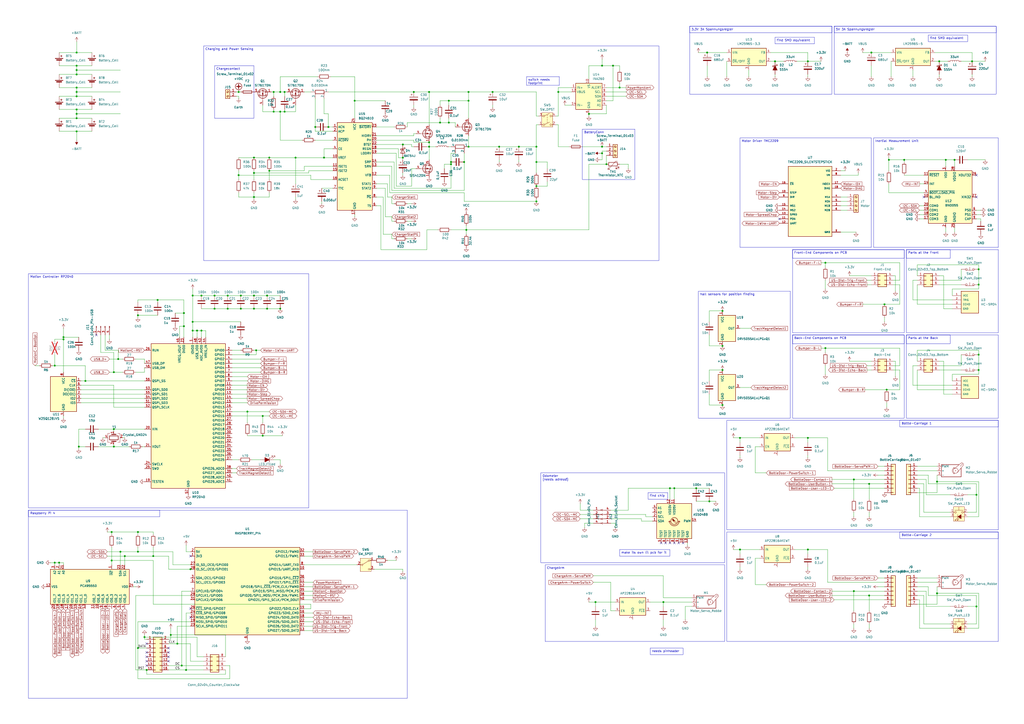
<source format=kicad_sch>
(kicad_sch
	(version 20231120)
	(generator "eeschema")
	(generator_version "8.0")
	(uuid "10e9ed1f-81fe-4a04-a219-cef72219a4ee")
	(paper "A2")
	(lib_symbols
		(symbol "Battery_Management:BQ24610"
			(exclude_from_sim no)
			(in_bom yes)
			(on_board yes)
			(property "Reference" "U"
				(at -10.16 26.67 0)
				(effects
					(font
						(size 1.27 1.27)
					)
				)
			)
			(property "Value" "BQ24610"
				(at 7.62 -26.67 0)
				(effects
					(font
						(size 1.27 1.27)
					)
				)
			)
			(property "Footprint" "Package_DFN_QFN:VQFN-24-1EP_4x4mm_P0.5mm_EP2.45x2.45mm"
				(at 0 -40.64 0)
				(effects
					(font
						(size 1.27 1.27)
					)
					(hide yes)
				)
			)
			(property "Datasheet" "https://www.ti.com/lit/ds/symlink/bq24610.pdf"
				(at 0 -38.1 0)
				(effects
					(font
						(size 1.27 1.27)
					)
					(hide yes)
				)
			)
			(property "Description" "10A, 28V max voltage, Li-Ion Charger w/600kHz NMOS-NMOS Synchronous Buck Converter, VQFN-24"
				(at 0 0 0)
				(effects
					(font
						(size 1.27 1.27)
					)
					(hide yes)
				)
			)
			(property "ki_keywords" "Li-ion buck"
				(at 0 0 0)
				(effects
					(font
						(size 1.27 1.27)
					)
					(hide yes)
				)
			)
			(property "ki_fp_filters" "VQFN*1EP*4x4mm*P0.5mm*"
				(at 0 0 0)
				(effects
					(font
						(size 1.27 1.27)
					)
					(hide yes)
				)
			)
			(symbol "BQ24610_1_1"
				(rectangle
					(start -10.16 25.4)
					(end 10.16 -25.4)
					(stroke
						(width 0.254)
						(type default)
					)
					(fill
						(type background)
					)
				)
				(pin input line
					(at -12.7 22.86 0)
					(length 2.54)
					(name "ACN"
						(effects
							(font
								(size 1.27 1.27)
							)
						)
					)
					(number "1"
						(effects
							(font
								(size 1.27 1.27)
							)
						)
					)
				)
				(pin power_out line
					(at -12.7 5.08 0)
					(length 2.54)
					(name "VREF"
						(effects
							(font
								(size 1.27 1.27)
							)
						)
					)
					(number "10"
						(effects
							(font
								(size 1.27 1.27)
							)
						)
					)
				)
				(pin input line
					(at -12.7 0 0)
					(length 2.54)
					(name "ISET1"
						(effects
							(font
								(size 1.27 1.27)
							)
						)
					)
					(number "11"
						(effects
							(font
								(size 1.27 1.27)
							)
						)
					)
				)
				(pin output line
					(at 12.7 -5.08 180)
					(length 2.54)
					(name "VFB"
						(effects
							(font
								(size 1.27 1.27)
							)
						)
					)
					(number "12"
						(effects
							(font
								(size 1.27 1.27)
							)
						)
					)
				)
				(pin input line
					(at 12.7 0 180)
					(length 2.54)
					(name "SRN"
						(effects
							(font
								(size 1.27 1.27)
							)
						)
					)
					(number "13"
						(effects
							(font
								(size 1.27 1.27)
							)
						)
					)
				)
				(pin input line
					(at 12.7 2.54 180)
					(length 2.54)
					(name "SRP"
						(effects
							(font
								(size 1.27 1.27)
							)
						)
					)
					(number "14"
						(effects
							(font
								(size 1.27 1.27)
							)
						)
					)
				)
				(pin input line
					(at -12.7 -2.54 0)
					(length 2.54)
					(name "ISET2"
						(effects
							(font
								(size 1.27 1.27)
							)
						)
					)
					(number "15"
						(effects
							(font
								(size 1.27 1.27)
							)
						)
					)
				)
				(pin input line
					(at -12.7 -7.62 0)
					(length 2.54)
					(name "ACSET"
						(effects
							(font
								(size 1.27 1.27)
							)
						)
					)
					(number "16"
						(effects
							(font
								(size 1.27 1.27)
							)
						)
					)
				)
				(pin power_in line
					(at 0 -27.94 90)
					(length 2.54)
					(name "GND"
						(effects
							(font
								(size 1.27 1.27)
							)
						)
					)
					(number "17"
						(effects
							(font
								(size 1.27 1.27)
							)
						)
					)
				)
				(pin output line
					(at 12.7 10.16 180)
					(length 2.54)
					(name "REGN"
						(effects
							(font
								(size 1.27 1.27)
							)
						)
					)
					(number "18"
						(effects
							(font
								(size 1.27 1.27)
							)
						)
					)
				)
				(pin output line
					(at 12.7 7.62 180)
					(length 2.54)
					(name "LODRV"
						(effects
							(font
								(size 1.27 1.27)
							)
						)
					)
					(number "19"
						(effects
							(font
								(size 1.27 1.27)
							)
						)
					)
				)
				(pin input line
					(at -12.7 20.32 0)
					(length 2.54)
					(name "ACP"
						(effects
							(font
								(size 1.27 1.27)
							)
						)
					)
					(number "2"
						(effects
							(font
								(size 1.27 1.27)
							)
						)
					)
				)
				(pin power_in line
					(at 12.7 15.24 180)
					(length 2.54)
					(name "PH"
						(effects
							(font
								(size 1.27 1.27)
							)
						)
					)
					(number "20"
						(effects
							(font
								(size 1.27 1.27)
							)
						)
					)
				)
				(pin output line
					(at 12.7 17.78 180)
					(length 2.54)
					(name "HIDRV"
						(effects
							(font
								(size 1.27 1.27)
							)
						)
					)
					(number "21"
						(effects
							(font
								(size 1.27 1.27)
							)
						)
					)
				)
				(pin power_in line
					(at 12.7 12.7 180)
					(length 2.54)
					(name "BTST"
						(effects
							(font
								(size 1.27 1.27)
							)
						)
					)
					(number "22"
						(effects
							(font
								(size 1.27 1.27)
							)
						)
					)
				)
				(pin output line
					(at 12.7 22.86 180)
					(length 2.54)
					(name "~{BATDRV}"
						(effects
							(font
								(size 1.27 1.27)
							)
						)
					)
					(number "23"
						(effects
							(font
								(size 1.27 1.27)
							)
						)
					)
				)
				(pin power_in line
					(at 0 27.94 270)
					(length 2.54)
					(name "VCC"
						(effects
							(font
								(size 1.27 1.27)
							)
						)
					)
					(number "24"
						(effects
							(font
								(size 1.27 1.27)
							)
						)
					)
				)
				(pin passive line
					(at 0 -27.94 90)
					(length 2.54) hide
					(name "GND"
						(effects
							(font
								(size 1.27 1.27)
							)
						)
					)
					(number "25"
						(effects
							(font
								(size 1.27 1.27)
							)
						)
					)
				)
				(pin output line
					(at -12.7 15.24 0)
					(length 2.54)
					(name "~{ACDRV}"
						(effects
							(font
								(size 1.27 1.27)
							)
						)
					)
					(number "3"
						(effects
							(font
								(size 1.27 1.27)
							)
						)
					)
				)
				(pin input line
					(at -12.7 10.16 0)
					(length 2.54)
					(name "CE"
						(effects
							(font
								(size 1.27 1.27)
							)
						)
					)
					(number "4"
						(effects
							(font
								(size 1.27 1.27)
							)
						)
					)
				)
				(pin open_collector line
					(at 12.7 -10.16 180)
					(length 2.54)
					(name "STAT1"
						(effects
							(font
								(size 1.27 1.27)
							)
						)
					)
					(number "5"
						(effects
							(font
								(size 1.27 1.27)
							)
						)
					)
				)
				(pin input line
					(at 12.7 -22.86 180)
					(length 2.54)
					(name "TS"
						(effects
							(font
								(size 1.27 1.27)
							)
						)
					)
					(number "6"
						(effects
							(font
								(size 1.27 1.27)
							)
						)
					)
				)
				(pin input line
					(at -12.7 -12.7 0)
					(length 2.54)
					(name "TTC"
						(effects
							(font
								(size 1.27 1.27)
							)
						)
					)
					(number "7"
						(effects
							(font
								(size 1.27 1.27)
							)
						)
					)
				)
				(pin open_collector line
					(at 12.7 -17.78 180)
					(length 2.54)
					(name "~{PG}"
						(effects
							(font
								(size 1.27 1.27)
							)
						)
					)
					(number "8"
						(effects
							(font
								(size 1.27 1.27)
							)
						)
					)
				)
				(pin open_collector line
					(at 12.7 -12.7 180)
					(length 2.54)
					(name "STAT2"
						(effects
							(font
								(size 1.27 1.27)
							)
						)
					)
					(number "9"
						(effects
							(font
								(size 1.27 1.27)
							)
						)
					)
				)
			)
		)
		(symbol "Connector:Conn_01x04_Pin"
			(pin_names
				(offset 1.016) hide)
			(exclude_from_sim no)
			(in_bom yes)
			(on_board yes)
			(property "Reference" "J"
				(at 0 5.08 0)
				(effects
					(font
						(size 1.27 1.27)
					)
				)
			)
			(property "Value" "Conn_01x04_Pin"
				(at 0 -7.62 0)
				(effects
					(font
						(size 1.27 1.27)
					)
				)
			)
			(property "Footprint" ""
				(at 0 0 0)
				(effects
					(font
						(size 1.27 1.27)
					)
					(hide yes)
				)
			)
			(property "Datasheet" "~"
				(at 0 0 0)
				(effects
					(font
						(size 1.27 1.27)
					)
					(hide yes)
				)
			)
			(property "Description" "Generic connector, single row, 01x04, script generated"
				(at 0 0 0)
				(effects
					(font
						(size 1.27 1.27)
					)
					(hide yes)
				)
			)
			(property "ki_locked" ""
				(at 0 0 0)
				(effects
					(font
						(size 1.27 1.27)
					)
				)
			)
			(property "ki_keywords" "connector"
				(at 0 0 0)
				(effects
					(font
						(size 1.27 1.27)
					)
					(hide yes)
				)
			)
			(property "ki_fp_filters" "Connector*:*_1x??_*"
				(at 0 0 0)
				(effects
					(font
						(size 1.27 1.27)
					)
					(hide yes)
				)
			)
			(symbol "Conn_01x04_Pin_1_1"
				(polyline
					(pts
						(xy 1.27 -5.08) (xy 0.8636 -5.08)
					)
					(stroke
						(width 0.1524)
						(type default)
					)
					(fill
						(type none)
					)
				)
				(polyline
					(pts
						(xy 1.27 -2.54) (xy 0.8636 -2.54)
					)
					(stroke
						(width 0.1524)
						(type default)
					)
					(fill
						(type none)
					)
				)
				(polyline
					(pts
						(xy 1.27 0) (xy 0.8636 0)
					)
					(stroke
						(width 0.1524)
						(type default)
					)
					(fill
						(type none)
					)
				)
				(polyline
					(pts
						(xy 1.27 2.54) (xy 0.8636 2.54)
					)
					(stroke
						(width 0.1524)
						(type default)
					)
					(fill
						(type none)
					)
				)
				(rectangle
					(start 0.8636 -4.953)
					(end 0 -5.207)
					(stroke
						(width 0.1524)
						(type default)
					)
					(fill
						(type outline)
					)
				)
				(rectangle
					(start 0.8636 -2.413)
					(end 0 -2.667)
					(stroke
						(width 0.1524)
						(type default)
					)
					(fill
						(type outline)
					)
				)
				(rectangle
					(start 0.8636 0.127)
					(end 0 -0.127)
					(stroke
						(width 0.1524)
						(type default)
					)
					(fill
						(type outline)
					)
				)
				(rectangle
					(start 0.8636 2.667)
					(end 0 2.413)
					(stroke
						(width 0.1524)
						(type default)
					)
					(fill
						(type outline)
					)
				)
				(pin passive line
					(at 5.08 2.54 180)
					(length 3.81)
					(name "Pin_1"
						(effects
							(font
								(size 1.27 1.27)
							)
						)
					)
					(number "1"
						(effects
							(font
								(size 1.27 1.27)
							)
						)
					)
				)
				(pin passive line
					(at 5.08 0 180)
					(length 3.81)
					(name "Pin_2"
						(effects
							(font
								(size 1.27 1.27)
							)
						)
					)
					(number "2"
						(effects
							(font
								(size 1.27 1.27)
							)
						)
					)
				)
				(pin passive line
					(at 5.08 -2.54 180)
					(length 3.81)
					(name "Pin_3"
						(effects
							(font
								(size 1.27 1.27)
							)
						)
					)
					(number "3"
						(effects
							(font
								(size 1.27 1.27)
							)
						)
					)
				)
				(pin passive line
					(at 5.08 -5.08 180)
					(length 3.81)
					(name "Pin_4"
						(effects
							(font
								(size 1.27 1.27)
							)
						)
					)
					(number "4"
						(effects
							(font
								(size 1.27 1.27)
							)
						)
					)
				)
			)
		)
		(symbol "Connector:Conn_01x04_Socket"
			(pin_names
				(offset 1.016) hide)
			(exclude_from_sim no)
			(in_bom yes)
			(on_board yes)
			(property "Reference" "J"
				(at 0 5.08 0)
				(effects
					(font
						(size 1.27 1.27)
					)
				)
			)
			(property "Value" "Conn_01x04_Socket"
				(at 0 -7.62 0)
				(effects
					(font
						(size 1.27 1.27)
					)
				)
			)
			(property "Footprint" ""
				(at 0 0 0)
				(effects
					(font
						(size 1.27 1.27)
					)
					(hide yes)
				)
			)
			(property "Datasheet" "~"
				(at 0 0 0)
				(effects
					(font
						(size 1.27 1.27)
					)
					(hide yes)
				)
			)
			(property "Description" "Generic connector, single row, 01x04, script generated"
				(at 0 0 0)
				(effects
					(font
						(size 1.27 1.27)
					)
					(hide yes)
				)
			)
			(property "ki_locked" ""
				(at 0 0 0)
				(effects
					(font
						(size 1.27 1.27)
					)
				)
			)
			(property "ki_keywords" "connector"
				(at 0 0 0)
				(effects
					(font
						(size 1.27 1.27)
					)
					(hide yes)
				)
			)
			(property "ki_fp_filters" "Connector*:*_1x??_*"
				(at 0 0 0)
				(effects
					(font
						(size 1.27 1.27)
					)
					(hide yes)
				)
			)
			(symbol "Conn_01x04_Socket_1_1"
				(arc
					(start 0 -4.572)
					(mid -0.5058 -5.08)
					(end 0 -5.588)
					(stroke
						(width 0.1524)
						(type default)
					)
					(fill
						(type none)
					)
				)
				(arc
					(start 0 -2.032)
					(mid -0.5058 -2.54)
					(end 0 -3.048)
					(stroke
						(width 0.1524)
						(type default)
					)
					(fill
						(type none)
					)
				)
				(polyline
					(pts
						(xy -1.27 -5.08) (xy -0.508 -5.08)
					)
					(stroke
						(width 0.1524)
						(type default)
					)
					(fill
						(type none)
					)
				)
				(polyline
					(pts
						(xy -1.27 -2.54) (xy -0.508 -2.54)
					)
					(stroke
						(width 0.1524)
						(type default)
					)
					(fill
						(type none)
					)
				)
				(polyline
					(pts
						(xy -1.27 0) (xy -0.508 0)
					)
					(stroke
						(width 0.1524)
						(type default)
					)
					(fill
						(type none)
					)
				)
				(polyline
					(pts
						(xy -1.27 2.54) (xy -0.508 2.54)
					)
					(stroke
						(width 0.1524)
						(type default)
					)
					(fill
						(type none)
					)
				)
				(arc
					(start 0 0.508)
					(mid -0.5058 0)
					(end 0 -0.508)
					(stroke
						(width 0.1524)
						(type default)
					)
					(fill
						(type none)
					)
				)
				(arc
					(start 0 3.048)
					(mid -0.5058 2.54)
					(end 0 2.032)
					(stroke
						(width 0.1524)
						(type default)
					)
					(fill
						(type none)
					)
				)
				(pin passive line
					(at -5.08 2.54 0)
					(length 3.81)
					(name "Pin_1"
						(effects
							(font
								(size 1.27 1.27)
							)
						)
					)
					(number "1"
						(effects
							(font
								(size 1.27 1.27)
							)
						)
					)
				)
				(pin passive line
					(at -5.08 0 0)
					(length 3.81)
					(name "Pin_2"
						(effects
							(font
								(size 1.27 1.27)
							)
						)
					)
					(number "2"
						(effects
							(font
								(size 1.27 1.27)
							)
						)
					)
				)
				(pin passive line
					(at -5.08 -2.54 0)
					(length 3.81)
					(name "Pin_3"
						(effects
							(font
								(size 1.27 1.27)
							)
						)
					)
					(number "3"
						(effects
							(font
								(size 1.27 1.27)
							)
						)
					)
				)
				(pin passive line
					(at -5.08 -5.08 0)
					(length 3.81)
					(name "Pin_4"
						(effects
							(font
								(size 1.27 1.27)
							)
						)
					)
					(number "4"
						(effects
							(font
								(size 1.27 1.27)
							)
						)
					)
				)
			)
		)
		(symbol "Connector:Raspberry_Pi_4"
			(exclude_from_sim no)
			(in_bom yes)
			(on_board yes)
			(property "Reference" "J"
				(at -17.526 48.768 0)
				(effects
					(font
						(size 1.27 1.27)
					)
					(justify left bottom)
				)
			)
			(property "Value" "Raspberry_Pi_4"
				(at 15.748 -26.416 0)
				(effects
					(font
						(size 1.27 1.27)
					)
					(justify left top)
				)
			)
			(property "Footprint" ""
				(at 70.104 -47.498 0)
				(effects
					(font
						(size 1.27 1.27)
					)
					(justify left)
					(hide yes)
				)
			)
			(property "Datasheet" "https://datasheets.raspberrypi.com/rpi4/raspberry-pi-4-datasheet.pdf"
				(at 15.748 -32.258 0)
				(effects
					(font
						(size 1.27 1.27)
					)
					(justify left)
					(hide yes)
				)
			)
			(property "Description" "Raspberry Pi 4 Model B"
				(at 15.748 -29.718 0)
				(effects
					(font
						(size 1.27 1.27)
					)
					(justify left)
					(hide yes)
				)
			)
			(property "ki_keywords" "SBC RPi"
				(at 0 0 0)
				(effects
					(font
						(size 1.27 1.27)
					)
					(hide yes)
				)
			)
			(property "ki_fp_filters" "PinHeader*2x20*P2.54mm*Vertical* PinSocket*2x20*P2.54mm*Vertical*"
				(at 0 0 0)
				(effects
					(font
						(size 1.27 1.27)
					)
					(hide yes)
				)
			)
			(symbol "Raspberry_Pi_4_0_1"
				(rectangle
					(start -30.48 25.4)
					(end 30.48 -25.4)
					(stroke
						(width 0.254)
						(type default)
					)
					(fill
						(type background)
					)
				)
			)
			(symbol "Raspberry_Pi_4_1_1"
				(pin power_out line
					(at 33.02 20.32 180)
					(length 2.54)
					(name "3V3"
						(effects
							(font
								(size 1.27 1.27)
							)
						)
					)
					(number "1"
						(effects
							(font
								(size 1.27 1.27)
							)
						)
					)
				)
				(pin bidirectional line
					(at -33.02 12.7 0)
					(length 2.54)
					(name "GPIO15/UART_RXD"
						(effects
							(font
								(size 1.27 1.27)
							)
						)
					)
					(number "10"
						(effects
							(font
								(size 1.27 1.27)
							)
						)
					)
				)
				(pin bidirectional line
					(at -33.02 5.08 0)
					(length 2.54)
					(name "GPIO17/SPI1_~{CE1}"
						(effects
							(font
								(size 1.27 1.27)
							)
						)
					)
					(number "11"
						(effects
							(font
								(size 1.27 1.27)
							)
						)
					)
				)
				(pin bidirectional line
					(at -33.02 2.54 0)
					(length 2.54)
					(name "GPIO18/SPI1_~{CE0}/PCM_CLK/PWM0"
						(effects
							(font
								(size 1.27 1.27)
							)
						)
					)
					(number "12"
						(effects
							(font
								(size 1.27 1.27)
							)
						)
					)
				)
				(pin bidirectional line
					(at -33.02 -22.86 0)
					(length 2.54)
					(name "GPIO27/SDIO_DAT3"
						(effects
							(font
								(size 1.27 1.27)
							)
						)
					)
					(number "13"
						(effects
							(font
								(size 1.27 1.27)
							)
						)
					)
				)
				(pin passive line
					(at 0 -27.94 90)
					(length 2.54) hide
					(name "GND"
						(effects
							(font
								(size 1.27 1.27)
							)
						)
					)
					(number "14"
						(effects
							(font
								(size 1.27 1.27)
							)
						)
					)
				)
				(pin bidirectional line
					(at -33.02 -10.16 0)
					(length 2.54)
					(name "GPIO22/SDIO_CLK"
						(effects
							(font
								(size 1.27 1.27)
							)
						)
					)
					(number "15"
						(effects
							(font
								(size 1.27 1.27)
							)
						)
					)
				)
				(pin bidirectional line
					(at -33.02 -12.7 0)
					(length 2.54)
					(name "GPIO23/SDIO_CMD"
						(effects
							(font
								(size 1.27 1.27)
							)
						)
					)
					(number "16"
						(effects
							(font
								(size 1.27 1.27)
							)
						)
					)
				)
				(pin passive line
					(at 33.02 20.32 180)
					(length 2.54) hide
					(name "3V3"
						(effects
							(font
								(size 1.27 1.27)
							)
						)
					)
					(number "17"
						(effects
							(font
								(size 1.27 1.27)
							)
						)
					)
				)
				(pin bidirectional line
					(at -33.02 -15.24 0)
					(length 2.54)
					(name "GPIO24/SDIO_DAT0"
						(effects
							(font
								(size 1.27 1.27)
							)
						)
					)
					(number "18"
						(effects
							(font
								(size 1.27 1.27)
							)
						)
					)
				)
				(pin bidirectional line
					(at 33.02 -17.78 180)
					(length 2.54)
					(name "MOSI_SPI0/GPIO10"
						(effects
							(font
								(size 1.27 1.27)
							)
						)
					)
					(number "19"
						(effects
							(font
								(size 1.27 1.27)
							)
						)
					)
				)
				(pin power_out line
					(at 33.02 22.86 180)
					(length 2.54)
					(name "5V"
						(effects
							(font
								(size 1.27 1.27)
							)
						)
					)
					(number "2"
						(effects
							(font
								(size 1.27 1.27)
							)
						)
					)
				)
				(pin passive line
					(at 0 -27.94 90)
					(length 2.54) hide
					(name "GND"
						(effects
							(font
								(size 1.27 1.27)
							)
						)
					)
					(number "20"
						(effects
							(font
								(size 1.27 1.27)
							)
						)
					)
				)
				(pin bidirectional line
					(at 33.02 -15.24 180)
					(length 2.54)
					(name "MISO_SPI0/GPIO09"
						(effects
							(font
								(size 1.27 1.27)
							)
						)
					)
					(number "21"
						(effects
							(font
								(size 1.27 1.27)
							)
						)
					)
				)
				(pin bidirectional line
					(at -33.02 -17.78 0)
					(length 2.54)
					(name "GPIO25/SDIO_DAT1"
						(effects
							(font
								(size 1.27 1.27)
							)
						)
					)
					(number "22"
						(effects
							(font
								(size 1.27 1.27)
							)
						)
					)
				)
				(pin bidirectional line
					(at 33.02 -20.32 180)
					(length 2.54)
					(name "SCLK_SPI0/GPIO11"
						(effects
							(font
								(size 1.27 1.27)
							)
						)
					)
					(number "23"
						(effects
							(font
								(size 1.27 1.27)
							)
						)
					)
				)
				(pin bidirectional line
					(at 33.02 -12.7 180)
					(length 2.54)
					(name "~{CE0}_SPI0/GPIO08"
						(effects
							(font
								(size 1.27 1.27)
							)
						)
					)
					(number "24"
						(effects
							(font
								(size 1.27 1.27)
							)
						)
					)
				)
				(pin passive line
					(at 0 -27.94 90)
					(length 2.54) hide
					(name "GND"
						(effects
							(font
								(size 1.27 1.27)
							)
						)
					)
					(number "25"
						(effects
							(font
								(size 1.27 1.27)
							)
						)
					)
				)
				(pin bidirectional line
					(at 33.02 -10.16 180)
					(length 2.54)
					(name "~{CE1}_SPI0/GPIO07"
						(effects
							(font
								(size 1.27 1.27)
							)
						)
					)
					(number "26"
						(effects
							(font
								(size 1.27 1.27)
							)
						)
					)
				)
				(pin bidirectional line
					(at 33.02 15.24 180)
					(length 2.54)
					(name "ID_SD_I2C0/GPIO00"
						(effects
							(font
								(size 1.27 1.27)
							)
						)
					)
					(number "27"
						(effects
							(font
								(size 1.27 1.27)
							)
						)
					)
				)
				(pin bidirectional line
					(at 33.02 12.7 180)
					(length 2.54)
					(name "ID_SC_I2C0/GPIO01"
						(effects
							(font
								(size 1.27 1.27)
							)
						)
					)
					(number "28"
						(effects
							(font
								(size 1.27 1.27)
							)
						)
					)
				)
				(pin bidirectional line
					(at 33.02 -2.54 180)
					(length 2.54)
					(name "GPCLK1/GPIO05"
						(effects
							(font
								(size 1.27 1.27)
							)
						)
					)
					(number "29"
						(effects
							(font
								(size 1.27 1.27)
							)
						)
					)
				)
				(pin bidirectional line
					(at 33.02 7.62 180)
					(length 2.54)
					(name "SDA_I2C1/GPIO02"
						(effects
							(font
								(size 1.27 1.27)
							)
						)
					)
					(number "3"
						(effects
							(font
								(size 1.27 1.27)
							)
						)
					)
				)
				(pin passive line
					(at 0 -27.94 90)
					(length 2.54) hide
					(name "GND"
						(effects
							(font
								(size 1.27 1.27)
							)
						)
					)
					(number "30"
						(effects
							(font
								(size 1.27 1.27)
							)
						)
					)
				)
				(pin bidirectional line
					(at 33.02 -5.08 180)
					(length 2.54)
					(name "GPCLK2/GPIO06"
						(effects
							(font
								(size 1.27 1.27)
							)
						)
					)
					(number "31"
						(effects
							(font
								(size 1.27 1.27)
							)
						)
					)
				)
				(pin bidirectional line
					(at -33.02 22.86 0)
					(length 2.54)
					(name "GPIO12/PWM0"
						(effects
							(font
								(size 1.27 1.27)
							)
						)
					)
					(number "32"
						(effects
							(font
								(size 1.27 1.27)
							)
						)
					)
				)
				(pin bidirectional line
					(at -33.02 20.32 0)
					(length 2.54)
					(name "GPIO13/PWM1"
						(effects
							(font
								(size 1.27 1.27)
							)
						)
					)
					(number "33"
						(effects
							(font
								(size 1.27 1.27)
							)
						)
					)
				)
				(pin passive line
					(at 0 -27.94 90)
					(length 2.54) hide
					(name "GND"
						(effects
							(font
								(size 1.27 1.27)
							)
						)
					)
					(number "34"
						(effects
							(font
								(size 1.27 1.27)
							)
						)
					)
				)
				(pin bidirectional line
					(at -33.02 0 0)
					(length 2.54)
					(name "GPIO19/SPI1_MISO/PCM_FS"
						(effects
							(font
								(size 1.27 1.27)
							)
						)
					)
					(number "35"
						(effects
							(font
								(size 1.27 1.27)
							)
						)
					)
				)
				(pin bidirectional line
					(at -33.02 7.62 0)
					(length 2.54)
					(name "GPIO16/SPI1_~{CE2}"
						(effects
							(font
								(size 1.27 1.27)
							)
						)
					)
					(number "36"
						(effects
							(font
								(size 1.27 1.27)
							)
						)
					)
				)
				(pin bidirectional line
					(at -33.02 -20.32 0)
					(length 2.54)
					(name "GPIO26/SDIO_DAT2"
						(effects
							(font
								(size 1.27 1.27)
							)
						)
					)
					(number "37"
						(effects
							(font
								(size 1.27 1.27)
							)
						)
					)
				)
				(pin bidirectional line
					(at -33.02 -2.54 0)
					(length 2.54)
					(name "GPIO20/SPI1_MOSI/PCM_DIN/PWM1"
						(effects
							(font
								(size 1.27 1.27)
							)
						)
					)
					(number "38"
						(effects
							(font
								(size 1.27 1.27)
							)
						)
					)
				)
				(pin passive line
					(at 0 -27.94 90)
					(length 2.54) hide
					(name "GND"
						(effects
							(font
								(size 1.27 1.27)
							)
						)
					)
					(number "39"
						(effects
							(font
								(size 1.27 1.27)
							)
						)
					)
				)
				(pin passive line
					(at 33.02 22.86 180)
					(length 2.54) hide
					(name "5V"
						(effects
							(font
								(size 1.27 1.27)
							)
						)
					)
					(number "4"
						(effects
							(font
								(size 1.27 1.27)
							)
						)
					)
				)
				(pin bidirectional line
					(at -33.02 -5.08 0)
					(length 2.54)
					(name "GPIO21/SPI1_SCLK/PCM_DOUT"
						(effects
							(font
								(size 1.27 1.27)
							)
						)
					)
					(number "40"
						(effects
							(font
								(size 1.27 1.27)
							)
						)
					)
				)
				(pin bidirectional line
					(at 33.02 5.08 180)
					(length 2.54)
					(name "SCL_I2C1/GPIO03"
						(effects
							(font
								(size 1.27 1.27)
							)
						)
					)
					(number "5"
						(effects
							(font
								(size 1.27 1.27)
							)
						)
					)
				)
				(pin power_out line
					(at 0 -27.94 90)
					(length 2.54)
					(name "GND"
						(effects
							(font
								(size 1.27 1.27)
							)
						)
					)
					(number "6"
						(effects
							(font
								(size 1.27 1.27)
							)
						)
					)
				)
				(pin bidirectional line
					(at 33.02 0 180)
					(length 2.54)
					(name "GPCLK0/GPIO04"
						(effects
							(font
								(size 1.27 1.27)
							)
						)
					)
					(number "7"
						(effects
							(font
								(size 1.27 1.27)
							)
						)
					)
				)
				(pin bidirectional line
					(at -33.02 15.24 0)
					(length 2.54)
					(name "GPIO14/UART_TXD"
						(effects
							(font
								(size 1.27 1.27)
							)
						)
					)
					(number "8"
						(effects
							(font
								(size 1.27 1.27)
							)
						)
					)
				)
				(pin passive line
					(at 0 -27.94 90)
					(length 2.54) hide
					(name "GND"
						(effects
							(font
								(size 1.27 1.27)
							)
						)
					)
					(number "9"
						(effects
							(font
								(size 1.27 1.27)
							)
						)
					)
				)
			)
		)
		(symbol "Connector:Screw_Terminal_01x02"
			(pin_names
				(offset 1.016) hide)
			(exclude_from_sim no)
			(in_bom yes)
			(on_board yes)
			(property "Reference" "J"
				(at 0 2.54 0)
				(effects
					(font
						(size 1.27 1.27)
					)
				)
			)
			(property "Value" "Screw_Terminal_01x02"
				(at 0 -5.08 0)
				(effects
					(font
						(size 1.27 1.27)
					)
				)
			)
			(property "Footprint" ""
				(at 0 0 0)
				(effects
					(font
						(size 1.27 1.27)
					)
					(hide yes)
				)
			)
			(property "Datasheet" "~"
				(at 0 0 0)
				(effects
					(font
						(size 1.27 1.27)
					)
					(hide yes)
				)
			)
			(property "Description" "Generic screw terminal, single row, 01x02, script generated (kicad-library-utils/schlib/autogen/connector/)"
				(at 0 0 0)
				(effects
					(font
						(size 1.27 1.27)
					)
					(hide yes)
				)
			)
			(property "ki_keywords" "screw terminal"
				(at 0 0 0)
				(effects
					(font
						(size 1.27 1.27)
					)
					(hide yes)
				)
			)
			(property "ki_fp_filters" "TerminalBlock*:*"
				(at 0 0 0)
				(effects
					(font
						(size 1.27 1.27)
					)
					(hide yes)
				)
			)
			(symbol "Screw_Terminal_01x02_1_1"
				(rectangle
					(start -1.27 1.27)
					(end 1.27 -3.81)
					(stroke
						(width 0.254)
						(type default)
					)
					(fill
						(type background)
					)
				)
				(circle
					(center 0 -2.54)
					(radius 0.635)
					(stroke
						(width 0.1524)
						(type default)
					)
					(fill
						(type none)
					)
				)
				(polyline
					(pts
						(xy -0.5334 -2.2098) (xy 0.3302 -3.048)
					)
					(stroke
						(width 0.1524)
						(type default)
					)
					(fill
						(type none)
					)
				)
				(polyline
					(pts
						(xy -0.5334 0.3302) (xy 0.3302 -0.508)
					)
					(stroke
						(width 0.1524)
						(type default)
					)
					(fill
						(type none)
					)
				)
				(polyline
					(pts
						(xy -0.3556 -2.032) (xy 0.508 -2.8702)
					)
					(stroke
						(width 0.1524)
						(type default)
					)
					(fill
						(type none)
					)
				)
				(polyline
					(pts
						(xy -0.3556 0.508) (xy 0.508 -0.3302)
					)
					(stroke
						(width 0.1524)
						(type default)
					)
					(fill
						(type none)
					)
				)
				(circle
					(center 0 0)
					(radius 0.635)
					(stroke
						(width 0.1524)
						(type default)
					)
					(fill
						(type none)
					)
				)
				(pin passive line
					(at -5.08 0 0)
					(length 3.81)
					(name "Pin_1"
						(effects
							(font
								(size 1.27 1.27)
							)
						)
					)
					(number "1"
						(effects
							(font
								(size 1.27 1.27)
							)
						)
					)
				)
				(pin passive line
					(at -5.08 -2.54 0)
					(length 3.81)
					(name "Pin_2"
						(effects
							(font
								(size 1.27 1.27)
							)
						)
					)
					(number "2"
						(effects
							(font
								(size 1.27 1.27)
							)
						)
					)
				)
			)
		)
		(symbol "Connector:Screw_Terminal_01x03"
			(pin_names
				(offset 1.016) hide)
			(exclude_from_sim no)
			(in_bom yes)
			(on_board yes)
			(property "Reference" "J"
				(at 0 5.08 0)
				(effects
					(font
						(size 1.27 1.27)
					)
				)
			)
			(property "Value" "Screw_Terminal_01x03"
				(at 0 -5.08 0)
				(effects
					(font
						(size 1.27 1.27)
					)
				)
			)
			(property "Footprint" ""
				(at 0 0 0)
				(effects
					(font
						(size 1.27 1.27)
					)
					(hide yes)
				)
			)
			(property "Datasheet" "~"
				(at 0 0 0)
				(effects
					(font
						(size 1.27 1.27)
					)
					(hide yes)
				)
			)
			(property "Description" "Generic screw terminal, single row, 01x03, script generated (kicad-library-utils/schlib/autogen/connector/)"
				(at 0 0 0)
				(effects
					(font
						(size 1.27 1.27)
					)
					(hide yes)
				)
			)
			(property "ki_keywords" "screw terminal"
				(at 0 0 0)
				(effects
					(font
						(size 1.27 1.27)
					)
					(hide yes)
				)
			)
			(property "ki_fp_filters" "TerminalBlock*:*"
				(at 0 0 0)
				(effects
					(font
						(size 1.27 1.27)
					)
					(hide yes)
				)
			)
			(symbol "Screw_Terminal_01x03_1_1"
				(rectangle
					(start -1.27 3.81)
					(end 1.27 -3.81)
					(stroke
						(width 0.254)
						(type default)
					)
					(fill
						(type background)
					)
				)
				(circle
					(center 0 -2.54)
					(radius 0.635)
					(stroke
						(width 0.1524)
						(type default)
					)
					(fill
						(type none)
					)
				)
				(polyline
					(pts
						(xy -0.5334 -2.2098) (xy 0.3302 -3.048)
					)
					(stroke
						(width 0.1524)
						(type default)
					)
					(fill
						(type none)
					)
				)
				(polyline
					(pts
						(xy -0.5334 0.3302) (xy 0.3302 -0.508)
					)
					(stroke
						(width 0.1524)
						(type default)
					)
					(fill
						(type none)
					)
				)
				(polyline
					(pts
						(xy -0.5334 2.8702) (xy 0.3302 2.032)
					)
					(stroke
						(width 0.1524)
						(type default)
					)
					(fill
						(type none)
					)
				)
				(polyline
					(pts
						(xy -0.3556 -2.032) (xy 0.508 -2.8702)
					)
					(stroke
						(width 0.1524)
						(type default)
					)
					(fill
						(type none)
					)
				)
				(polyline
					(pts
						(xy -0.3556 0.508) (xy 0.508 -0.3302)
					)
					(stroke
						(width 0.1524)
						(type default)
					)
					(fill
						(type none)
					)
				)
				(polyline
					(pts
						(xy -0.3556 3.048) (xy 0.508 2.2098)
					)
					(stroke
						(width 0.1524)
						(type default)
					)
					(fill
						(type none)
					)
				)
				(circle
					(center 0 0)
					(radius 0.635)
					(stroke
						(width 0.1524)
						(type default)
					)
					(fill
						(type none)
					)
				)
				(circle
					(center 0 2.54)
					(radius 0.635)
					(stroke
						(width 0.1524)
						(type default)
					)
					(fill
						(type none)
					)
				)
				(pin passive line
					(at -5.08 2.54 0)
					(length 3.81)
					(name "Pin_1"
						(effects
							(font
								(size 1.27 1.27)
							)
						)
					)
					(number "1"
						(effects
							(font
								(size 1.27 1.27)
							)
						)
					)
				)
				(pin passive line
					(at -5.08 0 0)
					(length 3.81)
					(name "Pin_2"
						(effects
							(font
								(size 1.27 1.27)
							)
						)
					)
					(number "2"
						(effects
							(font
								(size 1.27 1.27)
							)
						)
					)
				)
				(pin passive line
					(at -5.08 -2.54 0)
					(length 3.81)
					(name "Pin_3"
						(effects
							(font
								(size 1.27 1.27)
							)
						)
					)
					(number "3"
						(effects
							(font
								(size 1.27 1.27)
							)
						)
					)
				)
			)
		)
		(symbol "Connector:Screw_Terminal_01x04"
			(pin_names
				(offset 1.016) hide)
			(exclude_from_sim no)
			(in_bom yes)
			(on_board yes)
			(property "Reference" "J"
				(at 0 5.08 0)
				(effects
					(font
						(size 1.27 1.27)
					)
				)
			)
			(property "Value" "Screw_Terminal_01x04"
				(at 0 -7.62 0)
				(effects
					(font
						(size 1.27 1.27)
					)
				)
			)
			(property "Footprint" ""
				(at 0 0 0)
				(effects
					(font
						(size 1.27 1.27)
					)
					(hide yes)
				)
			)
			(property "Datasheet" "~"
				(at 0 0 0)
				(effects
					(font
						(size 1.27 1.27)
					)
					(hide yes)
				)
			)
			(property "Description" "Generic screw terminal, single row, 01x04, script generated (kicad-library-utils/schlib/autogen/connector/)"
				(at 0 0 0)
				(effects
					(font
						(size 1.27 1.27)
					)
					(hide yes)
				)
			)
			(property "ki_keywords" "screw terminal"
				(at 0 0 0)
				(effects
					(font
						(size 1.27 1.27)
					)
					(hide yes)
				)
			)
			(property "ki_fp_filters" "TerminalBlock*:*"
				(at 0 0 0)
				(effects
					(font
						(size 1.27 1.27)
					)
					(hide yes)
				)
			)
			(symbol "Screw_Terminal_01x04_1_1"
				(rectangle
					(start -1.27 3.81)
					(end 1.27 -6.35)
					(stroke
						(width 0.254)
						(type default)
					)
					(fill
						(type background)
					)
				)
				(circle
					(center 0 -5.08)
					(radius 0.635)
					(stroke
						(width 0.1524)
						(type default)
					)
					(fill
						(type none)
					)
				)
				(circle
					(center 0 -2.54)
					(radius 0.635)
					(stroke
						(width 0.1524)
						(type default)
					)
					(fill
						(type none)
					)
				)
				(polyline
					(pts
						(xy -0.5334 -4.7498) (xy 0.3302 -5.588)
					)
					(stroke
						(width 0.1524)
						(type default)
					)
					(fill
						(type none)
					)
				)
				(polyline
					(pts
						(xy -0.5334 -2.2098) (xy 0.3302 -3.048)
					)
					(stroke
						(width 0.1524)
						(type default)
					)
					(fill
						(type none)
					)
				)
				(polyline
					(pts
						(xy -0.5334 0.3302) (xy 0.3302 -0.508)
					)
					(stroke
						(width 0.1524)
						(type default)
					)
					(fill
						(type none)
					)
				)
				(polyline
					(pts
						(xy -0.5334 2.8702) (xy 0.3302 2.032)
					)
					(stroke
						(width 0.1524)
						(type default)
					)
					(fill
						(type none)
					)
				)
				(polyline
					(pts
						(xy -0.3556 -4.572) (xy 0.508 -5.4102)
					)
					(stroke
						(width 0.1524)
						(type default)
					)
					(fill
						(type none)
					)
				)
				(polyline
					(pts
						(xy -0.3556 -2.032) (xy 0.508 -2.8702)
					)
					(stroke
						(width 0.1524)
						(type default)
					)
					(fill
						(type none)
					)
				)
				(polyline
					(pts
						(xy -0.3556 0.508) (xy 0.508 -0.3302)
					)
					(stroke
						(width 0.1524)
						(type default)
					)
					(fill
						(type none)
					)
				)
				(polyline
					(pts
						(xy -0.3556 3.048) (xy 0.508 2.2098)
					)
					(stroke
						(width 0.1524)
						(type default)
					)
					(fill
						(type none)
					)
				)
				(circle
					(center 0 0)
					(radius 0.635)
					(stroke
						(width 0.1524)
						(type default)
					)
					(fill
						(type none)
					)
				)
				(circle
					(center 0 2.54)
					(radius 0.635)
					(stroke
						(width 0.1524)
						(type default)
					)
					(fill
						(type none)
					)
				)
				(pin passive line
					(at -5.08 2.54 0)
					(length 3.81)
					(name "Pin_1"
						(effects
							(font
								(size 1.27 1.27)
							)
						)
					)
					(number "1"
						(effects
							(font
								(size 1.27 1.27)
							)
						)
					)
				)
				(pin passive line
					(at -5.08 0 0)
					(length 3.81)
					(name "Pin_2"
						(effects
							(font
								(size 1.27 1.27)
							)
						)
					)
					(number "2"
						(effects
							(font
								(size 1.27 1.27)
							)
						)
					)
				)
				(pin passive line
					(at -5.08 -2.54 0)
					(length 3.81)
					(name "Pin_3"
						(effects
							(font
								(size 1.27 1.27)
							)
						)
					)
					(number "3"
						(effects
							(font
								(size 1.27 1.27)
							)
						)
					)
				)
				(pin passive line
					(at -5.08 -5.08 0)
					(length 3.81)
					(name "Pin_4"
						(effects
							(font
								(size 1.27 1.27)
							)
						)
					)
					(number "4"
						(effects
							(font
								(size 1.27 1.27)
							)
						)
					)
				)
			)
		)
		(symbol "Connector_Generic:Conn_01x07"
			(pin_names
				(offset 1.016) hide)
			(exclude_from_sim no)
			(in_bom yes)
			(on_board yes)
			(property "Reference" "J"
				(at 0 10.16 0)
				(effects
					(font
						(size 1.27 1.27)
					)
				)
			)
			(property "Value" "Conn_01x07"
				(at 0 -10.16 0)
				(effects
					(font
						(size 1.27 1.27)
					)
				)
			)
			(property "Footprint" ""
				(at 0 0 0)
				(effects
					(font
						(size 1.27 1.27)
					)
					(hide yes)
				)
			)
			(property "Datasheet" "~"
				(at 0 0 0)
				(effects
					(font
						(size 1.27 1.27)
					)
					(hide yes)
				)
			)
			(property "Description" "Generic connector, single row, 01x07, script generated (kicad-library-utils/schlib/autogen/connector/)"
				(at 0 0 0)
				(effects
					(font
						(size 1.27 1.27)
					)
					(hide yes)
				)
			)
			(property "ki_keywords" "connector"
				(at 0 0 0)
				(effects
					(font
						(size 1.27 1.27)
					)
					(hide yes)
				)
			)
			(property "ki_fp_filters" "Connector*:*_1x??_*"
				(at 0 0 0)
				(effects
					(font
						(size 1.27 1.27)
					)
					(hide yes)
				)
			)
			(symbol "Conn_01x07_1_1"
				(rectangle
					(start -1.27 -7.493)
					(end 0 -7.747)
					(stroke
						(width 0.1524)
						(type default)
					)
					(fill
						(type none)
					)
				)
				(rectangle
					(start -1.27 -4.953)
					(end 0 -5.207)
					(stroke
						(width 0.1524)
						(type default)
					)
					(fill
						(type none)
					)
				)
				(rectangle
					(start -1.27 -2.413)
					(end 0 -2.667)
					(stroke
						(width 0.1524)
						(type default)
					)
					(fill
						(type none)
					)
				)
				(rectangle
					(start -1.27 0.127)
					(end 0 -0.127)
					(stroke
						(width 0.1524)
						(type default)
					)
					(fill
						(type none)
					)
				)
				(rectangle
					(start -1.27 2.667)
					(end 0 2.413)
					(stroke
						(width 0.1524)
						(type default)
					)
					(fill
						(type none)
					)
				)
				(rectangle
					(start -1.27 5.207)
					(end 0 4.953)
					(stroke
						(width 0.1524)
						(type default)
					)
					(fill
						(type none)
					)
				)
				(rectangle
					(start -1.27 7.747)
					(end 0 7.493)
					(stroke
						(width 0.1524)
						(type default)
					)
					(fill
						(type none)
					)
				)
				(rectangle
					(start -1.27 8.89)
					(end 1.27 -8.89)
					(stroke
						(width 0.254)
						(type default)
					)
					(fill
						(type background)
					)
				)
				(pin passive line
					(at -5.08 7.62 0)
					(length 3.81)
					(name "Pin_1"
						(effects
							(font
								(size 1.27 1.27)
							)
						)
					)
					(number "1"
						(effects
							(font
								(size 1.27 1.27)
							)
						)
					)
				)
				(pin passive line
					(at -5.08 5.08 0)
					(length 3.81)
					(name "Pin_2"
						(effects
							(font
								(size 1.27 1.27)
							)
						)
					)
					(number "2"
						(effects
							(font
								(size 1.27 1.27)
							)
						)
					)
				)
				(pin passive line
					(at -5.08 2.54 0)
					(length 3.81)
					(name "Pin_3"
						(effects
							(font
								(size 1.27 1.27)
							)
						)
					)
					(number "3"
						(effects
							(font
								(size 1.27 1.27)
							)
						)
					)
				)
				(pin passive line
					(at -5.08 0 0)
					(length 3.81)
					(name "Pin_4"
						(effects
							(font
								(size 1.27 1.27)
							)
						)
					)
					(number "4"
						(effects
							(font
								(size 1.27 1.27)
							)
						)
					)
				)
				(pin passive line
					(at -5.08 -2.54 0)
					(length 3.81)
					(name "Pin_5"
						(effects
							(font
								(size 1.27 1.27)
							)
						)
					)
					(number "5"
						(effects
							(font
								(size 1.27 1.27)
							)
						)
					)
				)
				(pin passive line
					(at -5.08 -5.08 0)
					(length 3.81)
					(name "Pin_6"
						(effects
							(font
								(size 1.27 1.27)
							)
						)
					)
					(number "6"
						(effects
							(font
								(size 1.27 1.27)
							)
						)
					)
				)
				(pin passive line
					(at -5.08 -7.62 0)
					(length 3.81)
					(name "Pin_7"
						(effects
							(font
								(size 1.27 1.27)
							)
						)
					)
					(number "7"
						(effects
							(font
								(size 1.27 1.27)
							)
						)
					)
				)
			)
		)
		(symbol "Connector_Generic:Conn_02x03_Top_Bottom"
			(pin_names
				(offset 1.016) hide)
			(exclude_from_sim no)
			(in_bom yes)
			(on_board yes)
			(property "Reference" "J"
				(at 1.27 5.08 0)
				(effects
					(font
						(size 1.27 1.27)
					)
				)
			)
			(property "Value" "Conn_02x03_Top_Bottom"
				(at 1.27 -5.08 0)
				(effects
					(font
						(size 1.27 1.27)
					)
				)
			)
			(property "Footprint" ""
				(at 0 0 0)
				(effects
					(font
						(size 1.27 1.27)
					)
					(hide yes)
				)
			)
			(property "Datasheet" "~"
				(at 0 0 0)
				(effects
					(font
						(size 1.27 1.27)
					)
					(hide yes)
				)
			)
			(property "Description" "Generic connector, double row, 02x03, top/bottom pin numbering scheme (row 1: 1...pins_per_row, row2: pins_per_row+1 ... num_pins), script generated (kicad-library-utils/schlib/autogen/connector/)"
				(at 0 0 0)
				(effects
					(font
						(size 1.27 1.27)
					)
					(hide yes)
				)
			)
			(property "ki_keywords" "connector"
				(at 0 0 0)
				(effects
					(font
						(size 1.27 1.27)
					)
					(hide yes)
				)
			)
			(property "ki_fp_filters" "Connector*:*_2x??_*"
				(at 0 0 0)
				(effects
					(font
						(size 1.27 1.27)
					)
					(hide yes)
				)
			)
			(symbol "Conn_02x03_Top_Bottom_1_1"
				(rectangle
					(start -1.27 -2.413)
					(end 0 -2.667)
					(stroke
						(width 0.1524)
						(type default)
					)
					(fill
						(type none)
					)
				)
				(rectangle
					(start -1.27 0.127)
					(end 0 -0.127)
					(stroke
						(width 0.1524)
						(type default)
					)
					(fill
						(type none)
					)
				)
				(rectangle
					(start -1.27 2.667)
					(end 0 2.413)
					(stroke
						(width 0.1524)
						(type default)
					)
					(fill
						(type none)
					)
				)
				(rectangle
					(start -1.27 3.81)
					(end 3.81 -3.81)
					(stroke
						(width 0.254)
						(type default)
					)
					(fill
						(type background)
					)
				)
				(rectangle
					(start 3.81 -2.413)
					(end 2.54 -2.667)
					(stroke
						(width 0.1524)
						(type default)
					)
					(fill
						(type none)
					)
				)
				(rectangle
					(start 3.81 0.127)
					(end 2.54 -0.127)
					(stroke
						(width 0.1524)
						(type default)
					)
					(fill
						(type none)
					)
				)
				(rectangle
					(start 3.81 2.667)
					(end 2.54 2.413)
					(stroke
						(width 0.1524)
						(type default)
					)
					(fill
						(type none)
					)
				)
				(pin passive line
					(at -5.08 2.54 0)
					(length 3.81)
					(name "Pin_1"
						(effects
							(font
								(size 1.27 1.27)
							)
						)
					)
					(number "1"
						(effects
							(font
								(size 1.27 1.27)
							)
						)
					)
				)
				(pin passive line
					(at -5.08 0 0)
					(length 3.81)
					(name "Pin_2"
						(effects
							(font
								(size 1.27 1.27)
							)
						)
					)
					(number "2"
						(effects
							(font
								(size 1.27 1.27)
							)
						)
					)
				)
				(pin passive line
					(at -5.08 -2.54 0)
					(length 3.81)
					(name "Pin_3"
						(effects
							(font
								(size 1.27 1.27)
							)
						)
					)
					(number "3"
						(effects
							(font
								(size 1.27 1.27)
							)
						)
					)
				)
				(pin passive line
					(at 7.62 2.54 180)
					(length 3.81)
					(name "Pin_4"
						(effects
							(font
								(size 1.27 1.27)
							)
						)
					)
					(number "4"
						(effects
							(font
								(size 1.27 1.27)
							)
						)
					)
				)
				(pin passive line
					(at 7.62 0 180)
					(length 3.81)
					(name "Pin_5"
						(effects
							(font
								(size 1.27 1.27)
							)
						)
					)
					(number "5"
						(effects
							(font
								(size 1.27 1.27)
							)
						)
					)
				)
				(pin passive line
					(at 7.62 -2.54 180)
					(length 3.81)
					(name "Pin_6"
						(effects
							(font
								(size 1.27 1.27)
							)
						)
					)
					(number "6"
						(effects
							(font
								(size 1.27 1.27)
							)
						)
					)
				)
			)
		)
		(symbol "Connector_Generic:Conn_02x04_Counter_Clockwise"
			(pin_names
				(offset 1.016) hide)
			(exclude_from_sim no)
			(in_bom yes)
			(on_board yes)
			(property "Reference" "J"
				(at 1.27 5.08 0)
				(effects
					(font
						(size 1.27 1.27)
					)
				)
			)
			(property "Value" "Conn_02x04_Counter_Clockwise"
				(at 1.27 -7.62 0)
				(effects
					(font
						(size 1.27 1.27)
					)
				)
			)
			(property "Footprint" ""
				(at 0 0 0)
				(effects
					(font
						(size 1.27 1.27)
					)
					(hide yes)
				)
			)
			(property "Datasheet" "~"
				(at 0 0 0)
				(effects
					(font
						(size 1.27 1.27)
					)
					(hide yes)
				)
			)
			(property "Description" "Generic connector, double row, 02x04, counter clockwise pin numbering scheme (similar to DIP package numbering), script generated (kicad-library-utils/schlib/autogen/connector/)"
				(at 0 0 0)
				(effects
					(font
						(size 1.27 1.27)
					)
					(hide yes)
				)
			)
			(property "ki_keywords" "connector"
				(at 0 0 0)
				(effects
					(font
						(size 1.27 1.27)
					)
					(hide yes)
				)
			)
			(property "ki_fp_filters" "Connector*:*_2x??_*"
				(at 0 0 0)
				(effects
					(font
						(size 1.27 1.27)
					)
					(hide yes)
				)
			)
			(symbol "Conn_02x04_Counter_Clockwise_1_1"
				(rectangle
					(start -1.27 -4.953)
					(end 0 -5.207)
					(stroke
						(width 0.1524)
						(type default)
					)
					(fill
						(type none)
					)
				)
				(rectangle
					(start -1.27 -2.413)
					(end 0 -2.667)
					(stroke
						(width 0.1524)
						(type default)
					)
					(fill
						(type none)
					)
				)
				(rectangle
					(start -1.27 0.127)
					(end 0 -0.127)
					(stroke
						(width 0.1524)
						(type default)
					)
					(fill
						(type none)
					)
				)
				(rectangle
					(start -1.27 2.667)
					(end 0 2.413)
					(stroke
						(width 0.1524)
						(type default)
					)
					(fill
						(type none)
					)
				)
				(rectangle
					(start -1.27 3.81)
					(end 3.81 -6.35)
					(stroke
						(width 0.254)
						(type default)
					)
					(fill
						(type background)
					)
				)
				(rectangle
					(start 3.81 -4.953)
					(end 2.54 -5.207)
					(stroke
						(width 0.1524)
						(type default)
					)
					(fill
						(type none)
					)
				)
				(rectangle
					(start 3.81 -2.413)
					(end 2.54 -2.667)
					(stroke
						(width 0.1524)
						(type default)
					)
					(fill
						(type none)
					)
				)
				(rectangle
					(start 3.81 0.127)
					(end 2.54 -0.127)
					(stroke
						(width 0.1524)
						(type default)
					)
					(fill
						(type none)
					)
				)
				(rectangle
					(start 3.81 2.667)
					(end 2.54 2.413)
					(stroke
						(width 0.1524)
						(type default)
					)
					(fill
						(type none)
					)
				)
				(pin passive line
					(at -5.08 2.54 0)
					(length 3.81)
					(name "Pin_1"
						(effects
							(font
								(size 1.27 1.27)
							)
						)
					)
					(number "1"
						(effects
							(font
								(size 1.27 1.27)
							)
						)
					)
				)
				(pin passive line
					(at -5.08 0 0)
					(length 3.81)
					(name "Pin_2"
						(effects
							(font
								(size 1.27 1.27)
							)
						)
					)
					(number "2"
						(effects
							(font
								(size 1.27 1.27)
							)
						)
					)
				)
				(pin passive line
					(at -5.08 -2.54 0)
					(length 3.81)
					(name "Pin_3"
						(effects
							(font
								(size 1.27 1.27)
							)
						)
					)
					(number "3"
						(effects
							(font
								(size 1.27 1.27)
							)
						)
					)
				)
				(pin passive line
					(at -5.08 -5.08 0)
					(length 3.81)
					(name "Pin_4"
						(effects
							(font
								(size 1.27 1.27)
							)
						)
					)
					(number "4"
						(effects
							(font
								(size 1.27 1.27)
							)
						)
					)
				)
				(pin passive line
					(at 7.62 -5.08 180)
					(length 3.81)
					(name "Pin_5"
						(effects
							(font
								(size 1.27 1.27)
							)
						)
					)
					(number "5"
						(effects
							(font
								(size 1.27 1.27)
							)
						)
					)
				)
				(pin passive line
					(at 7.62 -2.54 180)
					(length 3.81)
					(name "Pin_6"
						(effects
							(font
								(size 1.27 1.27)
							)
						)
					)
					(number "6"
						(effects
							(font
								(size 1.27 1.27)
							)
						)
					)
				)
				(pin passive line
					(at 7.62 0 180)
					(length 3.81)
					(name "Pin_7"
						(effects
							(font
								(size 1.27 1.27)
							)
						)
					)
					(number "7"
						(effects
							(font
								(size 1.27 1.27)
							)
						)
					)
				)
				(pin passive line
					(at 7.62 2.54 180)
					(length 3.81)
					(name "Pin_8"
						(effects
							(font
								(size 1.27 1.27)
							)
						)
					)
					(number "8"
						(effects
							(font
								(size 1.27 1.27)
							)
						)
					)
				)
			)
		)
		(symbol "Connector_Generic:Conn_02x08_Odd_Even"
			(pin_names
				(offset 1.016) hide)
			(exclude_from_sim no)
			(in_bom yes)
			(on_board yes)
			(property "Reference" "J"
				(at 1.27 10.16 0)
				(effects
					(font
						(size 1.27 1.27)
					)
				)
			)
			(property "Value" "Conn_02x08_Odd_Even"
				(at 1.27 -12.7 0)
				(effects
					(font
						(size 1.27 1.27)
					)
				)
			)
			(property "Footprint" ""
				(at 0 0 0)
				(effects
					(font
						(size 1.27 1.27)
					)
					(hide yes)
				)
			)
			(property "Datasheet" "~"
				(at 0 0 0)
				(effects
					(font
						(size 1.27 1.27)
					)
					(hide yes)
				)
			)
			(property "Description" "Generic connector, double row, 02x08, odd/even pin numbering scheme (row 1 odd numbers, row 2 even numbers), script generated (kicad-library-utils/schlib/autogen/connector/)"
				(at 0 0 0)
				(effects
					(font
						(size 1.27 1.27)
					)
					(hide yes)
				)
			)
			(property "ki_keywords" "connector"
				(at 0 0 0)
				(effects
					(font
						(size 1.27 1.27)
					)
					(hide yes)
				)
			)
			(property "ki_fp_filters" "Connector*:*_2x??_*"
				(at 0 0 0)
				(effects
					(font
						(size 1.27 1.27)
					)
					(hide yes)
				)
			)
			(symbol "Conn_02x08_Odd_Even_1_1"
				(rectangle
					(start -1.27 -10.033)
					(end 0 -10.287)
					(stroke
						(width 0.1524)
						(type default)
					)
					(fill
						(type none)
					)
				)
				(rectangle
					(start -1.27 -7.493)
					(end 0 -7.747)
					(stroke
						(width 0.1524)
						(type default)
					)
					(fill
						(type none)
					)
				)
				(rectangle
					(start -1.27 -4.953)
					(end 0 -5.207)
					(stroke
						(width 0.1524)
						(type default)
					)
					(fill
						(type none)
					)
				)
				(rectangle
					(start -1.27 -2.413)
					(end 0 -2.667)
					(stroke
						(width 0.1524)
						(type default)
					)
					(fill
						(type none)
					)
				)
				(rectangle
					(start -1.27 0.127)
					(end 0 -0.127)
					(stroke
						(width 0.1524)
						(type default)
					)
					(fill
						(type none)
					)
				)
				(rectangle
					(start -1.27 2.667)
					(end 0 2.413)
					(stroke
						(width 0.1524)
						(type default)
					)
					(fill
						(type none)
					)
				)
				(rectangle
					(start -1.27 5.207)
					(end 0 4.953)
					(stroke
						(width 0.1524)
						(type default)
					)
					(fill
						(type none)
					)
				)
				(rectangle
					(start -1.27 7.747)
					(end 0 7.493)
					(stroke
						(width 0.1524)
						(type default)
					)
					(fill
						(type none)
					)
				)
				(rectangle
					(start -1.27 8.89)
					(end 3.81 -11.43)
					(stroke
						(width 0.254)
						(type default)
					)
					(fill
						(type background)
					)
				)
				(rectangle
					(start 3.81 -10.033)
					(end 2.54 -10.287)
					(stroke
						(width 0.1524)
						(type default)
					)
					(fill
						(type none)
					)
				)
				(rectangle
					(start 3.81 -7.493)
					(end 2.54 -7.747)
					(stroke
						(width 0.1524)
						(type default)
					)
					(fill
						(type none)
					)
				)
				(rectangle
					(start 3.81 -4.953)
					(end 2.54 -5.207)
					(stroke
						(width 0.1524)
						(type default)
					)
					(fill
						(type none)
					)
				)
				(rectangle
					(start 3.81 -2.413)
					(end 2.54 -2.667)
					(stroke
						(width 0.1524)
						(type default)
					)
					(fill
						(type none)
					)
				)
				(rectangle
					(start 3.81 0.127)
					(end 2.54 -0.127)
					(stroke
						(width 0.1524)
						(type default)
					)
					(fill
						(type none)
					)
				)
				(rectangle
					(start 3.81 2.667)
					(end 2.54 2.413)
					(stroke
						(width 0.1524)
						(type default)
					)
					(fill
						(type none)
					)
				)
				(rectangle
					(start 3.81 5.207)
					(end 2.54 4.953)
					(stroke
						(width 0.1524)
						(type default)
					)
					(fill
						(type none)
					)
				)
				(rectangle
					(start 3.81 7.747)
					(end 2.54 7.493)
					(stroke
						(width 0.1524)
						(type default)
					)
					(fill
						(type none)
					)
				)
				(pin passive line
					(at -5.08 7.62 0)
					(length 3.81)
					(name "Pin_1"
						(effects
							(font
								(size 1.27 1.27)
							)
						)
					)
					(number "1"
						(effects
							(font
								(size 1.27 1.27)
							)
						)
					)
				)
				(pin passive line
					(at 7.62 -2.54 180)
					(length 3.81)
					(name "Pin_10"
						(effects
							(font
								(size 1.27 1.27)
							)
						)
					)
					(number "10"
						(effects
							(font
								(size 1.27 1.27)
							)
						)
					)
				)
				(pin passive line
					(at -5.08 -5.08 0)
					(length 3.81)
					(name "Pin_11"
						(effects
							(font
								(size 1.27 1.27)
							)
						)
					)
					(number "11"
						(effects
							(font
								(size 1.27 1.27)
							)
						)
					)
				)
				(pin passive line
					(at 7.62 -5.08 180)
					(length 3.81)
					(name "Pin_12"
						(effects
							(font
								(size 1.27 1.27)
							)
						)
					)
					(number "12"
						(effects
							(font
								(size 1.27 1.27)
							)
						)
					)
				)
				(pin passive line
					(at -5.08 -7.62 0)
					(length 3.81)
					(name "Pin_13"
						(effects
							(font
								(size 1.27 1.27)
							)
						)
					)
					(number "13"
						(effects
							(font
								(size 1.27 1.27)
							)
						)
					)
				)
				(pin passive line
					(at 7.62 -7.62 180)
					(length 3.81)
					(name "Pin_14"
						(effects
							(font
								(size 1.27 1.27)
							)
						)
					)
					(number "14"
						(effects
							(font
								(size 1.27 1.27)
							)
						)
					)
				)
				(pin passive line
					(at -5.08 -10.16 0)
					(length 3.81)
					(name "Pin_15"
						(effects
							(font
								(size 1.27 1.27)
							)
						)
					)
					(number "15"
						(effects
							(font
								(size 1.27 1.27)
							)
						)
					)
				)
				(pin passive line
					(at 7.62 -10.16 180)
					(length 3.81)
					(name "Pin_16"
						(effects
							(font
								(size 1.27 1.27)
							)
						)
					)
					(number "16"
						(effects
							(font
								(size 1.27 1.27)
							)
						)
					)
				)
				(pin passive line
					(at 7.62 7.62 180)
					(length 3.81)
					(name "Pin_2"
						(effects
							(font
								(size 1.27 1.27)
							)
						)
					)
					(number "2"
						(effects
							(font
								(size 1.27 1.27)
							)
						)
					)
				)
				(pin passive line
					(at -5.08 5.08 0)
					(length 3.81)
					(name "Pin_3"
						(effects
							(font
								(size 1.27 1.27)
							)
						)
					)
					(number "3"
						(effects
							(font
								(size 1.27 1.27)
							)
						)
					)
				)
				(pin passive line
					(at 7.62 5.08 180)
					(length 3.81)
					(name "Pin_4"
						(effects
							(font
								(size 1.27 1.27)
							)
						)
					)
					(number "4"
						(effects
							(font
								(size 1.27 1.27)
							)
						)
					)
				)
				(pin passive line
					(at -5.08 2.54 0)
					(length 3.81)
					(name "Pin_5"
						(effects
							(font
								(size 1.27 1.27)
							)
						)
					)
					(number "5"
						(effects
							(font
								(size 1.27 1.27)
							)
						)
					)
				)
				(pin passive line
					(at 7.62 2.54 180)
					(length 3.81)
					(name "Pin_6"
						(effects
							(font
								(size 1.27 1.27)
							)
						)
					)
					(number "6"
						(effects
							(font
								(size 1.27 1.27)
							)
						)
					)
				)
				(pin passive line
					(at -5.08 0 0)
					(length 3.81)
					(name "Pin_7"
						(effects
							(font
								(size 1.27 1.27)
							)
						)
					)
					(number "7"
						(effects
							(font
								(size 1.27 1.27)
							)
						)
					)
				)
				(pin passive line
					(at 7.62 0 180)
					(length 3.81)
					(name "Pin_8"
						(effects
							(font
								(size 1.27 1.27)
							)
						)
					)
					(number "8"
						(effects
							(font
								(size 1.27 1.27)
							)
						)
					)
				)
				(pin passive line
					(at -5.08 -2.54 0)
					(length 3.81)
					(name "Pin_9"
						(effects
							(font
								(size 1.27 1.27)
							)
						)
					)
					(number "9"
						(effects
							(font
								(size 1.27 1.27)
							)
						)
					)
				)
			)
		)
		(symbol "Device:Battery_Cell"
			(pin_numbers hide)
			(pin_names
				(offset 0) hide)
			(exclude_from_sim no)
			(in_bom yes)
			(on_board yes)
			(property "Reference" "BT"
				(at 2.54 2.54 0)
				(effects
					(font
						(size 1.27 1.27)
					)
					(justify left)
				)
			)
			(property "Value" "Battery_Cell"
				(at 2.54 0 0)
				(effects
					(font
						(size 1.27 1.27)
					)
					(justify left)
				)
			)
			(property "Footprint" ""
				(at 0 1.524 90)
				(effects
					(font
						(size 1.27 1.27)
					)
					(hide yes)
				)
			)
			(property "Datasheet" "~"
				(at 0 1.524 90)
				(effects
					(font
						(size 1.27 1.27)
					)
					(hide yes)
				)
			)
			(property "Description" "Single-cell battery"
				(at 0 0 0)
				(effects
					(font
						(size 1.27 1.27)
					)
					(hide yes)
				)
			)
			(property "ki_keywords" "battery cell"
				(at 0 0 0)
				(effects
					(font
						(size 1.27 1.27)
					)
					(hide yes)
				)
			)
			(symbol "Battery_Cell_0_1"
				(rectangle
					(start -2.286 1.778)
					(end 2.286 1.524)
					(stroke
						(width 0)
						(type default)
					)
					(fill
						(type outline)
					)
				)
				(rectangle
					(start -1.524 1.016)
					(end 1.524 0.508)
					(stroke
						(width 0)
						(type default)
					)
					(fill
						(type outline)
					)
				)
				(polyline
					(pts
						(xy 0 0.762) (xy 0 0)
					)
					(stroke
						(width 0)
						(type default)
					)
					(fill
						(type none)
					)
				)
				(polyline
					(pts
						(xy 0 1.778) (xy 0 2.54)
					)
					(stroke
						(width 0)
						(type default)
					)
					(fill
						(type none)
					)
				)
				(polyline
					(pts
						(xy 0.762 3.048) (xy 1.778 3.048)
					)
					(stroke
						(width 0.254)
						(type default)
					)
					(fill
						(type none)
					)
				)
				(polyline
					(pts
						(xy 1.27 3.556) (xy 1.27 2.54)
					)
					(stroke
						(width 0.254)
						(type default)
					)
					(fill
						(type none)
					)
				)
			)
			(symbol "Battery_Cell_1_1"
				(pin passive line
					(at 0 5.08 270)
					(length 2.54)
					(name "+"
						(effects
							(font
								(size 1.27 1.27)
							)
						)
					)
					(number "1"
						(effects
							(font
								(size 1.27 1.27)
							)
						)
					)
				)
				(pin passive line
					(at 0 -2.54 90)
					(length 2.54)
					(name "-"
						(effects
							(font
								(size 1.27 1.27)
							)
						)
					)
					(number "2"
						(effects
							(font
								(size 1.27 1.27)
							)
						)
					)
				)
			)
		)
		(symbol "Device:C"
			(pin_numbers hide)
			(pin_names
				(offset 0.254)
			)
			(exclude_from_sim no)
			(in_bom yes)
			(on_board yes)
			(property "Reference" "C"
				(at 0.635 2.54 0)
				(effects
					(font
						(size 1.27 1.27)
					)
					(justify left)
				)
			)
			(property "Value" "C"
				(at 0.635 -2.54 0)
				(effects
					(font
						(size 1.27 1.27)
					)
					(justify left)
				)
			)
			(property "Footprint" ""
				(at 0.9652 -3.81 0)
				(effects
					(font
						(size 1.27 1.27)
					)
					(hide yes)
				)
			)
			(property "Datasheet" "~"
				(at 0 0 0)
				(effects
					(font
						(size 1.27 1.27)
					)
					(hide yes)
				)
			)
			(property "Description" "Unpolarized capacitor"
				(at 0 0 0)
				(effects
					(font
						(size 1.27 1.27)
					)
					(hide yes)
				)
			)
			(property "ki_keywords" "cap capacitor"
				(at 0 0 0)
				(effects
					(font
						(size 1.27 1.27)
					)
					(hide yes)
				)
			)
			(property "ki_fp_filters" "C_*"
				(at 0 0 0)
				(effects
					(font
						(size 1.27 1.27)
					)
					(hide yes)
				)
			)
			(symbol "C_0_1"
				(polyline
					(pts
						(xy -2.032 -0.762) (xy 2.032 -0.762)
					)
					(stroke
						(width 0.508)
						(type default)
					)
					(fill
						(type none)
					)
				)
				(polyline
					(pts
						(xy -2.032 0.762) (xy 2.032 0.762)
					)
					(stroke
						(width 0.508)
						(type default)
					)
					(fill
						(type none)
					)
				)
			)
			(symbol "C_1_1"
				(pin passive line
					(at 0 3.81 270)
					(length 2.794)
					(name "~"
						(effects
							(font
								(size 1.27 1.27)
							)
						)
					)
					(number "1"
						(effects
							(font
								(size 1.27 1.27)
							)
						)
					)
				)
				(pin passive line
					(at 0 -3.81 90)
					(length 2.794)
					(name "~"
						(effects
							(font
								(size 1.27 1.27)
							)
						)
					)
					(number "2"
						(effects
							(font
								(size 1.27 1.27)
							)
						)
					)
				)
			)
		)
		(symbol "Device:C_Polarized"
			(pin_numbers hide)
			(pin_names
				(offset 0.254)
			)
			(exclude_from_sim no)
			(in_bom yes)
			(on_board yes)
			(property "Reference" "C"
				(at 0.635 2.54 0)
				(effects
					(font
						(size 1.27 1.27)
					)
					(justify left)
				)
			)
			(property "Value" "C_Polarized"
				(at 0.635 -2.54 0)
				(effects
					(font
						(size 1.27 1.27)
					)
					(justify left)
				)
			)
			(property "Footprint" ""
				(at 0.9652 -3.81 0)
				(effects
					(font
						(size 1.27 1.27)
					)
					(hide yes)
				)
			)
			(property "Datasheet" "~"
				(at 0 0 0)
				(effects
					(font
						(size 1.27 1.27)
					)
					(hide yes)
				)
			)
			(property "Description" "Polarized capacitor"
				(at 0 0 0)
				(effects
					(font
						(size 1.27 1.27)
					)
					(hide yes)
				)
			)
			(property "ki_keywords" "cap capacitor"
				(at 0 0 0)
				(effects
					(font
						(size 1.27 1.27)
					)
					(hide yes)
				)
			)
			(property "ki_fp_filters" "CP_*"
				(at 0 0 0)
				(effects
					(font
						(size 1.27 1.27)
					)
					(hide yes)
				)
			)
			(symbol "C_Polarized_0_1"
				(rectangle
					(start -2.286 0.508)
					(end 2.286 1.016)
					(stroke
						(width 0)
						(type default)
					)
					(fill
						(type none)
					)
				)
				(polyline
					(pts
						(xy -1.778 2.286) (xy -0.762 2.286)
					)
					(stroke
						(width 0)
						(type default)
					)
					(fill
						(type none)
					)
				)
				(polyline
					(pts
						(xy -1.27 2.794) (xy -1.27 1.778)
					)
					(stroke
						(width 0)
						(type default)
					)
					(fill
						(type none)
					)
				)
				(rectangle
					(start 2.286 -0.508)
					(end -2.286 -1.016)
					(stroke
						(width 0)
						(type default)
					)
					(fill
						(type outline)
					)
				)
			)
			(symbol "C_Polarized_1_1"
				(pin passive line
					(at 0 3.81 270)
					(length 2.794)
					(name "~"
						(effects
							(font
								(size 1.27 1.27)
							)
						)
					)
					(number "1"
						(effects
							(font
								(size 1.27 1.27)
							)
						)
					)
				)
				(pin passive line
					(at 0 -3.81 90)
					(length 2.794)
					(name "~"
						(effects
							(font
								(size 1.27 1.27)
							)
						)
					)
					(number "2"
						(effects
							(font
								(size 1.27 1.27)
							)
						)
					)
				)
			)
		)
		(symbol "Device:Crystal_GND24"
			(pin_names
				(offset 1.016) hide)
			(exclude_from_sim no)
			(in_bom yes)
			(on_board yes)
			(property "Reference" "Y"
				(at 3.175 5.08 0)
				(effects
					(font
						(size 1.27 1.27)
					)
					(justify left)
				)
			)
			(property "Value" "Crystal_GND24"
				(at 3.175 3.175 0)
				(effects
					(font
						(size 1.27 1.27)
					)
					(justify left)
				)
			)
			(property "Footprint" ""
				(at 0 0 0)
				(effects
					(font
						(size 1.27 1.27)
					)
					(hide yes)
				)
			)
			(property "Datasheet" "~"
				(at 0 0 0)
				(effects
					(font
						(size 1.27 1.27)
					)
					(hide yes)
				)
			)
			(property "Description" "Four pin crystal, GND on pins 2 and 4"
				(at 0 0 0)
				(effects
					(font
						(size 1.27 1.27)
					)
					(hide yes)
				)
			)
			(property "ki_keywords" "quartz ceramic resonator oscillator"
				(at 0 0 0)
				(effects
					(font
						(size 1.27 1.27)
					)
					(hide yes)
				)
			)
			(property "ki_fp_filters" "Crystal*"
				(at 0 0 0)
				(effects
					(font
						(size 1.27 1.27)
					)
					(hide yes)
				)
			)
			(symbol "Crystal_GND24_0_1"
				(rectangle
					(start -1.143 2.54)
					(end 1.143 -2.54)
					(stroke
						(width 0.3048)
						(type default)
					)
					(fill
						(type none)
					)
				)
				(polyline
					(pts
						(xy -2.54 0) (xy -2.032 0)
					)
					(stroke
						(width 0)
						(type default)
					)
					(fill
						(type none)
					)
				)
				(polyline
					(pts
						(xy -2.032 -1.27) (xy -2.032 1.27)
					)
					(stroke
						(width 0.508)
						(type default)
					)
					(fill
						(type none)
					)
				)
				(polyline
					(pts
						(xy 0 -3.81) (xy 0 -3.556)
					)
					(stroke
						(width 0)
						(type default)
					)
					(fill
						(type none)
					)
				)
				(polyline
					(pts
						(xy 0 3.556) (xy 0 3.81)
					)
					(stroke
						(width 0)
						(type default)
					)
					(fill
						(type none)
					)
				)
				(polyline
					(pts
						(xy 2.032 -1.27) (xy 2.032 1.27)
					)
					(stroke
						(width 0.508)
						(type default)
					)
					(fill
						(type none)
					)
				)
				(polyline
					(pts
						(xy 2.032 0) (xy 2.54 0)
					)
					(stroke
						(width 0)
						(type default)
					)
					(fill
						(type none)
					)
				)
				(polyline
					(pts
						(xy -2.54 -2.286) (xy -2.54 -3.556) (xy 2.54 -3.556) (xy 2.54 -2.286)
					)
					(stroke
						(width 0)
						(type default)
					)
					(fill
						(type none)
					)
				)
				(polyline
					(pts
						(xy -2.54 2.286) (xy -2.54 3.556) (xy 2.54 3.556) (xy 2.54 2.286)
					)
					(stroke
						(width 0)
						(type default)
					)
					(fill
						(type none)
					)
				)
			)
			(symbol "Crystal_GND24_1_1"
				(pin passive line
					(at -3.81 0 0)
					(length 1.27)
					(name "1"
						(effects
							(font
								(size 1.27 1.27)
							)
						)
					)
					(number "1"
						(effects
							(font
								(size 1.27 1.27)
							)
						)
					)
				)
				(pin passive line
					(at 0 5.08 270)
					(length 1.27)
					(name "2"
						(effects
							(font
								(size 1.27 1.27)
							)
						)
					)
					(number "2"
						(effects
							(font
								(size 1.27 1.27)
							)
						)
					)
				)
				(pin passive line
					(at 3.81 0 180)
					(length 1.27)
					(name "3"
						(effects
							(font
								(size 1.27 1.27)
							)
						)
					)
					(number "3"
						(effects
							(font
								(size 1.27 1.27)
							)
						)
					)
				)
				(pin passive line
					(at 0 -5.08 90)
					(length 1.27)
					(name "4"
						(effects
							(font
								(size 1.27 1.27)
							)
						)
					)
					(number "4"
						(effects
							(font
								(size 1.27 1.27)
							)
						)
					)
				)
			)
		)
		(symbol "Device:D_Schottky_Filled"
			(pin_numbers hide)
			(pin_names
				(offset 1.016) hide)
			(exclude_from_sim no)
			(in_bom yes)
			(on_board yes)
			(property "Reference" "D"
				(at 0 2.54 0)
				(effects
					(font
						(size 1.27 1.27)
					)
				)
			)
			(property "Value" "D_Schottky_Filled"
				(at 0 -2.54 0)
				(effects
					(font
						(size 1.27 1.27)
					)
				)
			)
			(property "Footprint" ""
				(at 0 0 0)
				(effects
					(font
						(size 1.27 1.27)
					)
					(hide yes)
				)
			)
			(property "Datasheet" "~"
				(at 0 0 0)
				(effects
					(font
						(size 1.27 1.27)
					)
					(hide yes)
				)
			)
			(property "Description" "Schottky diode, filled shape"
				(at 0 0 0)
				(effects
					(font
						(size 1.27 1.27)
					)
					(hide yes)
				)
			)
			(property "ki_keywords" "diode Schottky"
				(at 0 0 0)
				(effects
					(font
						(size 1.27 1.27)
					)
					(hide yes)
				)
			)
			(property "ki_fp_filters" "TO-???* *_Diode_* *SingleDiode* D_*"
				(at 0 0 0)
				(effects
					(font
						(size 1.27 1.27)
					)
					(hide yes)
				)
			)
			(symbol "D_Schottky_Filled_0_1"
				(polyline
					(pts
						(xy 1.27 0) (xy -1.27 0)
					)
					(stroke
						(width 0)
						(type default)
					)
					(fill
						(type none)
					)
				)
				(polyline
					(pts
						(xy 1.27 1.27) (xy 1.27 -1.27) (xy -1.27 0) (xy 1.27 1.27)
					)
					(stroke
						(width 0.254)
						(type default)
					)
					(fill
						(type outline)
					)
				)
				(polyline
					(pts
						(xy -1.905 0.635) (xy -1.905 1.27) (xy -1.27 1.27) (xy -1.27 -1.27) (xy -0.635 -1.27) (xy -0.635 -0.635)
					)
					(stroke
						(width 0.254)
						(type default)
					)
					(fill
						(type none)
					)
				)
			)
			(symbol "D_Schottky_Filled_1_1"
				(pin passive line
					(at -3.81 0 0)
					(length 2.54)
					(name "K"
						(effects
							(font
								(size 1.27 1.27)
							)
						)
					)
					(number "1"
						(effects
							(font
								(size 1.27 1.27)
							)
						)
					)
				)
				(pin passive line
					(at 3.81 0 180)
					(length 2.54)
					(name "A"
						(effects
							(font
								(size 1.27 1.27)
							)
						)
					)
					(number "2"
						(effects
							(font
								(size 1.27 1.27)
							)
						)
					)
				)
			)
		)
		(symbol "Device:Fuse"
			(pin_numbers hide)
			(pin_names
				(offset 0)
			)
			(exclude_from_sim no)
			(in_bom yes)
			(on_board yes)
			(property "Reference" "F"
				(at 2.032 0 90)
				(effects
					(font
						(size 1.27 1.27)
					)
				)
			)
			(property "Value" "Fuse"
				(at -1.905 0 90)
				(effects
					(font
						(size 1.27 1.27)
					)
				)
			)
			(property "Footprint" ""
				(at -1.778 0 90)
				(effects
					(font
						(size 1.27 1.27)
					)
					(hide yes)
				)
			)
			(property "Datasheet" "~"
				(at 0 0 0)
				(effects
					(font
						(size 1.27 1.27)
					)
					(hide yes)
				)
			)
			(property "Description" "Fuse"
				(at 0 0 0)
				(effects
					(font
						(size 1.27 1.27)
					)
					(hide yes)
				)
			)
			(property "ki_keywords" "fuse"
				(at 0 0 0)
				(effects
					(font
						(size 1.27 1.27)
					)
					(hide yes)
				)
			)
			(property "ki_fp_filters" "*Fuse*"
				(at 0 0 0)
				(effects
					(font
						(size 1.27 1.27)
					)
					(hide yes)
				)
			)
			(symbol "Fuse_0_1"
				(rectangle
					(start -0.762 -2.54)
					(end 0.762 2.54)
					(stroke
						(width 0.254)
						(type default)
					)
					(fill
						(type none)
					)
				)
				(polyline
					(pts
						(xy 0 2.54) (xy 0 -2.54)
					)
					(stroke
						(width 0)
						(type default)
					)
					(fill
						(type none)
					)
				)
			)
			(symbol "Fuse_1_1"
				(pin passive line
					(at 0 3.81 270)
					(length 1.27)
					(name "~"
						(effects
							(font
								(size 1.27 1.27)
							)
						)
					)
					(number "1"
						(effects
							(font
								(size 1.27 1.27)
							)
						)
					)
				)
				(pin passive line
					(at 0 -3.81 90)
					(length 1.27)
					(name "~"
						(effects
							(font
								(size 1.27 1.27)
							)
						)
					)
					(number "2"
						(effects
							(font
								(size 1.27 1.27)
							)
						)
					)
				)
			)
		)
		(symbol "Device:L"
			(pin_numbers hide)
			(pin_names
				(offset 1.016) hide)
			(exclude_from_sim no)
			(in_bom yes)
			(on_board yes)
			(property "Reference" "L"
				(at -1.27 0 90)
				(effects
					(font
						(size 1.27 1.27)
					)
				)
			)
			(property "Value" "L"
				(at 1.905 0 90)
				(effects
					(font
						(size 1.27 1.27)
					)
				)
			)
			(property "Footprint" ""
				(at 0 0 0)
				(effects
					(font
						(size 1.27 1.27)
					)
					(hide yes)
				)
			)
			(property "Datasheet" "~"
				(at 0 0 0)
				(effects
					(font
						(size 1.27 1.27)
					)
					(hide yes)
				)
			)
			(property "Description" "Inductor"
				(at 0 0 0)
				(effects
					(font
						(size 1.27 1.27)
					)
					(hide yes)
				)
			)
			(property "ki_keywords" "inductor choke coil reactor magnetic"
				(at 0 0 0)
				(effects
					(font
						(size 1.27 1.27)
					)
					(hide yes)
				)
			)
			(property "ki_fp_filters" "Choke_* *Coil* Inductor_* L_*"
				(at 0 0 0)
				(effects
					(font
						(size 1.27 1.27)
					)
					(hide yes)
				)
			)
			(symbol "L_0_1"
				(arc
					(start 0 -2.54)
					(mid 0.6323 -1.905)
					(end 0 -1.27)
					(stroke
						(width 0)
						(type default)
					)
					(fill
						(type none)
					)
				)
				(arc
					(start 0 -1.27)
					(mid 0.6323 -0.635)
					(end 0 0)
					(stroke
						(width 0)
						(type default)
					)
					(fill
						(type none)
					)
				)
				(arc
					(start 0 0)
					(mid 0.6323 0.635)
					(end 0 1.27)
					(stroke
						(width 0)
						(type default)
					)
					(fill
						(type none)
					)
				)
				(arc
					(start 0 1.27)
					(mid 0.6323 1.905)
					(end 0 2.54)
					(stroke
						(width 0)
						(type default)
					)
					(fill
						(type none)
					)
				)
			)
			(symbol "L_1_1"
				(pin passive line
					(at 0 3.81 270)
					(length 1.27)
					(name "1"
						(effects
							(font
								(size 1.27 1.27)
							)
						)
					)
					(number "1"
						(effects
							(font
								(size 1.27 1.27)
							)
						)
					)
				)
				(pin passive line
					(at 0 -3.81 90)
					(length 1.27)
					(name "2"
						(effects
							(font
								(size 1.27 1.27)
							)
						)
					)
					(number "2"
						(effects
							(font
								(size 1.27 1.27)
							)
						)
					)
				)
			)
		)
		(symbol "Device:LED_Filled"
			(pin_numbers hide)
			(pin_names
				(offset 1.016) hide)
			(exclude_from_sim no)
			(in_bom yes)
			(on_board yes)
			(property "Reference" "D"
				(at 0 2.54 0)
				(effects
					(font
						(size 1.27 1.27)
					)
				)
			)
			(property "Value" "LED_Filled"
				(at 0 -2.54 0)
				(effects
					(font
						(size 1.27 1.27)
					)
				)
			)
			(property "Footprint" ""
				(at 0 0 0)
				(effects
					(font
						(size 1.27 1.27)
					)
					(hide yes)
				)
			)
			(property "Datasheet" "~"
				(at 0 0 0)
				(effects
					(font
						(size 1.27 1.27)
					)
					(hide yes)
				)
			)
			(property "Description" "Light emitting diode, filled shape"
				(at 0 0 0)
				(effects
					(font
						(size 1.27 1.27)
					)
					(hide yes)
				)
			)
			(property "ki_keywords" "LED diode"
				(at 0 0 0)
				(effects
					(font
						(size 1.27 1.27)
					)
					(hide yes)
				)
			)
			(property "ki_fp_filters" "LED* LED_SMD:* LED_THT:*"
				(at 0 0 0)
				(effects
					(font
						(size 1.27 1.27)
					)
					(hide yes)
				)
			)
			(symbol "LED_Filled_0_1"
				(polyline
					(pts
						(xy -1.27 -1.27) (xy -1.27 1.27)
					)
					(stroke
						(width 0.254)
						(type default)
					)
					(fill
						(type none)
					)
				)
				(polyline
					(pts
						(xy -1.27 0) (xy 1.27 0)
					)
					(stroke
						(width 0)
						(type default)
					)
					(fill
						(type none)
					)
				)
				(polyline
					(pts
						(xy 1.27 -1.27) (xy 1.27 1.27) (xy -1.27 0) (xy 1.27 -1.27)
					)
					(stroke
						(width 0.254)
						(type default)
					)
					(fill
						(type outline)
					)
				)
				(polyline
					(pts
						(xy -3.048 -0.762) (xy -4.572 -2.286) (xy -3.81 -2.286) (xy -4.572 -2.286) (xy -4.572 -1.524)
					)
					(stroke
						(width 0)
						(type default)
					)
					(fill
						(type none)
					)
				)
				(polyline
					(pts
						(xy -1.778 -0.762) (xy -3.302 -2.286) (xy -2.54 -2.286) (xy -3.302 -2.286) (xy -3.302 -1.524)
					)
					(stroke
						(width 0)
						(type default)
					)
					(fill
						(type none)
					)
				)
			)
			(symbol "LED_Filled_1_1"
				(pin passive line
					(at -3.81 0 0)
					(length 2.54)
					(name "K"
						(effects
							(font
								(size 1.27 1.27)
							)
						)
					)
					(number "1"
						(effects
							(font
								(size 1.27 1.27)
							)
						)
					)
				)
				(pin passive line
					(at 3.81 0 180)
					(length 2.54)
					(name "A"
						(effects
							(font
								(size 1.27 1.27)
							)
						)
					)
					(number "2"
						(effects
							(font
								(size 1.27 1.27)
							)
						)
					)
				)
			)
		)
		(symbol "Device:R"
			(pin_numbers hide)
			(pin_names
				(offset 0)
			)
			(exclude_from_sim no)
			(in_bom yes)
			(on_board yes)
			(property "Reference" "R"
				(at 2.032 0 90)
				(effects
					(font
						(size 1.27 1.27)
					)
				)
			)
			(property "Value" "R"
				(at 0 0 90)
				(effects
					(font
						(size 1.27 1.27)
					)
				)
			)
			(property "Footprint" ""
				(at -1.778 0 90)
				(effects
					(font
						(size 1.27 1.27)
					)
					(hide yes)
				)
			)
			(property "Datasheet" "~"
				(at 0 0 0)
				(effects
					(font
						(size 1.27 1.27)
					)
					(hide yes)
				)
			)
			(property "Description" "Resistor"
				(at 0 0 0)
				(effects
					(font
						(size 1.27 1.27)
					)
					(hide yes)
				)
			)
			(property "ki_keywords" "R res resistor"
				(at 0 0 0)
				(effects
					(font
						(size 1.27 1.27)
					)
					(hide yes)
				)
			)
			(property "ki_fp_filters" "R_*"
				(at 0 0 0)
				(effects
					(font
						(size 1.27 1.27)
					)
					(hide yes)
				)
			)
			(symbol "R_0_1"
				(rectangle
					(start -1.016 -2.54)
					(end 1.016 2.54)
					(stroke
						(width 0.254)
						(type default)
					)
					(fill
						(type none)
					)
				)
			)
			(symbol "R_1_1"
				(pin passive line
					(at 0 3.81 270)
					(length 1.27)
					(name "~"
						(effects
							(font
								(size 1.27 1.27)
							)
						)
					)
					(number "1"
						(effects
							(font
								(size 1.27 1.27)
							)
						)
					)
				)
				(pin passive line
					(at 0 -3.81 90)
					(length 1.27)
					(name "~"
						(effects
							(font
								(size 1.27 1.27)
							)
						)
					)
					(number "2"
						(effects
							(font
								(size 1.27 1.27)
							)
						)
					)
				)
			)
		)
		(symbol "Device:R_Shunt"
			(pin_numbers hide)
			(pin_names
				(offset 0)
			)
			(exclude_from_sim no)
			(in_bom yes)
			(on_board yes)
			(property "Reference" "R"
				(at -4.445 0 90)
				(effects
					(font
						(size 1.27 1.27)
					)
				)
			)
			(property "Value" "R_Shunt"
				(at -2.54 0 90)
				(effects
					(font
						(size 1.27 1.27)
					)
				)
			)
			(property "Footprint" ""
				(at -1.778 0 90)
				(effects
					(font
						(size 1.27 1.27)
					)
					(hide yes)
				)
			)
			(property "Datasheet" "~"
				(at 0 0 0)
				(effects
					(font
						(size 1.27 1.27)
					)
					(hide yes)
				)
			)
			(property "Description" "Shunt resistor"
				(at 0 0 0)
				(effects
					(font
						(size 1.27 1.27)
					)
					(hide yes)
				)
			)
			(property "ki_keywords" "R res shunt resistor"
				(at 0 0 0)
				(effects
					(font
						(size 1.27 1.27)
					)
					(hide yes)
				)
			)
			(property "ki_fp_filters" "R_*Shunt*"
				(at 0 0 0)
				(effects
					(font
						(size 1.27 1.27)
					)
					(hide yes)
				)
			)
			(symbol "R_Shunt_0_1"
				(rectangle
					(start -1.016 -2.54)
					(end 1.016 2.54)
					(stroke
						(width 0.254)
						(type default)
					)
					(fill
						(type none)
					)
				)
				(polyline
					(pts
						(xy 0 -2.54) (xy 1.27 -2.54)
					)
					(stroke
						(width 0)
						(type default)
					)
					(fill
						(type none)
					)
				)
				(polyline
					(pts
						(xy 1.27 2.54) (xy 0 2.54)
					)
					(stroke
						(width 0)
						(type default)
					)
					(fill
						(type none)
					)
				)
			)
			(symbol "R_Shunt_1_1"
				(pin passive line
					(at 0 5.08 270)
					(length 2.54)
					(name "1"
						(effects
							(font
								(size 1.27 1.27)
							)
						)
					)
					(number "1"
						(effects
							(font
								(size 1.27 1.27)
							)
						)
					)
				)
				(pin passive line
					(at 3.81 2.54 180)
					(length 2.54)
					(name "2"
						(effects
							(font
								(size 1.27 1.27)
							)
						)
					)
					(number "2"
						(effects
							(font
								(size 1.27 1.27)
							)
						)
					)
				)
				(pin passive line
					(at 3.81 -2.54 180)
					(length 2.54)
					(name "3"
						(effects
							(font
								(size 1.27 1.27)
							)
						)
					)
					(number "3"
						(effects
							(font
								(size 1.27 1.27)
							)
						)
					)
				)
				(pin passive line
					(at 0 -5.08 90)
					(length 2.54)
					(name "4"
						(effects
							(font
								(size 1.27 1.27)
							)
						)
					)
					(number "4"
						(effects
							(font
								(size 1.27 1.27)
							)
						)
					)
				)
			)
		)
		(symbol "Device:Thermistor_NTC"
			(pin_numbers hide)
			(pin_names
				(offset 0)
			)
			(exclude_from_sim no)
			(in_bom yes)
			(on_board yes)
			(property "Reference" "TH"
				(at -4.445 0 90)
				(effects
					(font
						(size 1.27 1.27)
					)
				)
			)
			(property "Value" "Thermistor_NTC"
				(at 3.175 0 90)
				(effects
					(font
						(size 1.27 1.27)
					)
				)
			)
			(property "Footprint" ""
				(at 0 1.27 0)
				(effects
					(font
						(size 1.27 1.27)
					)
					(hide yes)
				)
			)
			(property "Datasheet" "~"
				(at 0 1.27 0)
				(effects
					(font
						(size 1.27 1.27)
					)
					(hide yes)
				)
			)
			(property "Description" "Temperature dependent resistor, negative temperature coefficient"
				(at 0 0 0)
				(effects
					(font
						(size 1.27 1.27)
					)
					(hide yes)
				)
			)
			(property "ki_keywords" "thermistor NTC resistor sensor RTD"
				(at 0 0 0)
				(effects
					(font
						(size 1.27 1.27)
					)
					(hide yes)
				)
			)
			(property "ki_fp_filters" "*NTC* *Thermistor* PIN?ARRAY* bornier* *Terminal?Block* R_*"
				(at 0 0 0)
				(effects
					(font
						(size 1.27 1.27)
					)
					(hide yes)
				)
			)
			(symbol "Thermistor_NTC_0_1"
				(arc
					(start -3.048 2.159)
					(mid -3.0495 2.3143)
					(end -3.175 2.413)
					(stroke
						(width 0)
						(type default)
					)
					(fill
						(type none)
					)
				)
				(arc
					(start -3.048 2.159)
					(mid -2.9736 1.9794)
					(end -2.794 1.905)
					(stroke
						(width 0)
						(type default)
					)
					(fill
						(type none)
					)
				)
				(arc
					(start -3.048 2.794)
					(mid -2.9736 2.6144)
					(end -2.794 2.54)
					(stroke
						(width 0)
						(type default)
					)
					(fill
						(type none)
					)
				)
				(arc
					(start -2.794 1.905)
					(mid -2.6144 1.9794)
					(end -2.54 2.159)
					(stroke
						(width 0)
						(type default)
					)
					(fill
						(type none)
					)
				)
				(arc
					(start -2.794 2.54)
					(mid -2.4393 2.5587)
					(end -2.159 2.794)
					(stroke
						(width 0)
						(type default)
					)
					(fill
						(type none)
					)
				)
				(arc
					(start -2.794 3.048)
					(mid -2.9736 2.9736)
					(end -3.048 2.794)
					(stroke
						(width 0)
						(type default)
					)
					(fill
						(type none)
					)
				)
				(arc
					(start -2.54 2.794)
					(mid -2.6144 2.9736)
					(end -2.794 3.048)
					(stroke
						(width 0)
						(type default)
					)
					(fill
						(type none)
					)
				)
				(rectangle
					(start -1.016 2.54)
					(end 1.016 -2.54)
					(stroke
						(width 0.254)
						(type default)
					)
					(fill
						(type none)
					)
				)
				(polyline
					(pts
						(xy -2.54 2.159) (xy -2.54 2.794)
					)
					(stroke
						(width 0)
						(type default)
					)
					(fill
						(type none)
					)
				)
				(polyline
					(pts
						(xy -1.778 2.54) (xy -1.778 1.524) (xy 1.778 -1.524) (xy 1.778 -2.54)
					)
					(stroke
						(width 0)
						(type default)
					)
					(fill
						(type none)
					)
				)
				(polyline
					(pts
						(xy -2.54 -3.683) (xy -2.54 -1.397) (xy -2.794 -2.159) (xy -2.286 -2.159) (xy -2.54 -1.397) (xy -2.54 -1.651)
					)
					(stroke
						(width 0)
						(type default)
					)
					(fill
						(type outline)
					)
				)
				(polyline
					(pts
						(xy -1.778 -1.397) (xy -1.778 -3.683) (xy -2.032 -2.921) (xy -1.524 -2.921) (xy -1.778 -3.683)
						(xy -1.778 -3.429)
					)
					(stroke
						(width 0)
						(type default)
					)
					(fill
						(type outline)
					)
				)
			)
			(symbol "Thermistor_NTC_1_1"
				(pin passive line
					(at 0 3.81 270)
					(length 1.27)
					(name "~"
						(effects
							(font
								(size 1.27 1.27)
							)
						)
					)
					(number "1"
						(effects
							(font
								(size 1.27 1.27)
							)
						)
					)
				)
				(pin passive line
					(at 0 -3.81 90)
					(length 1.27)
					(name "~"
						(effects
							(font
								(size 1.27 1.27)
							)
						)
					)
					(number "2"
						(effects
							(font
								(size 1.27 1.27)
							)
						)
					)
				)
			)
		)
		(symbol "Diode:BAT54J"
			(pin_numbers hide)
			(pin_names
				(offset 1.016) hide)
			(exclude_from_sim no)
			(in_bom yes)
			(on_board yes)
			(property "Reference" "D"
				(at 0 2.54 0)
				(effects
					(font
						(size 1.27 1.27)
					)
				)
			)
			(property "Value" "BAT54J"
				(at 0 -2.54 0)
				(effects
					(font
						(size 1.27 1.27)
					)
				)
			)
			(property "Footprint" "Diode_SMD:D_SOD-323F"
				(at 0 -4.445 0)
				(effects
					(font
						(size 1.27 1.27)
					)
					(hide yes)
				)
			)
			(property "Datasheet" "https://assets.nexperia.com/documents/data-sheet/BAT54J.pdf"
				(at 0 0 0)
				(effects
					(font
						(size 1.27 1.27)
					)
					(hide yes)
				)
			)
			(property "Description" "30V 200mA Schottky diode, SOD-323F"
				(at 0 0 0)
				(effects
					(font
						(size 1.27 1.27)
					)
					(hide yes)
				)
			)
			(property "ki_keywords" "diode Schottky"
				(at 0 0 0)
				(effects
					(font
						(size 1.27 1.27)
					)
					(hide yes)
				)
			)
			(property "ki_fp_filters" "D*SOD?323F*"
				(at 0 0 0)
				(effects
					(font
						(size 1.27 1.27)
					)
					(hide yes)
				)
			)
			(symbol "BAT54J_0_1"
				(polyline
					(pts
						(xy 1.27 0) (xy -1.27 0)
					)
					(stroke
						(width 0)
						(type default)
					)
					(fill
						(type none)
					)
				)
				(polyline
					(pts
						(xy 1.27 1.27) (xy 1.27 -1.27) (xy -1.27 0) (xy 1.27 1.27)
					)
					(stroke
						(width 0.254)
						(type default)
					)
					(fill
						(type none)
					)
				)
				(polyline
					(pts
						(xy -1.905 0.635) (xy -1.905 1.27) (xy -1.27 1.27) (xy -1.27 -1.27) (xy -0.635 -1.27) (xy -0.635 -0.635)
					)
					(stroke
						(width 0.254)
						(type default)
					)
					(fill
						(type none)
					)
				)
			)
			(symbol "BAT54J_1_1"
				(pin passive line
					(at -3.81 0 0)
					(length 2.54)
					(name "K"
						(effects
							(font
								(size 1.27 1.27)
							)
						)
					)
					(number "1"
						(effects
							(font
								(size 1.27 1.27)
							)
						)
					)
				)
				(pin passive line
					(at 3.81 0 180)
					(length 2.54)
					(name "A"
						(effects
							(font
								(size 1.27 1.27)
							)
						)
					)
					(number "2"
						(effects
							(font
								(size 1.27 1.27)
							)
						)
					)
				)
			)
		)
		(symbol "HC-SR04:HC-SR04"
			(pin_names
				(offset 1.016)
			)
			(exclude_from_sim no)
			(in_bom yes)
			(on_board yes)
			(property "Reference" "U"
				(at 0 5.0813 0)
				(effects
					(font
						(size 1.27 1.27)
					)
					(justify left bottom)
				)
			)
			(property "Value" "HC-SR04"
				(at 0 -10.163 0)
				(effects
					(font
						(size 1.27 1.27)
					)
					(justify left bottom)
				)
			)
			(property "Footprint" "HC-SR04:XCVR_HC-SR04"
				(at 0 0 0)
				(effects
					(font
						(size 1.27 1.27)
					)
					(justify bottom)
					(hide yes)
				)
			)
			(property "Datasheet" ""
				(at 0 0 0)
				(effects
					(font
						(size 1.27 1.27)
					)
					(hide yes)
				)
			)
			(property "Description" ""
				(at 0 0 0)
				(effects
					(font
						(size 1.27 1.27)
					)
					(hide yes)
				)
			)
			(property "MF" "SparkFun Electronics"
				(at 0 0 0)
				(effects
					(font
						(size 1.27 1.27)
					)
					(justify bottom)
					(hide yes)
				)
			)
			(property "Description_1" "\n                        \n                            HC-SR04 Ultrasonic Sensor Qwiic Platform Evaluation Expansion Board\n                        \n"
				(at 0 0 0)
				(effects
					(font
						(size 1.27 1.27)
					)
					(justify bottom)
					(hide yes)
				)
			)
			(property "Package" "None"
				(at 0 0 0)
				(effects
					(font
						(size 1.27 1.27)
					)
					(justify bottom)
					(hide yes)
				)
			)
			(property "Price" "None"
				(at 0 0 0)
				(effects
					(font
						(size 1.27 1.27)
					)
					(justify bottom)
					(hide yes)
				)
			)
			(property "Check_prices" "https://www.snapeda.com/parts/HC-SR04/SparkFun/view-part/?ref=eda"
				(at 0 0 0)
				(effects
					(font
						(size 1.27 1.27)
					)
					(justify bottom)
					(hide yes)
				)
			)
			(property "SnapEDA_Link" "https://www.snapeda.com/parts/HC-SR04/SparkFun/view-part/?ref=snap"
				(at 0 0 0)
				(effects
					(font
						(size 1.27 1.27)
					)
					(justify bottom)
					(hide yes)
				)
			)
			(property "MP" "HC-SR04"
				(at 0 0 0)
				(effects
					(font
						(size 1.27 1.27)
					)
					(justify bottom)
					(hide yes)
				)
			)
			(property "Availability" "Not in stock"
				(at 0 0 0)
				(effects
					(font
						(size 1.27 1.27)
					)
					(justify bottom)
					(hide yes)
				)
			)
			(property "MANUFACTURER" "Osepp"
				(at 0 0 0)
				(effects
					(font
						(size 1.27 1.27)
					)
					(justify bottom)
					(hide yes)
				)
			)
			(symbol "HC-SR04_0_0"
				(rectangle
					(start 0 -7.62)
					(end 10.16 5.08)
					(stroke
						(width 0.254)
						(type default)
					)
					(fill
						(type background)
					)
				)
				(pin power_in line
					(at -5.08 2.54 0)
					(length 5.08)
					(name "VCC"
						(effects
							(font
								(size 1.016 1.016)
							)
						)
					)
					(number "1"
						(effects
							(font
								(size 1.016 1.016)
							)
						)
					)
				)
				(pin bidirectional line
					(at -5.08 0 0)
					(length 5.08)
					(name "TRIG"
						(effects
							(font
								(size 1.016 1.016)
							)
						)
					)
					(number "2"
						(effects
							(font
								(size 1.016 1.016)
							)
						)
					)
				)
				(pin bidirectional line
					(at -5.08 -2.54 0)
					(length 5.08)
					(name "ECHO"
						(effects
							(font
								(size 1.016 1.016)
							)
						)
					)
					(number "3"
						(effects
							(font
								(size 1.016 1.016)
							)
						)
					)
				)
				(pin power_in line
					(at -5.08 -5.08 0)
					(length 5.08)
					(name "GND"
						(effects
							(font
								(size 1.016 1.016)
							)
						)
					)
					(number "4"
						(effects
							(font
								(size 1.016 1.016)
							)
						)
					)
				)
			)
		)
		(symbol "Interface_Expansion:PCA9555D"
			(exclude_from_sim no)
			(in_bom yes)
			(on_board yes)
			(property "Reference" "U"
				(at -8.89 24.13 0)
				(effects
					(font
						(size 1.27 1.27)
					)
				)
			)
			(property "Value" "PCA9555D"
				(at 6.35 24.13 0)
				(effects
					(font
						(size 1.27 1.27)
					)
				)
			)
			(property "Footprint" "Package_SO:SOIC-24W_7.5x15.4mm_P1.27mm"
				(at 24.13 -25.4 0)
				(effects
					(font
						(size 1.27 1.27)
					)
					(hide yes)
				)
			)
			(property "Datasheet" "https://www.nxp.com/docs/en/data-sheet/PCA9555.pdf"
				(at 0 0 0)
				(effects
					(font
						(size 1.27 1.27)
					)
					(hide yes)
				)
			)
			(property "Description" "IO expander 16 GPIO, I2C 400kHz, Interrupt, 2.3 - 5.5V, SOIC-24"
				(at 0 0 0)
				(effects
					(font
						(size 1.27 1.27)
					)
					(hide yes)
				)
			)
			(property "ki_keywords" "I2C TWI IO expander"
				(at 0 0 0)
				(effects
					(font
						(size 1.27 1.27)
					)
					(hide yes)
				)
			)
			(property "ki_fp_filters" "SOIC*7.5x15.4mm*P1.27mm*"
				(at 0 0 0)
				(effects
					(font
						(size 1.27 1.27)
					)
					(hide yes)
				)
			)
			(symbol "PCA9555D_0_1"
				(rectangle
					(start -10.16 22.86)
					(end 10.16 -22.86)
					(stroke
						(width 0.254)
						(type default)
					)
					(fill
						(type background)
					)
				)
			)
			(symbol "PCA9555D_1_1"
				(pin open_collector line
					(at -12.7 12.7 0)
					(length 2.54)
					(name "~{INT}"
						(effects
							(font
								(size 1.27 1.27)
							)
						)
					)
					(number "1"
						(effects
							(font
								(size 1.27 1.27)
							)
						)
					)
				)
				(pin bidirectional line
					(at 12.7 5.08 180)
					(length 2.54)
					(name "IO0_6"
						(effects
							(font
								(size 1.27 1.27)
							)
						)
					)
					(number "10"
						(effects
							(font
								(size 1.27 1.27)
							)
						)
					)
				)
				(pin bidirectional line
					(at 12.7 2.54 180)
					(length 2.54)
					(name "IO0_7"
						(effects
							(font
								(size 1.27 1.27)
							)
						)
					)
					(number "11"
						(effects
							(font
								(size 1.27 1.27)
							)
						)
					)
				)
				(pin power_in line
					(at 0 -25.4 90)
					(length 2.54)
					(name "VSS"
						(effects
							(font
								(size 1.27 1.27)
							)
						)
					)
					(number "12"
						(effects
							(font
								(size 1.27 1.27)
							)
						)
					)
				)
				(pin bidirectional line
					(at 12.7 -2.54 180)
					(length 2.54)
					(name "IO1_0"
						(effects
							(font
								(size 1.27 1.27)
							)
						)
					)
					(number "13"
						(effects
							(font
								(size 1.27 1.27)
							)
						)
					)
				)
				(pin bidirectional line
					(at 12.7 -5.08 180)
					(length 2.54)
					(name "IO1_1"
						(effects
							(font
								(size 1.27 1.27)
							)
						)
					)
					(number "14"
						(effects
							(font
								(size 1.27 1.27)
							)
						)
					)
				)
				(pin bidirectional line
					(at 12.7 -7.62 180)
					(length 2.54)
					(name "IO1_2"
						(effects
							(font
								(size 1.27 1.27)
							)
						)
					)
					(number "15"
						(effects
							(font
								(size 1.27 1.27)
							)
						)
					)
				)
				(pin bidirectional line
					(at 12.7 -10.16 180)
					(length 2.54)
					(name "IO1_3"
						(effects
							(font
								(size 1.27 1.27)
							)
						)
					)
					(number "16"
						(effects
							(font
								(size 1.27 1.27)
							)
						)
					)
				)
				(pin bidirectional line
					(at 12.7 -12.7 180)
					(length 2.54)
					(name "IO1_4"
						(effects
							(font
								(size 1.27 1.27)
							)
						)
					)
					(number "17"
						(effects
							(font
								(size 1.27 1.27)
							)
						)
					)
				)
				(pin bidirectional line
					(at 12.7 -15.24 180)
					(length 2.54)
					(name "IO1_5"
						(effects
							(font
								(size 1.27 1.27)
							)
						)
					)
					(number "18"
						(effects
							(font
								(size 1.27 1.27)
							)
						)
					)
				)
				(pin bidirectional line
					(at 12.7 -17.78 180)
					(length 2.54)
					(name "IO1_6"
						(effects
							(font
								(size 1.27 1.27)
							)
						)
					)
					(number "19"
						(effects
							(font
								(size 1.27 1.27)
							)
						)
					)
				)
				(pin input line
					(at -12.7 -17.78 0)
					(length 2.54)
					(name "A1"
						(effects
							(font
								(size 1.27 1.27)
							)
						)
					)
					(number "2"
						(effects
							(font
								(size 1.27 1.27)
							)
						)
					)
				)
				(pin bidirectional line
					(at 12.7 -20.32 180)
					(length 2.54)
					(name "IO1_7"
						(effects
							(font
								(size 1.27 1.27)
							)
						)
					)
					(number "20"
						(effects
							(font
								(size 1.27 1.27)
							)
						)
					)
				)
				(pin input line
					(at -12.7 -15.24 0)
					(length 2.54)
					(name "A0"
						(effects
							(font
								(size 1.27 1.27)
							)
						)
					)
					(number "21"
						(effects
							(font
								(size 1.27 1.27)
							)
						)
					)
				)
				(pin input line
					(at -12.7 20.32 0)
					(length 2.54)
					(name "SCL"
						(effects
							(font
								(size 1.27 1.27)
							)
						)
					)
					(number "22"
						(effects
							(font
								(size 1.27 1.27)
							)
						)
					)
				)
				(pin bidirectional line
					(at -12.7 17.78 0)
					(length 2.54)
					(name "SDA"
						(effects
							(font
								(size 1.27 1.27)
							)
						)
					)
					(number "23"
						(effects
							(font
								(size 1.27 1.27)
							)
						)
					)
				)
				(pin power_in line
					(at 0 25.4 270)
					(length 2.54)
					(name "VDD"
						(effects
							(font
								(size 1.27 1.27)
							)
						)
					)
					(number "24"
						(effects
							(font
								(size 1.27 1.27)
							)
						)
					)
				)
				(pin input line
					(at -12.7 -20.32 0)
					(length 2.54)
					(name "A2"
						(effects
							(font
								(size 1.27 1.27)
							)
						)
					)
					(number "3"
						(effects
							(font
								(size 1.27 1.27)
							)
						)
					)
				)
				(pin bidirectional line
					(at 12.7 20.32 180)
					(length 2.54)
					(name "IO0_0"
						(effects
							(font
								(size 1.27 1.27)
							)
						)
					)
					(number "4"
						(effects
							(font
								(size 1.27 1.27)
							)
						)
					)
				)
				(pin bidirectional line
					(at 12.7 17.78 180)
					(length 2.54)
					(name "IO0_1"
						(effects
							(font
								(size 1.27 1.27)
							)
						)
					)
					(number "5"
						(effects
							(font
								(size 1.27 1.27)
							)
						)
					)
				)
				(pin bidirectional line
					(at 12.7 15.24 180)
					(length 2.54)
					(name "IO0_2"
						(effects
							(font
								(size 1.27 1.27)
							)
						)
					)
					(number "6"
						(effects
							(font
								(size 1.27 1.27)
							)
						)
					)
				)
				(pin bidirectional line
					(at 12.7 12.7 180)
					(length 2.54)
					(name "IO0_3"
						(effects
							(font
								(size 1.27 1.27)
							)
						)
					)
					(number "7"
						(effects
							(font
								(size 1.27 1.27)
							)
						)
					)
				)
				(pin bidirectional line
					(at 12.7 10.16 180)
					(length 2.54)
					(name "IO0_4"
						(effects
							(font
								(size 1.27 1.27)
							)
						)
					)
					(number "8"
						(effects
							(font
								(size 1.27 1.27)
							)
						)
					)
				)
				(pin bidirectional line
					(at 12.7 7.62 180)
					(length 2.54)
					(name "IO0_5"
						(effects
							(font
								(size 1.27 1.27)
							)
						)
					)
					(number "9"
						(effects
							(font
								(size 1.27 1.27)
							)
						)
					)
				)
			)
		)
		(symbol "MCU_RaspberryPi:RP2040"
			(exclude_from_sim no)
			(in_bom yes)
			(on_board yes)
			(property "Reference" "U"
				(at 17.78 45.72 0)
				(effects
					(font
						(size 1.27 1.27)
					)
				)
			)
			(property "Value" "RP2040"
				(at 17.78 43.18 0)
				(effects
					(font
						(size 1.27 1.27)
					)
				)
			)
			(property "Footprint" "Package_DFN_QFN:QFN-56-1EP_7x7mm_P0.4mm_EP3.2x3.2mm"
				(at 0 0 0)
				(effects
					(font
						(size 1.27 1.27)
					)
					(hide yes)
				)
			)
			(property "Datasheet" "https://datasheets.raspberrypi.com/rp2040/rp2040-datasheet.pdf"
				(at 0 0 0)
				(effects
					(font
						(size 1.27 1.27)
					)
					(hide yes)
				)
			)
			(property "Description" "A microcontroller by Raspberry Pi"
				(at 0 0 0)
				(effects
					(font
						(size 1.27 1.27)
					)
					(hide yes)
				)
			)
			(property "ki_keywords" "RP2040 ARM Cortex-M0+ USB"
				(at 0 0 0)
				(effects
					(font
						(size 1.27 1.27)
					)
					(hide yes)
				)
			)
			(property "ki_fp_filters" "QFN*1EP*7x7mm?P0.4mm*"
				(at 0 0 0)
				(effects
					(font
						(size 1.27 1.27)
					)
					(hide yes)
				)
			)
			(symbol "RP2040_0_1"
				(rectangle
					(start -21.59 41.91)
					(end 21.59 -41.91)
					(stroke
						(width 0.254)
						(type default)
					)
					(fill
						(type background)
					)
				)
			)
			(symbol "RP2040_1_1"
				(pin power_in line
					(at 2.54 45.72 270)
					(length 3.81)
					(name "IOVDD"
						(effects
							(font
								(size 1.27 1.27)
							)
						)
					)
					(number "1"
						(effects
							(font
								(size 1.27 1.27)
							)
						)
					)
				)
				(pin passive line
					(at 2.54 45.72 270)
					(length 3.81) hide
					(name "IOVDD"
						(effects
							(font
								(size 1.27 1.27)
							)
						)
					)
					(number "10"
						(effects
							(font
								(size 1.27 1.27)
							)
						)
					)
				)
				(pin bidirectional line
					(at 25.4 17.78 180)
					(length 3.81)
					(name "GPIO8"
						(effects
							(font
								(size 1.27 1.27)
							)
						)
					)
					(number "11"
						(effects
							(font
								(size 1.27 1.27)
							)
						)
					)
				)
				(pin bidirectional line
					(at 25.4 15.24 180)
					(length 3.81)
					(name "GPIO9"
						(effects
							(font
								(size 1.27 1.27)
							)
						)
					)
					(number "12"
						(effects
							(font
								(size 1.27 1.27)
							)
						)
					)
				)
				(pin bidirectional line
					(at 25.4 12.7 180)
					(length 3.81)
					(name "GPIO10"
						(effects
							(font
								(size 1.27 1.27)
							)
						)
					)
					(number "13"
						(effects
							(font
								(size 1.27 1.27)
							)
						)
					)
				)
				(pin bidirectional line
					(at 25.4 10.16 180)
					(length 3.81)
					(name "GPIO11"
						(effects
							(font
								(size 1.27 1.27)
							)
						)
					)
					(number "14"
						(effects
							(font
								(size 1.27 1.27)
							)
						)
					)
				)
				(pin bidirectional line
					(at 25.4 7.62 180)
					(length 3.81)
					(name "GPIO12"
						(effects
							(font
								(size 1.27 1.27)
							)
						)
					)
					(number "15"
						(effects
							(font
								(size 1.27 1.27)
							)
						)
					)
				)
				(pin bidirectional line
					(at 25.4 5.08 180)
					(length 3.81)
					(name "GPIO13"
						(effects
							(font
								(size 1.27 1.27)
							)
						)
					)
					(number "16"
						(effects
							(font
								(size 1.27 1.27)
							)
						)
					)
				)
				(pin bidirectional line
					(at 25.4 2.54 180)
					(length 3.81)
					(name "GPIO14"
						(effects
							(font
								(size 1.27 1.27)
							)
						)
					)
					(number "17"
						(effects
							(font
								(size 1.27 1.27)
							)
						)
					)
				)
				(pin bidirectional line
					(at 25.4 0 180)
					(length 3.81)
					(name "GPIO15"
						(effects
							(font
								(size 1.27 1.27)
							)
						)
					)
					(number "18"
						(effects
							(font
								(size 1.27 1.27)
							)
						)
					)
				)
				(pin input line
					(at -25.4 -38.1 0)
					(length 3.81)
					(name "TESTEN"
						(effects
							(font
								(size 1.27 1.27)
							)
						)
					)
					(number "19"
						(effects
							(font
								(size 1.27 1.27)
							)
						)
					)
				)
				(pin bidirectional line
					(at 25.4 38.1 180)
					(length 3.81)
					(name "GPIO0"
						(effects
							(font
								(size 1.27 1.27)
							)
						)
					)
					(number "2"
						(effects
							(font
								(size 1.27 1.27)
							)
						)
					)
				)
				(pin input line
					(at -25.4 -7.62 0)
					(length 3.81)
					(name "XIN"
						(effects
							(font
								(size 1.27 1.27)
							)
						)
					)
					(number "20"
						(effects
							(font
								(size 1.27 1.27)
							)
						)
					)
				)
				(pin passive line
					(at -25.4 -17.78 0)
					(length 3.81)
					(name "XOUT"
						(effects
							(font
								(size 1.27 1.27)
							)
						)
					)
					(number "21"
						(effects
							(font
								(size 1.27 1.27)
							)
						)
					)
				)
				(pin passive line
					(at 2.54 45.72 270)
					(length 3.81) hide
					(name "IOVDD"
						(effects
							(font
								(size 1.27 1.27)
							)
						)
					)
					(number "22"
						(effects
							(font
								(size 1.27 1.27)
							)
						)
					)
				)
				(pin power_in line
					(at -2.54 45.72 270)
					(length 3.81)
					(name "DVDD"
						(effects
							(font
								(size 1.27 1.27)
							)
						)
					)
					(number "23"
						(effects
							(font
								(size 1.27 1.27)
							)
						)
					)
				)
				(pin input line
					(at -25.4 -27.94 0)
					(length 3.81)
					(name "SWCLK"
						(effects
							(font
								(size 1.27 1.27)
							)
						)
					)
					(number "24"
						(effects
							(font
								(size 1.27 1.27)
							)
						)
					)
				)
				(pin bidirectional line
					(at -25.4 -30.48 0)
					(length 3.81)
					(name "SWD"
						(effects
							(font
								(size 1.27 1.27)
							)
						)
					)
					(number "25"
						(effects
							(font
								(size 1.27 1.27)
							)
						)
					)
				)
				(pin input line
					(at -25.4 38.1 0)
					(length 3.81)
					(name "RUN"
						(effects
							(font
								(size 1.27 1.27)
							)
						)
					)
					(number "26"
						(effects
							(font
								(size 1.27 1.27)
							)
						)
					)
				)
				(pin bidirectional line
					(at 25.4 -2.54 180)
					(length 3.81)
					(name "GPIO16"
						(effects
							(font
								(size 1.27 1.27)
							)
						)
					)
					(number "27"
						(effects
							(font
								(size 1.27 1.27)
							)
						)
					)
				)
				(pin bidirectional line
					(at 25.4 -5.08 180)
					(length 3.81)
					(name "GPIO17"
						(effects
							(font
								(size 1.27 1.27)
							)
						)
					)
					(number "28"
						(effects
							(font
								(size 1.27 1.27)
							)
						)
					)
				)
				(pin bidirectional line
					(at 25.4 -7.62 180)
					(length 3.81)
					(name "GPIO18"
						(effects
							(font
								(size 1.27 1.27)
							)
						)
					)
					(number "29"
						(effects
							(font
								(size 1.27 1.27)
							)
						)
					)
				)
				(pin bidirectional line
					(at 25.4 35.56 180)
					(length 3.81)
					(name "GPIO1"
						(effects
							(font
								(size 1.27 1.27)
							)
						)
					)
					(number "3"
						(effects
							(font
								(size 1.27 1.27)
							)
						)
					)
				)
				(pin bidirectional line
					(at 25.4 -10.16 180)
					(length 3.81)
					(name "GPIO19"
						(effects
							(font
								(size 1.27 1.27)
							)
						)
					)
					(number "30"
						(effects
							(font
								(size 1.27 1.27)
							)
						)
					)
				)
				(pin bidirectional line
					(at 25.4 -12.7 180)
					(length 3.81)
					(name "GPIO20"
						(effects
							(font
								(size 1.27 1.27)
							)
						)
					)
					(number "31"
						(effects
							(font
								(size 1.27 1.27)
							)
						)
					)
				)
				(pin bidirectional line
					(at 25.4 -15.24 180)
					(length 3.81)
					(name "GPIO21"
						(effects
							(font
								(size 1.27 1.27)
							)
						)
					)
					(number "32"
						(effects
							(font
								(size 1.27 1.27)
							)
						)
					)
				)
				(pin passive line
					(at 2.54 45.72 270)
					(length 3.81) hide
					(name "IOVDD"
						(effects
							(font
								(size 1.27 1.27)
							)
						)
					)
					(number "33"
						(effects
							(font
								(size 1.27 1.27)
							)
						)
					)
				)
				(pin bidirectional line
					(at 25.4 -17.78 180)
					(length 3.81)
					(name "GPIO22"
						(effects
							(font
								(size 1.27 1.27)
							)
						)
					)
					(number "34"
						(effects
							(font
								(size 1.27 1.27)
							)
						)
					)
				)
				(pin bidirectional line
					(at 25.4 -20.32 180)
					(length 3.81)
					(name "GPIO23"
						(effects
							(font
								(size 1.27 1.27)
							)
						)
					)
					(number "35"
						(effects
							(font
								(size 1.27 1.27)
							)
						)
					)
				)
				(pin bidirectional line
					(at 25.4 -22.86 180)
					(length 3.81)
					(name "GPIO24"
						(effects
							(font
								(size 1.27 1.27)
							)
						)
					)
					(number "36"
						(effects
							(font
								(size 1.27 1.27)
							)
						)
					)
				)
				(pin bidirectional line
					(at 25.4 -25.4 180)
					(length 3.81)
					(name "GPIO25"
						(effects
							(font
								(size 1.27 1.27)
							)
						)
					)
					(number "37"
						(effects
							(font
								(size 1.27 1.27)
							)
						)
					)
				)
				(pin bidirectional line
					(at 25.4 -30.48 180)
					(length 3.81)
					(name "GPIO26_ADC0"
						(effects
							(font
								(size 1.27 1.27)
							)
						)
					)
					(number "38"
						(effects
							(font
								(size 1.27 1.27)
							)
						)
					)
				)
				(pin bidirectional line
					(at 25.4 -33.02 180)
					(length 3.81)
					(name "GPIO27_ADC1"
						(effects
							(font
								(size 1.27 1.27)
							)
						)
					)
					(number "39"
						(effects
							(font
								(size 1.27 1.27)
							)
						)
					)
				)
				(pin bidirectional line
					(at 25.4 33.02 180)
					(length 3.81)
					(name "GPIO2"
						(effects
							(font
								(size 1.27 1.27)
							)
						)
					)
					(number "4"
						(effects
							(font
								(size 1.27 1.27)
							)
						)
					)
				)
				(pin bidirectional line
					(at 25.4 -35.56 180)
					(length 3.81)
					(name "GPIO28_ADC2"
						(effects
							(font
								(size 1.27 1.27)
							)
						)
					)
					(number "40"
						(effects
							(font
								(size 1.27 1.27)
							)
						)
					)
				)
				(pin bidirectional line
					(at 25.4 -38.1 180)
					(length 3.81)
					(name "GPIO29_ADC3"
						(effects
							(font
								(size 1.27 1.27)
							)
						)
					)
					(number "41"
						(effects
							(font
								(size 1.27 1.27)
							)
						)
					)
				)
				(pin passive line
					(at 2.54 45.72 270)
					(length 3.81) hide
					(name "IOVDD"
						(effects
							(font
								(size 1.27 1.27)
							)
						)
					)
					(number "42"
						(effects
							(font
								(size 1.27 1.27)
							)
						)
					)
				)
				(pin power_in line
					(at 7.62 45.72 270)
					(length 3.81)
					(name "ADC_AVDD"
						(effects
							(font
								(size 1.27 1.27)
							)
						)
					)
					(number "43"
						(effects
							(font
								(size 1.27 1.27)
							)
						)
					)
				)
				(pin power_in line
					(at 10.16 45.72 270)
					(length 3.81)
					(name "VREG_IN"
						(effects
							(font
								(size 1.27 1.27)
							)
						)
					)
					(number "44"
						(effects
							(font
								(size 1.27 1.27)
							)
						)
					)
				)
				(pin power_out line
					(at -5.08 45.72 270)
					(length 3.81)
					(name "VREG_VOUT"
						(effects
							(font
								(size 1.27 1.27)
							)
						)
					)
					(number "45"
						(effects
							(font
								(size 1.27 1.27)
							)
						)
					)
				)
				(pin bidirectional line
					(at -25.4 27.94 0)
					(length 3.81)
					(name "USB_DM"
						(effects
							(font
								(size 1.27 1.27)
							)
						)
					)
					(number "46"
						(effects
							(font
								(size 1.27 1.27)
							)
						)
					)
				)
				(pin bidirectional line
					(at -25.4 30.48 0)
					(length 3.81)
					(name "USB_DP"
						(effects
							(font
								(size 1.27 1.27)
							)
						)
					)
					(number "47"
						(effects
							(font
								(size 1.27 1.27)
							)
						)
					)
				)
				(pin power_in line
					(at 5.08 45.72 270)
					(length 3.81)
					(name "USB_VDD"
						(effects
							(font
								(size 1.27 1.27)
							)
						)
					)
					(number "48"
						(effects
							(font
								(size 1.27 1.27)
							)
						)
					)
				)
				(pin passive line
					(at 2.54 45.72 270)
					(length 3.81) hide
					(name "IOVDD"
						(effects
							(font
								(size 1.27 1.27)
							)
						)
					)
					(number "49"
						(effects
							(font
								(size 1.27 1.27)
							)
						)
					)
				)
				(pin bidirectional line
					(at 25.4 30.48 180)
					(length 3.81)
					(name "GPIO3"
						(effects
							(font
								(size 1.27 1.27)
							)
						)
					)
					(number "5"
						(effects
							(font
								(size 1.27 1.27)
							)
						)
					)
				)
				(pin passive line
					(at -2.54 45.72 270)
					(length 3.81) hide
					(name "DVDD"
						(effects
							(font
								(size 1.27 1.27)
							)
						)
					)
					(number "50"
						(effects
							(font
								(size 1.27 1.27)
							)
						)
					)
				)
				(pin bidirectional line
					(at -25.4 7.62 0)
					(length 3.81)
					(name "QSPI_SD3"
						(effects
							(font
								(size 1.27 1.27)
							)
						)
					)
					(number "51"
						(effects
							(font
								(size 1.27 1.27)
							)
						)
					)
				)
				(pin output line
					(at -25.4 5.08 0)
					(length 3.81)
					(name "QSPI_SCLK"
						(effects
							(font
								(size 1.27 1.27)
							)
						)
					)
					(number "52"
						(effects
							(font
								(size 1.27 1.27)
							)
						)
					)
				)
				(pin bidirectional line
					(at -25.4 15.24 0)
					(length 3.81)
					(name "QSPI_SD0"
						(effects
							(font
								(size 1.27 1.27)
							)
						)
					)
					(number "53"
						(effects
							(font
								(size 1.27 1.27)
							)
						)
					)
				)
				(pin bidirectional line
					(at -25.4 10.16 0)
					(length 3.81)
					(name "QSPI_SD2"
						(effects
							(font
								(size 1.27 1.27)
							)
						)
					)
					(number "54"
						(effects
							(font
								(size 1.27 1.27)
							)
						)
					)
				)
				(pin bidirectional line
					(at -25.4 12.7 0)
					(length 3.81)
					(name "QSPI_SD1"
						(effects
							(font
								(size 1.27 1.27)
							)
						)
					)
					(number "55"
						(effects
							(font
								(size 1.27 1.27)
							)
						)
					)
				)
				(pin bidirectional line
					(at -25.4 20.32 0)
					(length 3.81)
					(name "QSPI_SS"
						(effects
							(font
								(size 1.27 1.27)
							)
						)
					)
					(number "56"
						(effects
							(font
								(size 1.27 1.27)
							)
						)
					)
				)
				(pin power_in line
					(at 0 -45.72 90)
					(length 3.81)
					(name "GND"
						(effects
							(font
								(size 1.27 1.27)
							)
						)
					)
					(number "57"
						(effects
							(font
								(size 1.27 1.27)
							)
						)
					)
				)
				(pin bidirectional line
					(at 25.4 27.94 180)
					(length 3.81)
					(name "GPIO4"
						(effects
							(font
								(size 1.27 1.27)
							)
						)
					)
					(number "6"
						(effects
							(font
								(size 1.27 1.27)
							)
						)
					)
				)
				(pin bidirectional line
					(at 25.4 25.4 180)
					(length 3.81)
					(name "GPIO5"
						(effects
							(font
								(size 1.27 1.27)
							)
						)
					)
					(number "7"
						(effects
							(font
								(size 1.27 1.27)
							)
						)
					)
				)
				(pin bidirectional line
					(at 25.4 22.86 180)
					(length 3.81)
					(name "GPIO6"
						(effects
							(font
								(size 1.27 1.27)
							)
						)
					)
					(number "8"
						(effects
							(font
								(size 1.27 1.27)
							)
						)
					)
				)
				(pin bidirectional line
					(at 25.4 20.32 180)
					(length 3.81)
					(name "GPIO7"
						(effects
							(font
								(size 1.27 1.27)
							)
						)
					)
					(number "9"
						(effects
							(font
								(size 1.27 1.27)
							)
						)
					)
				)
			)
		)
		(symbol "Memory_Flash:W25Q128JVS"
			(exclude_from_sim no)
			(in_bom yes)
			(on_board yes)
			(property "Reference" "U"
				(at -6.35 11.43 0)
				(effects
					(font
						(size 1.27 1.27)
					)
				)
			)
			(property "Value" "W25Q128JVS"
				(at 7.62 11.43 0)
				(effects
					(font
						(size 1.27 1.27)
					)
				)
			)
			(property "Footprint" "Package_SO:SOIC-8_5.23x5.23mm_P1.27mm"
				(at 0 22.86 0)
				(effects
					(font
						(size 1.27 1.27)
					)
					(hide yes)
				)
			)
			(property "Datasheet" "https://www.winbond.com/resource-files/w25q128jv_dtr%20revc%2003272018%20plus.pdf"
				(at 0 25.4 0)
				(effects
					(font
						(size 1.27 1.27)
					)
					(hide yes)
				)
			)
			(property "Description" "128Mb Serial Flash Memory, Standard/Dual/Quad SPI, SOIC-8"
				(at 0 27.94 0)
				(effects
					(font
						(size 1.27 1.27)
					)
					(hide yes)
				)
			)
			(property "ki_keywords" "flash memory SPI QPI DTR"
				(at 0 0 0)
				(effects
					(font
						(size 1.27 1.27)
					)
					(hide yes)
				)
			)
			(property "ki_fp_filters" "SOIC*5.23x5.23mm*P1.27mm*"
				(at 0 0 0)
				(effects
					(font
						(size 1.27 1.27)
					)
					(hide yes)
				)
			)
			(symbol "W25Q128JVS_0_1"
				(rectangle
					(start -7.62 10.16)
					(end 7.62 -10.16)
					(stroke
						(width 0.254)
						(type default)
					)
					(fill
						(type background)
					)
				)
			)
			(symbol "W25Q128JVS_1_1"
				(pin input line
					(at -10.16 7.62 0)
					(length 2.54)
					(name "~{CS}"
						(effects
							(font
								(size 1.27 1.27)
							)
						)
					)
					(number "1"
						(effects
							(font
								(size 1.27 1.27)
							)
						)
					)
				)
				(pin bidirectional line
					(at -10.16 0 0)
					(length 2.54)
					(name "DO(IO1)"
						(effects
							(font
								(size 1.27 1.27)
							)
						)
					)
					(number "2"
						(effects
							(font
								(size 1.27 1.27)
							)
						)
					)
				)
				(pin bidirectional line
					(at -10.16 -2.54 0)
					(length 2.54)
					(name "IO2"
						(effects
							(font
								(size 1.27 1.27)
							)
						)
					)
					(number "3"
						(effects
							(font
								(size 1.27 1.27)
							)
						)
					)
				)
				(pin power_in line
					(at 0 -12.7 90)
					(length 2.54)
					(name "GND"
						(effects
							(font
								(size 1.27 1.27)
							)
						)
					)
					(number "4"
						(effects
							(font
								(size 1.27 1.27)
							)
						)
					)
				)
				(pin bidirectional line
					(at -10.16 2.54 0)
					(length 2.54)
					(name "DI(IO0)"
						(effects
							(font
								(size 1.27 1.27)
							)
						)
					)
					(number "5"
						(effects
							(font
								(size 1.27 1.27)
							)
						)
					)
				)
				(pin input line
					(at -10.16 5.08 0)
					(length 2.54)
					(name "CLK"
						(effects
							(font
								(size 1.27 1.27)
							)
						)
					)
					(number "6"
						(effects
							(font
								(size 1.27 1.27)
							)
						)
					)
				)
				(pin bidirectional line
					(at -10.16 -5.08 0)
					(length 2.54)
					(name "IO3"
						(effects
							(font
								(size 1.27 1.27)
							)
						)
					)
					(number "7"
						(effects
							(font
								(size 1.27 1.27)
							)
						)
					)
				)
				(pin power_in line
					(at 0 12.7 270)
					(length 2.54)
					(name "VCC"
						(effects
							(font
								(size 1.27 1.27)
							)
						)
					)
					(number "8"
						(effects
							(font
								(size 1.27 1.27)
							)
						)
					)
				)
			)
		)
		(symbol "Motor:Motor_Servo_Robbe"
			(pin_names
				(offset 0.0254)
			)
			(exclude_from_sim no)
			(in_bom yes)
			(on_board yes)
			(property "Reference" "M"
				(at -5.08 4.445 0)
				(effects
					(font
						(size 1.27 1.27)
					)
					(justify left)
				)
			)
			(property "Value" "Motor_Servo_Robbe"
				(at -5.08 -4.064 0)
				(effects
					(font
						(size 1.27 1.27)
					)
					(justify left top)
				)
			)
			(property "Footprint" ""
				(at 0 -4.826 0)
				(effects
					(font
						(size 1.27 1.27)
					)
					(hide yes)
				)
			)
			(property "Datasheet" "http://forums.parallax.com/uploads/attachments/46831/74481.png"
				(at 0 -4.826 0)
				(effects
					(font
						(size 1.27 1.27)
					)
					(hide yes)
				)
			)
			(property "Description" "Servo Motor (Robbe connector)"
				(at 0 0 0)
				(effects
					(font
						(size 1.27 1.27)
					)
					(hide yes)
				)
			)
			(property "ki_keywords" "Servo Motor"
				(at 0 0 0)
				(effects
					(font
						(size 1.27 1.27)
					)
					(hide yes)
				)
			)
			(property "ki_fp_filters" "PinHeader*P2.54mm*"
				(at 0 0 0)
				(effects
					(font
						(size 1.27 1.27)
					)
					(hide yes)
				)
			)
			(symbol "Motor_Servo_Robbe_0_1"
				(polyline
					(pts
						(xy 2.413 -1.778) (xy 2.032 -1.778)
					)
					(stroke
						(width 0)
						(type default)
					)
					(fill
						(type none)
					)
				)
				(polyline
					(pts
						(xy 2.413 -1.778) (xy 2.286 -1.397)
					)
					(stroke
						(width 0)
						(type default)
					)
					(fill
						(type none)
					)
				)
				(polyline
					(pts
						(xy 2.413 1.778) (xy 1.905 1.778)
					)
					(stroke
						(width 0)
						(type default)
					)
					(fill
						(type none)
					)
				)
				(polyline
					(pts
						(xy 2.413 1.778) (xy 2.286 1.397)
					)
					(stroke
						(width 0)
						(type default)
					)
					(fill
						(type none)
					)
				)
				(polyline
					(pts
						(xy 6.35 4.445) (xy 2.54 1.27)
					)
					(stroke
						(width 0)
						(type default)
					)
					(fill
						(type none)
					)
				)
				(polyline
					(pts
						(xy 7.62 3.175) (xy 4.191 -1.016)
					)
					(stroke
						(width 0)
						(type default)
					)
					(fill
						(type none)
					)
				)
				(polyline
					(pts
						(xy 5.08 3.556) (xy -5.08 3.556) (xy -5.08 -3.556) (xy 6.35 -3.556) (xy 6.35 1.524)
					)
					(stroke
						(width 0.254)
						(type default)
					)
					(fill
						(type none)
					)
				)
				(arc
					(start 2.413 1.778)
					(mid 1.2406 0)
					(end 2.413 -1.778)
					(stroke
						(width 0)
						(type default)
					)
					(fill
						(type none)
					)
				)
				(circle
					(center 3.175 0)
					(radius 0.1778)
					(stroke
						(width 0)
						(type default)
					)
					(fill
						(type none)
					)
				)
				(circle
					(center 3.175 0)
					(radius 1.4224)
					(stroke
						(width 0)
						(type default)
					)
					(fill
						(type none)
					)
				)
				(circle
					(center 5.969 2.794)
					(radius 0.127)
					(stroke
						(width 0)
						(type default)
					)
					(fill
						(type none)
					)
				)
				(circle
					(center 6.477 3.302)
					(radius 0.127)
					(stroke
						(width 0)
						(type default)
					)
					(fill
						(type none)
					)
				)
				(circle
					(center 6.985 3.81)
					(radius 0.127)
					(stroke
						(width 0)
						(type default)
					)
					(fill
						(type none)
					)
				)
				(arc
					(start 7.62 3.175)
					(mid 7.4485 4.2735)
					(end 6.35 4.445)
					(stroke
						(width 0)
						(type default)
					)
					(fill
						(type none)
					)
				)
			)
			(symbol "Motor_Servo_Robbe_1_1"
				(pin passive line
					(at -7.62 2.54 0)
					(length 2.54)
					(name "PWM"
						(effects
							(font
								(size 1.27 1.27)
							)
						)
					)
					(number "1"
						(effects
							(font
								(size 1.27 1.27)
							)
						)
					)
				)
				(pin passive line
					(at -7.62 0 0)
					(length 2.54)
					(name "+"
						(effects
							(font
								(size 1.27 1.27)
							)
						)
					)
					(number "2"
						(effects
							(font
								(size 1.27 1.27)
							)
						)
					)
				)
				(pin passive line
					(at -7.62 -2.54 0)
					(length 2.54)
					(name "-"
						(effects
							(font
								(size 1.27 1.27)
							)
						)
					)
					(number "3"
						(effects
							(font
								(size 1.27 1.27)
							)
						)
					)
				)
			)
		)
		(symbol "Power_Management:AP22816AKEWT"
			(exclude_from_sim no)
			(in_bom yes)
			(on_board yes)
			(property "Reference" "U"
				(at -7.62 -6.35 0)
				(effects
					(font
						(size 1.27 1.27)
					)
					(justify left)
				)
			)
			(property "Value" "AP22816AKEWT"
				(at -7.62 6.35 0)
				(effects
					(font
						(size 1.27 1.27)
					)
					(justify left)
				)
			)
			(property "Footprint" "Package_TO_SOT_SMD:SOT-23-5"
				(at 0 -10.16 0)
				(effects
					(font
						(size 1.27 1.27)
					)
					(hide yes)
				)
			)
			(property "Datasheet" "https://www.diodes.com/assets/Datasheets/AP22816_17_18.pdf"
				(at 0 1.27 0)
				(effects
					(font
						(size 1.27 1.27)
					)
					(hide yes)
				)
			)
			(property "Description" "Current limited 1A power switch, single channel, SOT-23-5"
				(at 0 0 0)
				(effects
					(font
						(size 1.27 1.27)
					)
					(hide yes)
				)
			)
			(property "ki_keywords" "Limit USB Active High"
				(at 0 0 0)
				(effects
					(font
						(size 1.27 1.27)
					)
					(hide yes)
				)
			)
			(property "ki_fp_filters" "SOT?23*"
				(at 0 0 0)
				(effects
					(font
						(size 1.27 1.27)
					)
					(hide yes)
				)
			)
			(symbol "AP22816AKEWT_0_1"
				(rectangle
					(start -7.62 5.08)
					(end 7.62 -5.08)
					(stroke
						(width 0.254)
						(type default)
					)
					(fill
						(type background)
					)
				)
			)
			(symbol "AP22816AKEWT_1_1"
				(pin power_out line
					(at 10.16 2.54 180)
					(length 2.54)
					(name "OUT"
						(effects
							(font
								(size 1.27 1.27)
							)
						)
					)
					(number "1"
						(effects
							(font
								(size 1.27 1.27)
							)
						)
					)
				)
				(pin power_in line
					(at 0 -7.62 90)
					(length 2.54)
					(name "GND"
						(effects
							(font
								(size 1.27 1.27)
							)
						)
					)
					(number "2"
						(effects
							(font
								(size 1.27 1.27)
							)
						)
					)
				)
				(pin open_collector line
					(at 10.16 -2.54 180)
					(length 2.54)
					(name "~{FLG}"
						(effects
							(font
								(size 1.27 1.27)
							)
						)
					)
					(number "3"
						(effects
							(font
								(size 1.27 1.27)
							)
						)
					)
				)
				(pin input line
					(at -10.16 -2.54 0)
					(length 2.54)
					(name "EN"
						(effects
							(font
								(size 1.27 1.27)
							)
						)
					)
					(number "4"
						(effects
							(font
								(size 1.27 1.27)
							)
						)
					)
				)
				(pin power_in line
					(at -10.16 2.54 0)
					(length 2.54)
					(name "IN"
						(effects
							(font
								(size 1.27 1.27)
							)
						)
					)
					(number "5"
						(effects
							(font
								(size 1.27 1.27)
							)
						)
					)
				)
			)
		)
		(symbol "Regulator_Switching:LM2596S-3.3"
			(exclude_from_sim no)
			(in_bom yes)
			(on_board yes)
			(property "Reference" "U"
				(at -10.16 6.35 0)
				(effects
					(font
						(size 1.27 1.27)
					)
					(justify left)
				)
			)
			(property "Value" "LM2596S-3.3"
				(at 0 6.35 0)
				(effects
					(font
						(size 1.27 1.27)
					)
					(justify left)
				)
			)
			(property "Footprint" "Package_TO_SOT_SMD:TO-263-5_TabPin3"
				(at 1.27 -6.35 0)
				(effects
					(font
						(size 1.27 1.27)
						(italic yes)
					)
					(justify left)
					(hide yes)
				)
			)
			(property "Datasheet" "http://www.ti.com/lit/ds/symlink/lm2596.pdf"
				(at 0 0 0)
				(effects
					(font
						(size 1.27 1.27)
					)
					(hide yes)
				)
			)
			(property "Description" "3.3V 3A Step-Down Voltage Regulator, TO-263"
				(at 0 0 0)
				(effects
					(font
						(size 1.27 1.27)
					)
					(hide yes)
				)
			)
			(property "ki_keywords" "Step-Down Voltage Regulator 3.3V 3A"
				(at 0 0 0)
				(effects
					(font
						(size 1.27 1.27)
					)
					(hide yes)
				)
			)
			(property "ki_fp_filters" "TO?263*"
				(at 0 0 0)
				(effects
					(font
						(size 1.27 1.27)
					)
					(hide yes)
				)
			)
			(symbol "LM2596S-3.3_0_1"
				(rectangle
					(start -10.16 5.08)
					(end 10.16 -5.08)
					(stroke
						(width 0.254)
						(type default)
					)
					(fill
						(type background)
					)
				)
			)
			(symbol "LM2596S-3.3_1_1"
				(pin power_in line
					(at -12.7 2.54 0)
					(length 2.54)
					(name "VIN"
						(effects
							(font
								(size 1.27 1.27)
							)
						)
					)
					(number "1"
						(effects
							(font
								(size 1.27 1.27)
							)
						)
					)
				)
				(pin output line
					(at 12.7 -2.54 180)
					(length 2.54)
					(name "OUT"
						(effects
							(font
								(size 1.27 1.27)
							)
						)
					)
					(number "2"
						(effects
							(font
								(size 1.27 1.27)
							)
						)
					)
				)
				(pin power_in line
					(at 0 -7.62 90)
					(length 2.54)
					(name "GND"
						(effects
							(font
								(size 1.27 1.27)
							)
						)
					)
					(number "3"
						(effects
							(font
								(size 1.27 1.27)
							)
						)
					)
				)
				(pin input line
					(at 12.7 2.54 180)
					(length 2.54)
					(name "FB"
						(effects
							(font
								(size 1.27 1.27)
							)
						)
					)
					(number "4"
						(effects
							(font
								(size 1.27 1.27)
							)
						)
					)
				)
				(pin input line
					(at -12.7 -2.54 0)
					(length 2.54)
					(name "~{ON}/OFF"
						(effects
							(font
								(size 1.27 1.27)
							)
						)
					)
					(number "5"
						(effects
							(font
								(size 1.27 1.27)
							)
						)
					)
				)
			)
		)
		(symbol "Regulator_Switching:LM2596S-5"
			(exclude_from_sim no)
			(in_bom yes)
			(on_board yes)
			(property "Reference" "U"
				(at -10.16 6.35 0)
				(effects
					(font
						(size 1.27 1.27)
					)
					(justify left)
				)
			)
			(property "Value" "LM2596S-5"
				(at 0 6.35 0)
				(effects
					(font
						(size 1.27 1.27)
					)
					(justify left)
				)
			)
			(property "Footprint" "Package_TO_SOT_SMD:TO-263-5_TabPin3"
				(at 1.27 -6.35 0)
				(effects
					(font
						(size 1.27 1.27)
						(italic yes)
					)
					(justify left)
					(hide yes)
				)
			)
			(property "Datasheet" "http://www.ti.com/lit/ds/symlink/lm2596.pdf"
				(at 0 0 0)
				(effects
					(font
						(size 1.27 1.27)
					)
					(hide yes)
				)
			)
			(property "Description" "5V 3A Step-Down Voltage Regulator, TO-263"
				(at 0 0 0)
				(effects
					(font
						(size 1.27 1.27)
					)
					(hide yes)
				)
			)
			(property "ki_keywords" "Step-Down Voltage Regulator 5V 3A"
				(at 0 0 0)
				(effects
					(font
						(size 1.27 1.27)
					)
					(hide yes)
				)
			)
			(property "ki_fp_filters" "TO?263*"
				(at 0 0 0)
				(effects
					(font
						(size 1.27 1.27)
					)
					(hide yes)
				)
			)
			(symbol "LM2596S-5_0_1"
				(rectangle
					(start -10.16 5.08)
					(end 10.16 -5.08)
					(stroke
						(width 0.254)
						(type default)
					)
					(fill
						(type background)
					)
				)
			)
			(symbol "LM2596S-5_1_1"
				(pin power_in line
					(at -12.7 2.54 0)
					(length 2.54)
					(name "VIN"
						(effects
							(font
								(size 1.27 1.27)
							)
						)
					)
					(number "1"
						(effects
							(font
								(size 1.27 1.27)
							)
						)
					)
				)
				(pin output line
					(at 12.7 -2.54 180)
					(length 2.54)
					(name "OUT"
						(effects
							(font
								(size 1.27 1.27)
							)
						)
					)
					(number "2"
						(effects
							(font
								(size 1.27 1.27)
							)
						)
					)
				)
				(pin power_in line
					(at 0 -7.62 90)
					(length 2.54)
					(name "GND"
						(effects
							(font
								(size 1.27 1.27)
							)
						)
					)
					(number "3"
						(effects
							(font
								(size 1.27 1.27)
							)
						)
					)
				)
				(pin input line
					(at 12.7 2.54 180)
					(length 2.54)
					(name "FB"
						(effects
							(font
								(size 1.27 1.27)
							)
						)
					)
					(number "4"
						(effects
							(font
								(size 1.27 1.27)
							)
						)
					)
				)
				(pin input line
					(at -12.7 -2.54 0)
					(length 2.54)
					(name "~{ON}/OFF"
						(effects
							(font
								(size 1.27 1.27)
							)
						)
					)
					(number "5"
						(effects
							(font
								(size 1.27 1.27)
							)
						)
					)
				)
			)
		)
		(symbol "Sensor:INA260"
			(exclude_from_sim no)
			(in_bom yes)
			(on_board yes)
			(property "Reference" "U"
				(at -6.35 8.89 0)
				(effects
					(font
						(size 1.27 1.27)
					)
				)
			)
			(property "Value" "INA260"
				(at 2.54 8.89 0)
				(effects
					(font
						(size 1.27 1.27)
					)
					(justify left)
				)
			)
			(property "Footprint" "Package_SO:TSSOP-16_4.4x5mm_P0.65mm"
				(at 0 -15.24 0)
				(effects
					(font
						(size 1.27 1.27)
					)
					(hide yes)
				)
			)
			(property "Datasheet" "http://www.ti.com/lit/ds/symlink/ina260.pdf"
				(at 0 -2.54 0)
				(effects
					(font
						(size 1.27 1.27)
					)
					(hide yes)
				)
			)
			(property "Description" "Current/power/voltage monitor with Integrated 2mΩ Shunt Resistor, 2.7V - 5.5V, I2C, TSSOP-16"
				(at 0 0 0)
				(effects
					(font
						(size 1.27 1.27)
					)
					(hide yes)
				)
			)
			(property "ki_keywords" "Current/power/voltage monitor"
				(at 0 0 0)
				(effects
					(font
						(size 1.27 1.27)
					)
					(hide yes)
				)
			)
			(property "ki_fp_filters" "TSSOP*4.4x5mm*P0.65mm*"
				(at 0 0 0)
				(effects
					(font
						(size 1.27 1.27)
					)
					(hide yes)
				)
			)
			(symbol "INA260_0_1"
				(rectangle
					(start -7.62 7.62)
					(end 7.62 -7.62)
					(stroke
						(width 0.254)
						(type default)
					)
					(fill
						(type background)
					)
				)
			)
			(symbol "INA260_1_1"
				(pin passive line
					(at -10.16 5.08 0)
					(length 2.54)
					(name "IN+"
						(effects
							(font
								(size 1.27 1.27)
							)
						)
					)
					(number "1"
						(effects
							(font
								(size 1.27 1.27)
							)
						)
					)
				)
				(pin power_in line
					(at 0 10.16 270)
					(length 2.54)
					(name "VS"
						(effects
							(font
								(size 1.27 1.27)
							)
						)
					)
					(number "10"
						(effects
							(font
								(size 1.27 1.27)
							)
						)
					)
				)
				(pin passive line
					(at 0 -10.16 90)
					(length 2.54) hide
					(name "GND"
						(effects
							(font
								(size 1.27 1.27)
							)
						)
					)
					(number "11"
						(effects
							(font
								(size 1.27 1.27)
							)
						)
					)
				)
				(pin passive line
					(at -10.16 2.54 0)
					(length 2.54)
					(name "VBUS"
						(effects
							(font
								(size 1.27 1.27)
							)
						)
					)
					(number "12"
						(effects
							(font
								(size 1.27 1.27)
							)
						)
					)
				)
				(pin no_connect line
					(at 2.54 -7.62 90)
					(length 2.54) hide
					(name "NC"
						(effects
							(font
								(size 1.27 1.27)
							)
						)
					)
					(number "13"
						(effects
							(font
								(size 1.27 1.27)
							)
						)
					)
				)
				(pin passive line
					(at -10.16 -5.08 0)
					(length 2.54)
					(name "IN-"
						(effects
							(font
								(size 1.27 1.27)
							)
						)
					)
					(number "14"
						(effects
							(font
								(size 1.27 1.27)
							)
						)
					)
				)
				(pin passive line
					(at -10.16 -5.08 0)
					(length 2.54) hide
					(name "IN-"
						(effects
							(font
								(size 1.27 1.27)
							)
						)
					)
					(number "15"
						(effects
							(font
								(size 1.27 1.27)
							)
						)
					)
				)
				(pin passive line
					(at -10.16 -5.08 0)
					(length 2.54) hide
					(name "IN-"
						(effects
							(font
								(size 1.27 1.27)
							)
						)
					)
					(number "16"
						(effects
							(font
								(size 1.27 1.27)
							)
						)
					)
				)
				(pin passive line
					(at -10.16 5.08 0)
					(length 2.54) hide
					(name "IN+"
						(effects
							(font
								(size 1.27 1.27)
							)
						)
					)
					(number "2"
						(effects
							(font
								(size 1.27 1.27)
							)
						)
					)
				)
				(pin passive line
					(at -10.16 5.08 0)
					(length 2.54) hide
					(name "IN+"
						(effects
							(font
								(size 1.27 1.27)
							)
						)
					)
					(number "3"
						(effects
							(font
								(size 1.27 1.27)
							)
						)
					)
				)
				(pin input line
					(at 10.16 -5.08 180)
					(length 2.54)
					(name "A1"
						(effects
							(font
								(size 1.27 1.27)
							)
						)
					)
					(number "4"
						(effects
							(font
								(size 1.27 1.27)
							)
						)
					)
				)
				(pin input line
					(at 10.16 -2.54 180)
					(length 2.54)
					(name "A0"
						(effects
							(font
								(size 1.27 1.27)
							)
						)
					)
					(number "5"
						(effects
							(font
								(size 1.27 1.27)
							)
						)
					)
				)
				(pin power_in line
					(at 0 -10.16 90)
					(length 2.54)
					(name "GND"
						(effects
							(font
								(size 1.27 1.27)
							)
						)
					)
					(number "6"
						(effects
							(font
								(size 1.27 1.27)
							)
						)
					)
				)
				(pin open_collector line
					(at 10.16 5.08 180)
					(length 2.54)
					(name "ALERT"
						(effects
							(font
								(size 1.27 1.27)
							)
						)
					)
					(number "7"
						(effects
							(font
								(size 1.27 1.27)
							)
						)
					)
				)
				(pin bidirectional line
					(at 10.16 0 180)
					(length 2.54)
					(name "SDA"
						(effects
							(font
								(size 1.27 1.27)
							)
						)
					)
					(number "8"
						(effects
							(font
								(size 1.27 1.27)
							)
						)
					)
				)
				(pin input line
					(at 10.16 2.54 180)
					(length 2.54)
					(name "SCL"
						(effects
							(font
								(size 1.27 1.27)
							)
						)
					)
					(number "9"
						(effects
							(font
								(size 1.27 1.27)
							)
						)
					)
				)
			)
		)
		(symbol "Sensor_Magnetic:AS5048B"
			(exclude_from_sim no)
			(in_bom yes)
			(on_board yes)
			(property "Reference" "U"
				(at -10.16 11.43 0)
				(effects
					(font
						(size 1.27 1.27)
					)
					(justify left)
				)
			)
			(property "Value" "AS5048B"
				(at 10.16 11.43 0)
				(effects
					(font
						(size 1.27 1.27)
					)
					(justify right)
				)
			)
			(property "Footprint" "Package_SO:TSSOP-14_4.4x5mm_P0.65mm"
				(at 0 -19.05 0)
				(effects
					(font
						(size 1.27 1.27)
					)
					(hide yes)
				)
			)
			(property "Datasheet" "https://ams.com/documents/20143/36005/AS5048_DS000298_4-00.pdf"
				(at -54.61 40.64 0)
				(effects
					(font
						(size 1.27 1.27)
					)
					(hide yes)
				)
			)
			(property "Description" "Magnetic position sensor, 14-bit, PWM output, I2C Interface, TSSOP-14"
				(at 0 0 0)
				(effects
					(font
						(size 1.27 1.27)
					)
					(hide yes)
				)
			)
			(property "ki_keywords" "sensor magnetic hall position rotation i2c"
				(at 0 0 0)
				(effects
					(font
						(size 1.27 1.27)
					)
					(hide yes)
				)
			)
			(property "ki_fp_filters" "TSSOP*4.4x5mm*P0.65mm*"
				(at 0 0 0)
				(effects
					(font
						(size 1.27 1.27)
					)
					(hide yes)
				)
			)
			(symbol "AS5048B_0_1"
				(rectangle
					(start -10.16 10.16)
					(end 10.16 -10.16)
					(stroke
						(width 0.254)
						(type default)
					)
					(fill
						(type background)
					)
				)
				(arc
					(start -2.794 0)
					(mid 0 -2.7819)
					(end 2.794 0)
					(stroke
						(width 0.254)
						(type default)
					)
					(fill
						(type none)
					)
				)
				(polyline
					(pts
						(xy -2.794 0) (xy -3.302 -0.508)
					)
					(stroke
						(width 0.254)
						(type default)
					)
					(fill
						(type none)
					)
				)
				(polyline
					(pts
						(xy -2.794 0) (xy -2.286 -0.508)
					)
					(stroke
						(width 0.254)
						(type default)
					)
					(fill
						(type none)
					)
				)
				(polyline
					(pts
						(xy 2.794 0) (xy 2.286 -0.508)
					)
					(stroke
						(width 0.254)
						(type default)
					)
					(fill
						(type none)
					)
				)
				(polyline
					(pts
						(xy 2.794 0) (xy 3.302 -0.508)
					)
					(stroke
						(width 0.254)
						(type default)
					)
					(fill
						(type none)
					)
				)
			)
			(symbol "AS5048B_1_1"
				(polyline
					(pts
						(xy 0.254 0.254) (xy 1.27 -0.762) (xy 0.762 -1.27) (xy -0.254 -0.254)
					)
					(stroke
						(width 0)
						(type default)
					)
					(fill
						(type none)
					)
				)
				(polyline
					(pts
						(xy -0.762 1.27) (xy 0.254 0.254) (xy -0.254 -0.254) (xy -1.27 0.762) (xy -1.016 1.016) (xy -0.762 1.27)
						(xy -0.635 1.143)
					)
					(stroke
						(width 0)
						(type default)
					)
					(fill
						(type outline)
					)
				)
				(circle
					(center 0 0)
					(radius 2.032)
					(stroke
						(width 0.254)
						(type default)
					)
					(fill
						(type none)
					)
				)
				(pin bidirectional line
					(at -12.7 0 0)
					(length 2.54)
					(name "SDA"
						(effects
							(font
								(size 1.27 1.27)
							)
						)
					)
					(number "1"
						(effects
							(font
								(size 1.27 1.27)
							)
						)
					)
				)
				(pin passive line
					(at 5.08 -12.7 90)
					(length 2.54)
					(name "TEST"
						(effects
							(font
								(size 1.27 1.27)
							)
						)
					)
					(number "10"
						(effects
							(font
								(size 1.27 1.27)
							)
						)
					)
				)
				(pin power_in line
					(at 0 12.7 270)
					(length 2.54)
					(name "VDD5V"
						(effects
							(font
								(size 1.27 1.27)
							)
						)
					)
					(number "11"
						(effects
							(font
								(size 1.27 1.27)
							)
						)
					)
				)
				(pin power_in line
					(at -2.54 12.7 270)
					(length 2.54)
					(name "VDD3V"
						(effects
							(font
								(size 1.27 1.27)
							)
						)
					)
					(number "12"
						(effects
							(font
								(size 1.27 1.27)
							)
						)
					)
				)
				(pin power_in line
					(at 7.62 -12.7 90)
					(length 2.54)
					(name "GND"
						(effects
							(font
								(size 1.27 1.27)
							)
						)
					)
					(number "13"
						(effects
							(font
								(size 1.27 1.27)
							)
						)
					)
				)
				(pin output line
					(at 12.7 0 180)
					(length 2.54)
					(name "PWM"
						(effects
							(font
								(size 1.27 1.27)
							)
						)
					)
					(number "14"
						(effects
							(font
								(size 1.27 1.27)
							)
						)
					)
				)
				(pin input line
					(at -12.7 2.54 0)
					(length 2.54)
					(name "SCL"
						(effects
							(font
								(size 1.27 1.27)
							)
						)
					)
					(number "2"
						(effects
							(font
								(size 1.27 1.27)
							)
						)
					)
				)
				(pin input line
					(at -12.7 5.08 0)
					(length 2.54)
					(name "A2"
						(effects
							(font
								(size 1.27 1.27)
							)
						)
					)
					(number "3"
						(effects
							(font
								(size 1.27 1.27)
							)
						)
					)
				)
				(pin input line
					(at -12.7 7.62 0)
					(length 2.54)
					(name "A1"
						(effects
							(font
								(size 1.27 1.27)
							)
						)
					)
					(number "4"
						(effects
							(font
								(size 1.27 1.27)
							)
						)
					)
				)
				(pin passive line
					(at -7.62 -12.7 90)
					(length 2.54)
					(name "TEST"
						(effects
							(font
								(size 1.27 1.27)
							)
						)
					)
					(number "5"
						(effects
							(font
								(size 1.27 1.27)
							)
						)
					)
				)
				(pin passive line
					(at -5.08 -12.7 90)
					(length 2.54)
					(name "TEST"
						(effects
							(font
								(size 1.27 1.27)
							)
						)
					)
					(number "6"
						(effects
							(font
								(size 1.27 1.27)
							)
						)
					)
				)
				(pin passive line
					(at -2.54 -12.7 90)
					(length 2.54)
					(name "TEST"
						(effects
							(font
								(size 1.27 1.27)
							)
						)
					)
					(number "7"
						(effects
							(font
								(size 1.27 1.27)
							)
						)
					)
				)
				(pin passive line
					(at 0 -12.7 90)
					(length 2.54)
					(name "TEST"
						(effects
							(font
								(size 1.27 1.27)
							)
						)
					)
					(number "8"
						(effects
							(font
								(size 1.27 1.27)
							)
						)
					)
				)
				(pin passive line
					(at 2.54 -12.7 90)
					(length 2.54)
					(name "TEST"
						(effects
							(font
								(size 1.27 1.27)
							)
						)
					)
					(number "9"
						(effects
							(font
								(size 1.27 1.27)
							)
						)
					)
				)
			)
		)
		(symbol "Sensor_Magnetic:DRV5055A1xLPGxQ1"
			(exclude_from_sim no)
			(in_bom yes)
			(on_board yes)
			(property "Reference" "U"
				(at 5.08 12.7 0)
				(effects
					(font
						(size 1.27 1.27)
					)
				)
			)
			(property "Value" "DRV5055A1xLPGxQ1"
				(at 7.62 10.16 0)
				(effects
					(font
						(size 1.27 1.27)
					)
				)
			)
			(property "Footprint" "Package_TO_SOT_THT:TO-92_Inline"
				(at 0 0 0)
				(effects
					(font
						(size 1.27 1.27)
					)
					(hide yes)
				)
			)
			(property "Datasheet" "https://www.ti.com/lit/ds/symlink/drv5055-q1.pdf"
				(at 0 0 0)
				(effects
					(font
						(size 1.27 1.27)
					)
					(hide yes)
				)
			)
			(property "Description" "100 mV/mT,±21-mT, 20-kHz, 3.3/5V, TO-92"
				(at 0 0 0)
				(effects
					(font
						(size 1.27 1.27)
					)
					(hide yes)
				)
			)
			(property "ki_keywords" "Automotive Ratiometric Linear Hall Effect Sensor AEC-Q100"
				(at 0 0 0)
				(effects
					(font
						(size 1.27 1.27)
					)
					(hide yes)
				)
			)
			(property "ki_fp_filters" "TO?92*"
				(at 0 0 0)
				(effects
					(font
						(size 1.27 1.27)
					)
					(hide yes)
				)
			)
			(symbol "DRV5055A1xLPGxQ1_1_1"
				(rectangle
					(start -5.08 7.62)
					(end 5.08 -7.62)
					(stroke
						(width 0.254)
						(type default)
					)
					(fill
						(type background)
					)
				)
				(pin power_in line
					(at -2.54 10.16 270)
					(length 2.54)
					(name "VCC"
						(effects
							(font
								(size 1.27 1.27)
							)
						)
					)
					(number "1"
						(effects
							(font
								(size 1.27 1.27)
							)
						)
					)
				)
				(pin power_in line
					(at -2.54 -10.16 90)
					(length 2.54)
					(name "GND"
						(effects
							(font
								(size 1.27 1.27)
							)
						)
					)
					(number "2"
						(effects
							(font
								(size 1.27 1.27)
							)
						)
					)
				)
				(pin output line
					(at 7.62 0 180)
					(length 2.54)
					(name "OUT"
						(effects
							(font
								(size 1.27 1.27)
							)
						)
					)
					(number "3"
						(effects
							(font
								(size 1.27 1.27)
							)
						)
					)
				)
			)
		)
		(symbol "Sensor_Motion:BNO055"
			(exclude_from_sim no)
			(in_bom yes)
			(on_board yes)
			(property "Reference" "U"
				(at -11.43 16.51 0)
				(effects
					(font
						(size 1.27 1.27)
					)
					(justify right)
				)
			)
			(property "Value" "BNO055"
				(at 12.7 16.51 0)
				(effects
					(font
						(size 1.27 1.27)
					)
					(justify right)
				)
			)
			(property "Footprint" "Package_LGA:LGA-28_5.2x3.8mm_P0.5mm"
				(at 6.35 -16.51 0)
				(effects
					(font
						(size 1.27 1.27)
					)
					(justify left)
					(hide yes)
				)
			)
			(property "Datasheet" "https://www.bosch-sensortec.com/media/boschsensortec/downloads/datasheets/bst-bno055-ds000.pdf"
				(at 0 5.08 0)
				(effects
					(font
						(size 1.27 1.27)
					)
					(hide yes)
				)
			)
			(property "Description" "Intelligent 9-axis absolute orientation sensor, LGA-28"
				(at 0 0 0)
				(effects
					(font
						(size 1.27 1.27)
					)
					(hide yes)
				)
			)
			(property "ki_keywords" "IMU Fusion I2C UART"
				(at 0 0 0)
				(effects
					(font
						(size 1.27 1.27)
					)
					(hide yes)
				)
			)
			(property "ki_fp_filters" "LGA*5.2x3.8mm*P0.5mm*"
				(at 0 0 0)
				(effects
					(font
						(size 1.27 1.27)
					)
					(hide yes)
				)
			)
			(symbol "BNO055_0_1"
				(rectangle
					(start -12.7 15.24)
					(end 12.7 -15.24)
					(stroke
						(width 0.254)
						(type default)
					)
					(fill
						(type background)
					)
				)
			)
			(symbol "BNO055_1_1"
				(pin no_connect line
					(at -12.7 10.16 0)
					(length 2.54) hide
					(name "PIN1"
						(effects
							(font
								(size 1.27 1.27)
							)
						)
					)
					(number "1"
						(effects
							(font
								(size 1.27 1.27)
							)
						)
					)
				)
				(pin output line
					(at -15.24 0 0)
					(length 2.54)
					(name "BL_IND"
						(effects
							(font
								(size 1.27 1.27)
							)
						)
					)
					(number "10"
						(effects
							(font
								(size 1.27 1.27)
							)
						)
					)
				)
				(pin input line
					(at -15.24 12.7 0)
					(length 2.54)
					(name "~{RESET}"
						(effects
							(font
								(size 1.27 1.27)
							)
						)
					)
					(number "11"
						(effects
							(font
								(size 1.27 1.27)
							)
						)
					)
				)
				(pin no_connect line
					(at 12.7 10.16 180)
					(length 2.54) hide
					(name "PIN12"
						(effects
							(font
								(size 1.27 1.27)
							)
						)
					)
					(number "12"
						(effects
							(font
								(size 1.27 1.27)
							)
						)
					)
				)
				(pin no_connect line
					(at 12.7 7.62 180)
					(length 2.54) hide
					(name "PIN13"
						(effects
							(font
								(size 1.27 1.27)
							)
						)
					)
					(number "13"
						(effects
							(font
								(size 1.27 1.27)
							)
						)
					)
				)
				(pin output line
					(at -15.24 7.62 0)
					(length 2.54)
					(name "INT"
						(effects
							(font
								(size 1.27 1.27)
							)
						)
					)
					(number "14"
						(effects
							(font
								(size 1.27 1.27)
							)
						)
					)
				)
				(pin no_connect line
					(at 5.08 -15.24 90)
					(length 2.54) hide
					(name "PIN15"
						(effects
							(font
								(size 1.27 1.27)
							)
						)
					)
					(number "15"
						(effects
							(font
								(size 1.27 1.27)
							)
						)
					)
				)
				(pin no_connect line
					(at 7.62 -15.24 90)
					(length 2.54) hide
					(name "PIN16"
						(effects
							(font
								(size 1.27 1.27)
							)
						)
					)
					(number "16"
						(effects
							(font
								(size 1.27 1.27)
							)
						)
					)
				)
				(pin input line
					(at -15.24 -12.7 0)
					(length 2.54)
					(name "COM3"
						(effects
							(font
								(size 1.27 1.27)
							)
						)
					)
					(number "17"
						(effects
							(font
								(size 1.27 1.27)
							)
						)
					)
				)
				(pin passive line
					(at -15.24 -10.16 0)
					(length 2.54)
					(name "COM2"
						(effects
							(font
								(size 1.27 1.27)
							)
						)
					)
					(number "18"
						(effects
							(font
								(size 1.27 1.27)
							)
						)
					)
				)
				(pin bidirectional line
					(at -15.24 -7.62 0)
					(length 2.54)
					(name "COM1"
						(effects
							(font
								(size 1.27 1.27)
							)
						)
					)
					(number "19"
						(effects
							(font
								(size 1.27 1.27)
							)
						)
					)
				)
				(pin power_in line
					(at -2.54 -17.78 90)
					(length 2.54)
					(name "GND"
						(effects
							(font
								(size 1.27 1.27)
							)
						)
					)
					(number "2"
						(effects
							(font
								(size 1.27 1.27)
							)
						)
					)
				)
				(pin bidirectional line
					(at -15.24 -5.08 0)
					(length 2.54)
					(name "COM0"
						(effects
							(font
								(size 1.27 1.27)
							)
						)
					)
					(number "20"
						(effects
							(font
								(size 1.27 1.27)
							)
						)
					)
				)
				(pin no_connect line
					(at 12.7 5.08 180)
					(length 2.54) hide
					(name "PIN21"
						(effects
							(font
								(size 1.27 1.27)
							)
						)
					)
					(number "21"
						(effects
							(font
								(size 1.27 1.27)
							)
						)
					)
				)
				(pin no_connect line
					(at 12.7 2.54 180)
					(length 2.54) hide
					(name "PIN22"
						(effects
							(font
								(size 1.27 1.27)
							)
						)
					)
					(number "22"
						(effects
							(font
								(size 1.27 1.27)
							)
						)
					)
				)
				(pin no_connect line
					(at 12.7 -2.54 180)
					(length 2.54) hide
					(name "PIN23"
						(effects
							(font
								(size 1.27 1.27)
							)
						)
					)
					(number "23"
						(effects
							(font
								(size 1.27 1.27)
							)
						)
					)
				)
				(pin no_connect line
					(at 12.7 -5.08 180)
					(length 2.54) hide
					(name "PIN24"
						(effects
							(font
								(size 1.27 1.27)
							)
						)
					)
					(number "24"
						(effects
							(font
								(size 1.27 1.27)
							)
						)
					)
				)
				(pin power_in line
					(at 2.54 -17.78 90)
					(length 2.54)
					(name "GNDIO"
						(effects
							(font
								(size 1.27 1.27)
							)
						)
					)
					(number "25"
						(effects
							(font
								(size 1.27 1.27)
							)
						)
					)
				)
				(pin output line
					(at 15.24 12.7 180)
					(length 2.54)
					(name "XOUT32"
						(effects
							(font
								(size 1.27 1.27)
							)
						)
					)
					(number "26"
						(effects
							(font
								(size 1.27 1.27)
							)
						)
					)
				)
				(pin input line
					(at 15.24 0 180)
					(length 2.54)
					(name "XIN32"
						(effects
							(font
								(size 1.27 1.27)
							)
						)
					)
					(number "27"
						(effects
							(font
								(size 1.27 1.27)
							)
						)
					)
				)
				(pin power_in line
					(at 2.54 17.78 270)
					(length 2.54)
					(name "VDDIO"
						(effects
							(font
								(size 1.27 1.27)
							)
						)
					)
					(number "28"
						(effects
							(font
								(size 1.27 1.27)
							)
						)
					)
				)
				(pin power_in line
					(at -2.54 17.78 270)
					(length 2.54)
					(name "VDD"
						(effects
							(font
								(size 1.27 1.27)
							)
						)
					)
					(number "3"
						(effects
							(font
								(size 1.27 1.27)
							)
						)
					)
				)
				(pin input line
					(at -15.24 2.54 0)
					(length 2.54)
					(name "~{BOOT_LOAD_PIN}"
						(effects
							(font
								(size 1.27 1.27)
							)
						)
					)
					(number "4"
						(effects
							(font
								(size 1.27 1.27)
							)
						)
					)
				)
				(pin input line
					(at 15.24 -10.16 180)
					(length 2.54)
					(name "PS1"
						(effects
							(font
								(size 1.27 1.27)
							)
						)
					)
					(number "5"
						(effects
							(font
								(size 1.27 1.27)
							)
						)
					)
				)
				(pin input line
					(at 15.24 -7.62 180)
					(length 2.54)
					(name "PS0"
						(effects
							(font
								(size 1.27 1.27)
							)
						)
					)
					(number "6"
						(effects
							(font
								(size 1.27 1.27)
							)
						)
					)
				)
				(pin no_connect line
					(at -12.7 5.08 0)
					(length 2.54) hide
					(name "PIN7"
						(effects
							(font
								(size 1.27 1.27)
							)
						)
					)
					(number "7"
						(effects
							(font
								(size 1.27 1.27)
							)
						)
					)
				)
				(pin no_connect line
					(at -12.7 -2.54 0)
					(length 2.54) hide
					(name "PIN8"
						(effects
							(font
								(size 1.27 1.27)
							)
						)
					)
					(number "8"
						(effects
							(font
								(size 1.27 1.27)
							)
						)
					)
				)
				(pin passive line
					(at 15.24 -12.7 180)
					(length 2.54)
					(name "CAP"
						(effects
							(font
								(size 1.27 1.27)
							)
						)
					)
					(number "9"
						(effects
							(font
								(size 1.27 1.27)
							)
						)
					)
				)
			)
		)
		(symbol "Switch:SW_DPST"
			(pin_names
				(offset 0) hide)
			(exclude_from_sim no)
			(in_bom yes)
			(on_board yes)
			(property "Reference" "SW"
				(at 0 6.35 0)
				(effects
					(font
						(size 1.27 1.27)
					)
				)
			)
			(property "Value" "SW_DPST"
				(at 0 -5.08 0)
				(effects
					(font
						(size 1.27 1.27)
					)
				)
			)
			(property "Footprint" ""
				(at 0 0 0)
				(effects
					(font
						(size 1.27 1.27)
					)
					(hide yes)
				)
			)
			(property "Datasheet" "~"
				(at 0 0 0)
				(effects
					(font
						(size 1.27 1.27)
					)
					(hide yes)
				)
			)
			(property "Description" "Double Pole Single Throw (DPST) Switch"
				(at 0 0 0)
				(effects
					(font
						(size 1.27 1.27)
					)
					(hide yes)
				)
			)
			(property "ki_keywords" "switch dual double-pole single-throw OFF-ON"
				(at 0 0 0)
				(effects
					(font
						(size 1.27 1.27)
					)
					(hide yes)
				)
			)
			(symbol "SW_DPST_0_0"
				(circle
					(center -2.032 -2.54)
					(radius 0.508)
					(stroke
						(width 0)
						(type default)
					)
					(fill
						(type none)
					)
				)
				(circle
					(center -2.032 2.54)
					(radius 0.508)
					(stroke
						(width 0)
						(type default)
					)
					(fill
						(type none)
					)
				)
				(polyline
					(pts
						(xy -1.524 -2.286) (xy 1.27 -1.016)
					)
					(stroke
						(width 0)
						(type default)
					)
					(fill
						(type none)
					)
				)
				(polyline
					(pts
						(xy -1.524 2.794) (xy 1.27 4.064)
					)
					(stroke
						(width 0)
						(type default)
					)
					(fill
						(type none)
					)
				)
				(polyline
					(pts
						(xy 0 -1.27) (xy 0 -0.635)
					)
					(stroke
						(width 0)
						(type default)
					)
					(fill
						(type none)
					)
				)
				(polyline
					(pts
						(xy 0 0) (xy 0 0.635)
					)
					(stroke
						(width 0)
						(type default)
					)
					(fill
						(type none)
					)
				)
				(polyline
					(pts
						(xy 0 1.27) (xy 0 1.905)
					)
					(stroke
						(width 0)
						(type default)
					)
					(fill
						(type none)
					)
				)
				(polyline
					(pts
						(xy 0 2.54) (xy 0 3.175)
					)
					(stroke
						(width 0)
						(type default)
					)
					(fill
						(type none)
					)
				)
				(circle
					(center 2.032 -2.54)
					(radius 0.508)
					(stroke
						(width 0)
						(type default)
					)
					(fill
						(type none)
					)
				)
				(circle
					(center 2.032 2.54)
					(radius 0.508)
					(stroke
						(width 0)
						(type default)
					)
					(fill
						(type none)
					)
				)
			)
			(symbol "SW_DPST_1_1"
				(rectangle
					(start -3.175 4.445)
					(end 3.175 -3.81)
					(stroke
						(width 0)
						(type default)
					)
					(fill
						(type background)
					)
				)
				(pin passive line
					(at -5.08 -2.54 0)
					(length 2.54)
					(name "1"
						(effects
							(font
								(size 1.27 1.27)
							)
						)
					)
					(number "1"
						(effects
							(font
								(size 1.27 1.27)
							)
						)
					)
				)
				(pin passive line
					(at 5.08 -2.54 180)
					(length 2.54)
					(name "2"
						(effects
							(font
								(size 1.27 1.27)
							)
						)
					)
					(number "2"
						(effects
							(font
								(size 1.27 1.27)
							)
						)
					)
				)
				(pin passive line
					(at -5.08 2.54 0)
					(length 2.54)
					(name "3"
						(effects
							(font
								(size 1.27 1.27)
							)
						)
					)
					(number "3"
						(effects
							(font
								(size 1.27 1.27)
							)
						)
					)
				)
				(pin passive line
					(at 5.08 2.54 180)
					(length 2.54)
					(name "4"
						(effects
							(font
								(size 1.27 1.27)
							)
						)
					)
					(number "4"
						(effects
							(font
								(size 1.27 1.27)
							)
						)
					)
				)
			)
		)
		(symbol "Switch:SW_Push_LED"
			(pin_names
				(offset 1.016) hide)
			(exclude_from_sim no)
			(in_bom yes)
			(on_board yes)
			(property "Reference" "SW"
				(at 0 7.62 0)
				(effects
					(font
						(size 1.27 1.27)
					)
				)
			)
			(property "Value" "SW_Push_LED"
				(at 0 -3.81 0)
				(effects
					(font
						(size 1.27 1.27)
					)
				)
			)
			(property "Footprint" ""
				(at 0 7.62 0)
				(effects
					(font
						(size 1.27 1.27)
					)
					(hide yes)
				)
			)
			(property "Datasheet" "~"
				(at 0 7.62 0)
				(effects
					(font
						(size 1.27 1.27)
					)
					(hide yes)
				)
			)
			(property "Description" "Push button switch with LED, generic"
				(at 0 0 0)
				(effects
					(font
						(size 1.27 1.27)
					)
					(hide yes)
				)
			)
			(property "ki_keywords" "switch normally-open pushbutton push-button LED"
				(at 0 0 0)
				(effects
					(font
						(size 1.27 1.27)
					)
					(hide yes)
				)
			)
			(symbol "SW_Push_LED_0_0"
				(polyline
					(pts
						(xy -2.54 0) (xy 2.54 0)
					)
					(stroke
						(width 0)
						(type default)
					)
					(fill
						(type none)
					)
				)
				(polyline
					(pts
						(xy -2.286 -2.159) (xy -1.016 -0.889)
					)
					(stroke
						(width 0)
						(type default)
					)
					(fill
						(type none)
					)
				)
				(polyline
					(pts
						(xy -1.016 -2.159) (xy 0.254 -0.889)
					)
					(stroke
						(width 0)
						(type default)
					)
					(fill
						(type none)
					)
				)
				(polyline
					(pts
						(xy -0.635 1.27) (xy -0.635 -1.27)
					)
					(stroke
						(width 0)
						(type default)
					)
					(fill
						(type none)
					)
				)
				(polyline
					(pts
						(xy -2.286 -1.524) (xy -2.286 -2.159) (xy -1.651 -2.159)
					)
					(stroke
						(width 0)
						(type default)
					)
					(fill
						(type none)
					)
				)
				(polyline
					(pts
						(xy -1.016 -1.524) (xy -1.016 -2.159) (xy -0.381 -2.159)
					)
					(stroke
						(width 0)
						(type default)
					)
					(fill
						(type none)
					)
				)
				(polyline
					(pts
						(xy -0.635 0) (xy 1.27 1.27) (xy 1.27 -1.27) (xy -0.635 0)
					)
					(stroke
						(width 0)
						(type default)
					)
					(fill
						(type outline)
					)
				)
			)
			(symbol "SW_Push_LED_0_1"
				(circle
					(center -2.032 2.54)
					(radius 0.508)
					(stroke
						(width 0)
						(type default)
					)
					(fill
						(type none)
					)
				)
				(polyline
					(pts
						(xy 0 3.81) (xy 0 5.588)
					)
					(stroke
						(width 0)
						(type default)
					)
					(fill
						(type none)
					)
				)
				(polyline
					(pts
						(xy 2.54 3.81) (xy -2.54 3.81)
					)
					(stroke
						(width 0)
						(type default)
					)
					(fill
						(type none)
					)
				)
				(circle
					(center 2.032 2.54)
					(radius 0.508)
					(stroke
						(width 0)
						(type default)
					)
					(fill
						(type none)
					)
				)
				(pin passive line
					(at -5.08 2.54 0)
					(length 2.54)
					(name "1"
						(effects
							(font
								(size 1.27 1.27)
							)
						)
					)
					(number "1"
						(effects
							(font
								(size 1.27 1.27)
							)
						)
					)
				)
				(pin passive line
					(at 5.08 2.54 180)
					(length 2.54)
					(name "2"
						(effects
							(font
								(size 1.27 1.27)
							)
						)
					)
					(number "2"
						(effects
							(font
								(size 1.27 1.27)
							)
						)
					)
				)
				(pin passive line
					(at -5.08 0 0)
					(length 2.54)
					(name "K"
						(effects
							(font
								(size 1.27 1.27)
							)
						)
					)
					(number "3"
						(effects
							(font
								(size 1.27 1.27)
							)
						)
					)
				)
				(pin passive line
					(at 5.08 0 180)
					(length 2.54)
					(name "A"
						(effects
							(font
								(size 1.27 1.27)
							)
						)
					)
					(number "4"
						(effects
							(font
								(size 1.27 1.27)
							)
						)
					)
				)
			)
			(symbol "SW_Push_LED_1_1"
				(rectangle
					(start -3.175 5.715)
					(end 3.175 -2.54)
					(stroke
						(width 0)
						(type default)
					)
					(fill
						(type background)
					)
				)
			)
		)
		(symbol "Switch:SW_Push_Open"
			(pin_numbers hide)
			(pin_names
				(offset 1.016) hide)
			(exclude_from_sim no)
			(in_bom yes)
			(on_board yes)
			(property "Reference" "SW"
				(at 0 2.54 0)
				(effects
					(font
						(size 1.27 1.27)
					)
				)
			)
			(property "Value" "SW_Push_Open"
				(at 0 -1.905 0)
				(effects
					(font
						(size 1.27 1.27)
					)
				)
			)
			(property "Footprint" ""
				(at 0 5.08 0)
				(effects
					(font
						(size 1.27 1.27)
					)
					(hide yes)
				)
			)
			(property "Datasheet" "~"
				(at 0 5.08 0)
				(effects
					(font
						(size 1.27 1.27)
					)
					(hide yes)
				)
			)
			(property "Description" "Push button switch, push-to-open, generic, two pins"
				(at 0 0 0)
				(effects
					(font
						(size 1.27 1.27)
					)
					(hide yes)
				)
			)
			(property "ki_keywords" "switch normally-closed pushbutton push-button"
				(at 0 0 0)
				(effects
					(font
						(size 1.27 1.27)
					)
					(hide yes)
				)
			)
			(symbol "SW_Push_Open_0_1"
				(circle
					(center -2.032 0)
					(radius 0.508)
					(stroke
						(width 0)
						(type default)
					)
					(fill
						(type none)
					)
				)
				(polyline
					(pts
						(xy -2.54 -0.635) (xy 2.54 -0.635)
					)
					(stroke
						(width 0)
						(type default)
					)
					(fill
						(type none)
					)
				)
				(polyline
					(pts
						(xy 0 -0.635) (xy 0 1.27)
					)
					(stroke
						(width 0)
						(type default)
					)
					(fill
						(type none)
					)
				)
				(circle
					(center 2.032 0)
					(radius 0.508)
					(stroke
						(width 0)
						(type default)
					)
					(fill
						(type none)
					)
				)
				(pin passive line
					(at -5.08 0 0)
					(length 2.54)
					(name "A"
						(effects
							(font
								(size 1.27 1.27)
							)
						)
					)
					(number "1"
						(effects
							(font
								(size 1.27 1.27)
							)
						)
					)
				)
			)
			(symbol "SW_Push_Open_1_1"
				(pin passive line
					(at 5.08 0 180)
					(length 2.54)
					(name "B"
						(effects
							(font
								(size 1.27 1.27)
							)
						)
					)
					(number "2"
						(effects
							(font
								(size 1.27 1.27)
							)
						)
					)
				)
			)
		)
		(symbol "Switch:SW_SPDT"
			(pin_names
				(offset 0) hide)
			(exclude_from_sim no)
			(in_bom yes)
			(on_board yes)
			(property "Reference" "SW"
				(at 0 5.08 0)
				(effects
					(font
						(size 1.27 1.27)
					)
				)
			)
			(property "Value" "SW_SPDT"
				(at 0 -5.08 0)
				(effects
					(font
						(size 1.27 1.27)
					)
				)
			)
			(property "Footprint" ""
				(at 0 0 0)
				(effects
					(font
						(size 1.27 1.27)
					)
					(hide yes)
				)
			)
			(property "Datasheet" "~"
				(at 0 -7.62 0)
				(effects
					(font
						(size 1.27 1.27)
					)
					(hide yes)
				)
			)
			(property "Description" "Switch, single pole double throw"
				(at 0 0 0)
				(effects
					(font
						(size 1.27 1.27)
					)
					(hide yes)
				)
			)
			(property "ki_keywords" "switch single-pole double-throw spdt ON-ON"
				(at 0 0 0)
				(effects
					(font
						(size 1.27 1.27)
					)
					(hide yes)
				)
			)
			(symbol "SW_SPDT_0_1"
				(circle
					(center -2.032 0)
					(radius 0.4572)
					(stroke
						(width 0)
						(type default)
					)
					(fill
						(type none)
					)
				)
				(polyline
					(pts
						(xy -1.651 0.254) (xy 1.651 2.286)
					)
					(stroke
						(width 0)
						(type default)
					)
					(fill
						(type none)
					)
				)
				(circle
					(center 2.032 -2.54)
					(radius 0.4572)
					(stroke
						(width 0)
						(type default)
					)
					(fill
						(type none)
					)
				)
				(circle
					(center 2.032 2.54)
					(radius 0.4572)
					(stroke
						(width 0)
						(type default)
					)
					(fill
						(type none)
					)
				)
			)
			(symbol "SW_SPDT_1_1"
				(rectangle
					(start -3.175 3.81)
					(end 3.175 -3.81)
					(stroke
						(width 0)
						(type default)
					)
					(fill
						(type background)
					)
				)
				(pin passive line
					(at 5.08 2.54 180)
					(length 2.54)
					(name "A"
						(effects
							(font
								(size 1.27 1.27)
							)
						)
					)
					(number "1"
						(effects
							(font
								(size 1.27 1.27)
							)
						)
					)
				)
				(pin passive line
					(at -5.08 0 0)
					(length 2.54)
					(name "B"
						(effects
							(font
								(size 1.27 1.27)
							)
						)
					)
					(number "2"
						(effects
							(font
								(size 1.27 1.27)
							)
						)
					)
				)
				(pin passive line
					(at 5.08 -2.54 180)
					(length 2.54)
					(name "C"
						(effects
							(font
								(size 1.27 1.27)
							)
						)
					)
					(number "3"
						(effects
							(font
								(size 1.27 1.27)
							)
						)
					)
				)
			)
		)
		(symbol "TMC2209_SILENTSTEPSTICK:TMC2209_SILENTSTEPSTICK"
			(pin_names
				(offset 1.016)
			)
			(exclude_from_sim no)
			(in_bom yes)
			(on_board yes)
			(property "Reference" "U"
				(at -12.7 22.86 0)
				(effects
					(font
						(size 1.27 1.27)
					)
					(justify left top)
				)
			)
			(property "Value" "TMC2209_SILENTSTEPSTICK"
				(at -12.7 -22.86 0)
				(effects
					(font
						(size 1.27 1.27)
					)
					(justify left bottom)
				)
			)
			(property "Footprint" "TMC2209_SILENTSTEPSTICK:MODULE_TMC2209_SILENTSTEPSTICK"
				(at 0 0 0)
				(effects
					(font
						(size 1.27 1.27)
					)
					(justify bottom)
					(hide yes)
				)
			)
			(property "Datasheet" ""
				(at 0 0 0)
				(effects
					(font
						(size 1.27 1.27)
					)
					(hide yes)
				)
			)
			(property "Description" ""
				(at 0 0 0)
				(effects
					(font
						(size 1.27 1.27)
					)
					(hide yes)
				)
			)
			(property "MF" "Trinamic Motion Control GmbH"
				(at 0 0 0)
				(effects
					(font
						(size 1.27 1.27)
					)
					(justify bottom)
					(hide yes)
				)
			)
			(property "Description_1" "\n                        \n                            TMC2209 Motor Controller/Driver Power Management Evaluation Board\n                        \n"
				(at 0 0 0)
				(effects
					(font
						(size 1.27 1.27)
					)
					(justify bottom)
					(hide yes)
				)
			)
			(property "Package" "None"
				(at 0 0 0)
				(effects
					(font
						(size 1.27 1.27)
					)
					(justify bottom)
					(hide yes)
				)
			)
			(property "Price" "None"
				(at 0 0 0)
				(effects
					(font
						(size 1.27 1.27)
					)
					(justify bottom)
					(hide yes)
				)
			)
			(property "Check_prices" "https://www.snapeda.com/parts/TMC2209%20SILENTSTEPSTICK/Trinamic/view-part/?ref=eda"
				(at 0 0 0)
				(effects
					(font
						(size 1.27 1.27)
					)
					(justify bottom)
					(hide yes)
				)
			)
			(property "STANDARD" "Manufacturer Recommendations"
				(at 0 0 0)
				(effects
					(font
						(size 1.27 1.27)
					)
					(justify bottom)
					(hide yes)
				)
			)
			(property "PARTREV" "1.20"
				(at 0 0 0)
				(effects
					(font
						(size 1.27 1.27)
					)
					(justify bottom)
					(hide yes)
				)
			)
			(property "SnapEDA_Link" "https://www.snapeda.com/parts/TMC2209%20SILENTSTEPSTICK/Trinamic/view-part/?ref=snap"
				(at 0 0 0)
				(effects
					(font
						(size 1.27 1.27)
					)
					(justify bottom)
					(hide yes)
				)
			)
			(property "MP" "TMC2209 SILENTSTEPSTICK"
				(at 0 0 0)
				(effects
					(font
						(size 1.27 1.27)
					)
					(justify bottom)
					(hide yes)
				)
			)
			(property "MANUFACTURER" "Trinamic Motion Control GmbH"
				(at 0 0 0)
				(effects
					(font
						(size 1.27 1.27)
					)
					(justify bottom)
					(hide yes)
				)
			)
			(property "Availability" "Not in stock"
				(at 0 0 0)
				(effects
					(font
						(size 1.27 1.27)
					)
					(justify bottom)
					(hide yes)
				)
			)
			(property "SNAPEDA_PN" "TMC2209 SILENTSTEPSTICK"
				(at 0 0 0)
				(effects
					(font
						(size 1.27 1.27)
					)
					(justify bottom)
					(hide yes)
				)
			)
			(symbol "TMC2209_SILENTSTEPSTICK_0_0"
				(rectangle
					(start -12.7 -20.32)
					(end 12.7 20.32)
					(stroke
						(width 0.254)
						(type default)
					)
					(fill
						(type background)
					)
				)
				(pin power_in line
					(at 17.78 -17.78 180)
					(length 5.08)
					(name "GND"
						(effects
							(font
								(size 1.016 1.016)
							)
						)
					)
					(number "1"
						(effects
							(font
								(size 1.016 1.016)
							)
						)
					)
				)
				(pin input line
					(at -17.78 5.08 0)
					(length 5.08)
					(name "STEP"
						(effects
							(font
								(size 1.016 1.016)
							)
						)
					)
					(number "10"
						(effects
							(font
								(size 1.016 1.016)
							)
						)
					)
				)
				(pin bidirectional line
					(at -17.78 -10.16 0)
					(length 5.08)
					(name "PDN"
						(effects
							(font
								(size 1.016 1.016)
							)
						)
					)
					(number "11"
						(effects
							(font
								(size 1.016 1.016)
							)
						)
					)
				)
				(pin bidirectional line
					(at -17.78 -12.7 0)
					(length 5.08)
					(name "UART"
						(effects
							(font
								(size 1.016 1.016)
							)
						)
					)
					(number "12"
						(effects
							(font
								(size 1.016 1.016)
							)
						)
					)
				)
				(pin input line
					(at -17.78 -7.62 0)
					(length 5.08)
					(name "SPRD"
						(effects
							(font
								(size 1.016 1.016)
							)
						)
					)
					(number "13"
						(effects
							(font
								(size 1.016 1.016)
							)
						)
					)
				)
				(pin input line
					(at -17.78 -5.08 0)
					(length 5.08)
					(name "MS2"
						(effects
							(font
								(size 1.016 1.016)
							)
						)
					)
					(number "14"
						(effects
							(font
								(size 1.016 1.016)
							)
						)
					)
				)
				(pin input line
					(at -17.78 -2.54 0)
					(length 5.08)
					(name "MS1"
						(effects
							(font
								(size 1.016 1.016)
							)
						)
					)
					(number "15"
						(effects
							(font
								(size 1.016 1.016)
							)
						)
					)
				)
				(pin input line
					(at -17.78 10.16 0)
					(length 5.08)
					(name "~{EN}"
						(effects
							(font
								(size 1.016 1.016)
							)
						)
					)
					(number "16"
						(effects
							(font
								(size 1.016 1.016)
							)
						)
					)
				)
				(pin output line
					(at 17.78 10.16 180)
					(length 5.08)
					(name "INDEX"
						(effects
							(font
								(size 1.016 1.016)
							)
						)
					)
					(number "17"
						(effects
							(font
								(size 1.016 1.016)
							)
						)
					)
				)
				(pin output line
					(at 17.78 7.62 180)
					(length 5.08)
					(name "DIAG"
						(effects
							(font
								(size 1.016 1.016)
							)
						)
					)
					(number "18"
						(effects
							(font
								(size 1.016 1.016)
							)
						)
					)
				)
				(pin power_in line
					(at 17.78 17.78 180)
					(length 5.08)
					(name "VIO"
						(effects
							(font
								(size 1.016 1.016)
							)
						)
					)
					(number "2"
						(effects
							(font
								(size 1.016 1.016)
							)
						)
					)
				)
				(pin output line
					(at 17.78 -2.54 180)
					(length 5.08)
					(name "M1B"
						(effects
							(font
								(size 1.016 1.016)
							)
						)
					)
					(number "3"
						(effects
							(font
								(size 1.016 1.016)
							)
						)
					)
				)
				(pin output line
					(at 17.78 2.54 180)
					(length 5.08)
					(name "M1A"
						(effects
							(font
								(size 1.016 1.016)
							)
						)
					)
					(number "4"
						(effects
							(font
								(size 1.016 1.016)
							)
						)
					)
				)
				(pin output line
					(at 17.78 0 180)
					(length 5.08)
					(name "M2A"
						(effects
							(font
								(size 1.016 1.016)
							)
						)
					)
					(number "5"
						(effects
							(font
								(size 1.016 1.016)
							)
						)
					)
				)
				(pin output line
					(at 17.78 -5.08 180)
					(length 5.08)
					(name "M2B"
						(effects
							(font
								(size 1.016 1.016)
							)
						)
					)
					(number "6"
						(effects
							(font
								(size 1.016 1.016)
							)
						)
					)
				)
				(pin power_in line
					(at 17.78 -17.78 180)
					(length 5.08)
					(name "GND"
						(effects
							(font
								(size 1.016 1.016)
							)
						)
					)
					(number "7"
						(effects
							(font
								(size 1.016 1.016)
							)
						)
					)
				)
				(pin power_in line
					(at 17.78 15.24 180)
					(length 5.08)
					(name "VM"
						(effects
							(font
								(size 1.016 1.016)
							)
						)
					)
					(number "8"
						(effects
							(font
								(size 1.016 1.016)
							)
						)
					)
				)
				(pin input line
					(at -17.78 2.54 0)
					(length 5.08)
					(name "DIR"
						(effects
							(font
								(size 1.016 1.016)
							)
						)
					)
					(number "9"
						(effects
							(font
								(size 1.016 1.016)
							)
						)
					)
				)
			)
		)
		(symbol "Transistor_FET:Si7617DN"
			(pin_names hide)
			(exclude_from_sim no)
			(in_bom yes)
			(on_board yes)
			(property "Reference" "Q"
				(at 5.08 1.905 0)
				(effects
					(font
						(size 1.27 1.27)
					)
					(justify left)
				)
			)
			(property "Value" "Si7617DN"
				(at 5.08 0 0)
				(effects
					(font
						(size 1.27 1.27)
					)
					(justify left)
				)
			)
			(property "Footprint" "Package_SO:Vishay_PowerPAK_1212-8_Single"
				(at 5.08 -1.905 0)
				(effects
					(font
						(size 1.27 1.27)
						(italic yes)
					)
					(justify left)
					(hide yes)
				)
			)
			(property "Datasheet" "https://www.vishay.com/docs/65164/si7617dn.pdf"
				(at 5.08 -3.81 0)
				(effects
					(font
						(size 1.27 1.27)
					)
					(justify left)
					(hide yes)
				)
			)
			(property "Description" "-35A Id, -30V Vds, 0.0123 Ohm Ron, PowerPAK-8"
				(at 0 0 0)
				(effects
					(font
						(size 1.27 1.27)
					)
					(hide yes)
				)
			)
			(property "ki_keywords" "P-Channel MOSFET"
				(at 0 0 0)
				(effects
					(font
						(size 1.27 1.27)
					)
					(hide yes)
				)
			)
			(property "ki_fp_filters" "Vishay*PowerPAK*1212*Single*"
				(at 0 0 0)
				(effects
					(font
						(size 1.27 1.27)
					)
					(hide yes)
				)
			)
			(symbol "Si7617DN_0_1"
				(polyline
					(pts
						(xy 0.254 0) (xy -2.54 0)
					)
					(stroke
						(width 0)
						(type default)
					)
					(fill
						(type none)
					)
				)
				(polyline
					(pts
						(xy 0.254 1.905) (xy 0.254 -1.905)
					)
					(stroke
						(width 0.254)
						(type default)
					)
					(fill
						(type none)
					)
				)
				(polyline
					(pts
						(xy 0.762 -1.27) (xy 0.762 -2.286)
					)
					(stroke
						(width 0.254)
						(type default)
					)
					(fill
						(type none)
					)
				)
				(polyline
					(pts
						(xy 0.762 0.508) (xy 0.762 -0.508)
					)
					(stroke
						(width 0.254)
						(type default)
					)
					(fill
						(type none)
					)
				)
				(polyline
					(pts
						(xy 0.762 2.286) (xy 0.762 1.27)
					)
					(stroke
						(width 0.254)
						(type default)
					)
					(fill
						(type none)
					)
				)
				(polyline
					(pts
						(xy 2.54 2.54) (xy 2.54 1.778)
					)
					(stroke
						(width 0)
						(type default)
					)
					(fill
						(type none)
					)
				)
				(polyline
					(pts
						(xy 2.54 -2.54) (xy 2.54 0) (xy 0.762 0)
					)
					(stroke
						(width 0)
						(type default)
					)
					(fill
						(type none)
					)
				)
				(polyline
					(pts
						(xy 0.762 1.778) (xy 3.302 1.778) (xy 3.302 -1.778) (xy 0.762 -1.778)
					)
					(stroke
						(width 0)
						(type default)
					)
					(fill
						(type none)
					)
				)
				(polyline
					(pts
						(xy 2.286 0) (xy 1.27 0.381) (xy 1.27 -0.381) (xy 2.286 0)
					)
					(stroke
						(width 0)
						(type default)
					)
					(fill
						(type outline)
					)
				)
				(polyline
					(pts
						(xy 2.794 -0.508) (xy 2.921 -0.381) (xy 3.683 -0.381) (xy 3.81 -0.254)
					)
					(stroke
						(width 0)
						(type default)
					)
					(fill
						(type none)
					)
				)
				(polyline
					(pts
						(xy 3.302 -0.381) (xy 2.921 0.254) (xy 3.683 0.254) (xy 3.302 -0.381)
					)
					(stroke
						(width 0)
						(type default)
					)
					(fill
						(type none)
					)
				)
				(circle
					(center 1.651 0)
					(radius 2.794)
					(stroke
						(width 0.254)
						(type default)
					)
					(fill
						(type none)
					)
				)
				(circle
					(center 2.54 -1.778)
					(radius 0.254)
					(stroke
						(width 0)
						(type default)
					)
					(fill
						(type outline)
					)
				)
				(circle
					(center 2.54 1.778)
					(radius 0.254)
					(stroke
						(width 0)
						(type default)
					)
					(fill
						(type outline)
					)
				)
			)
			(symbol "Si7617DN_1_1"
				(pin passive line
					(at 2.54 -5.08 90)
					(length 2.54)
					(name "S"
						(effects
							(font
								(size 1.27 1.27)
							)
						)
					)
					(number "1"
						(effects
							(font
								(size 1.27 1.27)
							)
						)
					)
				)
				(pin passive line
					(at 2.54 -5.08 90)
					(length 2.54) hide
					(name "S"
						(effects
							(font
								(size 1.27 1.27)
							)
						)
					)
					(number "2"
						(effects
							(font
								(size 1.27 1.27)
							)
						)
					)
				)
				(pin passive line
					(at 2.54 -5.08 90)
					(length 2.54) hide
					(name "S"
						(effects
							(font
								(size 1.27 1.27)
							)
						)
					)
					(number "3"
						(effects
							(font
								(size 1.27 1.27)
							)
						)
					)
				)
				(pin input line
					(at -5.08 0 0)
					(length 2.54)
					(name "G"
						(effects
							(font
								(size 1.27 1.27)
							)
						)
					)
					(number "4"
						(effects
							(font
								(size 1.27 1.27)
							)
						)
					)
				)
				(pin passive line
					(at 2.54 5.08 270)
					(length 2.54)
					(name "D"
						(effects
							(font
								(size 1.27 1.27)
							)
						)
					)
					(number "5"
						(effects
							(font
								(size 1.27 1.27)
							)
						)
					)
				)
			)
		)
		(symbol "power:+3.3V"
			(power)
			(pin_numbers hide)
			(pin_names
				(offset 0) hide)
			(exclude_from_sim no)
			(in_bom yes)
			(on_board yes)
			(property "Reference" "#PWR"
				(at 0 -3.81 0)
				(effects
					(font
						(size 1.27 1.27)
					)
					(hide yes)
				)
			)
			(property "Value" "+3.3V"
				(at 0 3.556 0)
				(effects
					(font
						(size 1.27 1.27)
					)
				)
			)
			(property "Footprint" ""
				(at 0 0 0)
				(effects
					(font
						(size 1.27 1.27)
					)
					(hide yes)
				)
			)
			(property "Datasheet" ""
				(at 0 0 0)
				(effects
					(font
						(size 1.27 1.27)
					)
					(hide yes)
				)
			)
			(property "Description" "Power symbol creates a global label with name \"+3.3V\""
				(at 0 0 0)
				(effects
					(font
						(size 1.27 1.27)
					)
					(hide yes)
				)
			)
			(property "ki_keywords" "global power"
				(at 0 0 0)
				(effects
					(font
						(size 1.27 1.27)
					)
					(hide yes)
				)
			)
			(symbol "+3.3V_0_1"
				(polyline
					(pts
						(xy -0.762 1.27) (xy 0 2.54)
					)
					(stroke
						(width 0)
						(type default)
					)
					(fill
						(type none)
					)
				)
				(polyline
					(pts
						(xy 0 0) (xy 0 2.54)
					)
					(stroke
						(width 0)
						(type default)
					)
					(fill
						(type none)
					)
				)
				(polyline
					(pts
						(xy 0 2.54) (xy 0.762 1.27)
					)
					(stroke
						(width 0)
						(type default)
					)
					(fill
						(type none)
					)
				)
			)
			(symbol "+3.3V_1_1"
				(pin power_in line
					(at 0 0 90)
					(length 0)
					(name "~"
						(effects
							(font
								(size 1.27 1.27)
							)
						)
					)
					(number "1"
						(effects
							(font
								(size 1.27 1.27)
							)
						)
					)
				)
			)
		)
		(symbol "power:+5V"
			(power)
			(pin_numbers hide)
			(pin_names
				(offset 0) hide)
			(exclude_from_sim no)
			(in_bom yes)
			(on_board yes)
			(property "Reference" "#PWR"
				(at 0 -3.81 0)
				(effects
					(font
						(size 1.27 1.27)
					)
					(hide yes)
				)
			)
			(property "Value" "+5V"
				(at 0 3.556 0)
				(effects
					(font
						(size 1.27 1.27)
					)
				)
			)
			(property "Footprint" ""
				(at 0 0 0)
				(effects
					(font
						(size 1.27 1.27)
					)
					(hide yes)
				)
			)
			(property "Datasheet" ""
				(at 0 0 0)
				(effects
					(font
						(size 1.27 1.27)
					)
					(hide yes)
				)
			)
			(property "Description" "Power symbol creates a global label with name \"+5V\""
				(at 0 0 0)
				(effects
					(font
						(size 1.27 1.27)
					)
					(hide yes)
				)
			)
			(property "ki_keywords" "global power"
				(at 0 0 0)
				(effects
					(font
						(size 1.27 1.27)
					)
					(hide yes)
				)
			)
			(symbol "+5V_0_1"
				(polyline
					(pts
						(xy -0.762 1.27) (xy 0 2.54)
					)
					(stroke
						(width 0)
						(type default)
					)
					(fill
						(type none)
					)
				)
				(polyline
					(pts
						(xy 0 0) (xy 0 2.54)
					)
					(stroke
						(width 0)
						(type default)
					)
					(fill
						(type none)
					)
				)
				(polyline
					(pts
						(xy 0 2.54) (xy 0.762 1.27)
					)
					(stroke
						(width 0)
						(type default)
					)
					(fill
						(type none)
					)
				)
			)
			(symbol "+5V_1_1"
				(pin power_in line
					(at 0 0 90)
					(length 0)
					(name "~"
						(effects
							(font
								(size 1.27 1.27)
							)
						)
					)
					(number "1"
						(effects
							(font
								(size 1.27 1.27)
							)
						)
					)
				)
			)
		)
		(symbol "power:+BATT"
			(power)
			(pin_numbers hide)
			(pin_names
				(offset 0) hide)
			(exclude_from_sim no)
			(in_bom yes)
			(on_board yes)
			(property "Reference" "#PWR"
				(at 0 -3.81 0)
				(effects
					(font
						(size 1.27 1.27)
					)
					(hide yes)
				)
			)
			(property "Value" "+BATT"
				(at 0 3.556 0)
				(effects
					(font
						(size 1.27 1.27)
					)
				)
			)
			(property "Footprint" ""
				(at 0 0 0)
				(effects
					(font
						(size 1.27 1.27)
					)
					(hide yes)
				)
			)
			(property "Datasheet" ""
				(at 0 0 0)
				(effects
					(font
						(size 1.27 1.27)
					)
					(hide yes)
				)
			)
			(property "Description" "Power symbol creates a global label with name \"+BATT\""
				(at 0 0 0)
				(effects
					(font
						(size 1.27 1.27)
					)
					(hide yes)
				)
			)
			(property "ki_keywords" "global power battery"
				(at 0 0 0)
				(effects
					(font
						(size 1.27 1.27)
					)
					(hide yes)
				)
			)
			(symbol "+BATT_0_1"
				(polyline
					(pts
						(xy -0.762 1.27) (xy 0 2.54)
					)
					(stroke
						(width 0)
						(type default)
					)
					(fill
						(type none)
					)
				)
				(polyline
					(pts
						(xy 0 0) (xy 0 2.54)
					)
					(stroke
						(width 0)
						(type default)
					)
					(fill
						(type none)
					)
				)
				(polyline
					(pts
						(xy 0 2.54) (xy 0.762 1.27)
					)
					(stroke
						(width 0)
						(type default)
					)
					(fill
						(type none)
					)
				)
			)
			(symbol "+BATT_1_1"
				(pin power_in line
					(at 0 0 90)
					(length 0)
					(name "~"
						(effects
							(font
								(size 1.27 1.27)
							)
						)
					)
					(number "1"
						(effects
							(font
								(size 1.27 1.27)
							)
						)
					)
				)
			)
		)
		(symbol "power:+VDC"
			(power)
			(pin_numbers hide)
			(pin_names
				(offset 0) hide)
			(exclude_from_sim no)
			(in_bom yes)
			(on_board yes)
			(property "Reference" "#PWR"
				(at 0 -2.54 0)
				(effects
					(font
						(size 1.27 1.27)
					)
					(hide yes)
				)
			)
			(property "Value" "+VDC"
				(at 0 6.35 0)
				(effects
					(font
						(size 1.27 1.27)
					)
				)
			)
			(property "Footprint" ""
				(at 0 0 0)
				(effects
					(font
						(size 1.27 1.27)
					)
					(hide yes)
				)
			)
			(property "Datasheet" ""
				(at 0 0 0)
				(effects
					(font
						(size 1.27 1.27)
					)
					(hide yes)
				)
			)
			(property "Description" "Power symbol creates a global label with name \"+VDC\""
				(at 0 0 0)
				(effects
					(font
						(size 1.27 1.27)
					)
					(hide yes)
				)
			)
			(property "ki_keywords" "global power"
				(at 0 0 0)
				(effects
					(font
						(size 1.27 1.27)
					)
					(hide yes)
				)
			)
			(symbol "+VDC_0_1"
				(polyline
					(pts
						(xy -1.143 3.175) (xy 1.143 3.175)
					)
					(stroke
						(width 0.508)
						(type default)
					)
					(fill
						(type none)
					)
				)
				(polyline
					(pts
						(xy 0 0) (xy 0 1.27)
					)
					(stroke
						(width 0)
						(type default)
					)
					(fill
						(type none)
					)
				)
				(polyline
					(pts
						(xy 0 2.032) (xy 0 4.318)
					)
					(stroke
						(width 0.508)
						(type default)
					)
					(fill
						(type none)
					)
				)
				(circle
					(center 0 3.175)
					(radius 1.905)
					(stroke
						(width 0.254)
						(type default)
					)
					(fill
						(type none)
					)
				)
			)
			(symbol "+VDC_1_1"
				(pin power_in line
					(at 0 0 90)
					(length 0)
					(name "~"
						(effects
							(font
								(size 1.27 1.27)
							)
						)
					)
					(number "1"
						(effects
							(font
								(size 1.27 1.27)
							)
						)
					)
				)
			)
		)
		(symbol "power:-BATT"
			(power)
			(pin_numbers hide)
			(pin_names
				(offset 0) hide)
			(exclude_from_sim no)
			(in_bom yes)
			(on_board yes)
			(property "Reference" "#PWR"
				(at 0 -3.81 0)
				(effects
					(font
						(size 1.27 1.27)
					)
					(hide yes)
				)
			)
			(property "Value" "-BATT"
				(at 0 3.556 0)
				(effects
					(font
						(size 1.27 1.27)
					)
				)
			)
			(property "Footprint" ""
				(at 0 0 0)
				(effects
					(font
						(size 1.27 1.27)
					)
					(hide yes)
				)
			)
			(property "Datasheet" ""
				(at 0 0 0)
				(effects
					(font
						(size 1.27 1.27)
					)
					(hide yes)
				)
			)
			(property "Description" "Power symbol creates a global label with name \"-BATT\""
				(at 0 0 0)
				(effects
					(font
						(size 1.27 1.27)
					)
					(hide yes)
				)
			)
			(property "ki_keywords" "global power battery"
				(at 0 0 0)
				(effects
					(font
						(size 1.27 1.27)
					)
					(hide yes)
				)
			)
			(symbol "-BATT_0_1"
				(polyline
					(pts
						(xy 0 0) (xy 0 2.54)
					)
					(stroke
						(width 0)
						(type default)
					)
					(fill
						(type none)
					)
				)
				(polyline
					(pts
						(xy 0.762 1.27) (xy -0.762 1.27) (xy 0 2.54) (xy 0.762 1.27)
					)
					(stroke
						(width 0)
						(type default)
					)
					(fill
						(type outline)
					)
				)
			)
			(symbol "-BATT_1_1"
				(pin power_in line
					(at 0 0 90)
					(length 0)
					(name "~"
						(effects
							(font
								(size 1.27 1.27)
							)
						)
					)
					(number "1"
						(effects
							(font
								(size 1.27 1.27)
							)
						)
					)
				)
			)
		)
		(symbol "power:Earth"
			(power)
			(pin_numbers hide)
			(pin_names
				(offset 0) hide)
			(exclude_from_sim no)
			(in_bom yes)
			(on_board yes)
			(property "Reference" "#PWR"
				(at 0 -6.35 0)
				(effects
					(font
						(size 1.27 1.27)
					)
					(hide yes)
				)
			)
			(property "Value" "Earth"
				(at 0 -3.81 0)
				(effects
					(font
						(size 1.27 1.27)
					)
				)
			)
			(property "Footprint" ""
				(at 0 0 0)
				(effects
					(font
						(size 1.27 1.27)
					)
					(hide yes)
				)
			)
			(property "Datasheet" "~"
				(at 0 0 0)
				(effects
					(font
						(size 1.27 1.27)
					)
					(hide yes)
				)
			)
			(property "Description" "Power symbol creates a global label with name \"Earth\""
				(at 0 0 0)
				(effects
					(font
						(size 1.27 1.27)
					)
					(hide yes)
				)
			)
			(property "ki_keywords" "global ground gnd"
				(at 0 0 0)
				(effects
					(font
						(size 1.27 1.27)
					)
					(hide yes)
				)
			)
			(symbol "Earth_0_1"
				(polyline
					(pts
						(xy -0.635 -1.905) (xy 0.635 -1.905)
					)
					(stroke
						(width 0)
						(type default)
					)
					(fill
						(type none)
					)
				)
				(polyline
					(pts
						(xy -0.127 -2.54) (xy 0.127 -2.54)
					)
					(stroke
						(width 0)
						(type default)
					)
					(fill
						(type none)
					)
				)
				(polyline
					(pts
						(xy 0 -1.27) (xy 0 0)
					)
					(stroke
						(width 0)
						(type default)
					)
					(fill
						(type none)
					)
				)
				(polyline
					(pts
						(xy 1.27 -1.27) (xy -1.27 -1.27)
					)
					(stroke
						(width 0)
						(type default)
					)
					(fill
						(type none)
					)
				)
			)
			(symbol "Earth_1_1"
				(pin power_in line
					(at 0 0 270)
					(length 0)
					(name "~"
						(effects
							(font
								(size 1.27 1.27)
							)
						)
					)
					(number "1"
						(effects
							(font
								(size 1.27 1.27)
							)
						)
					)
				)
			)
		)
		(symbol "power:GND"
			(power)
			(pin_numbers hide)
			(pin_names
				(offset 0) hide)
			(exclude_from_sim no)
			(in_bom yes)
			(on_board yes)
			(property "Reference" "#PWR"
				(at 0 -6.35 0)
				(effects
					(font
						(size 1.27 1.27)
					)
					(hide yes)
				)
			)
			(property "Value" "GND"
				(at 0 -3.81 0)
				(effects
					(font
						(size 1.27 1.27)
					)
				)
			)
			(property "Footprint" ""
				(at 0 0 0)
				(effects
					(font
						(size 1.27 1.27)
					)
					(hide yes)
				)
			)
			(property "Datasheet" ""
				(at 0 0 0)
				(effects
					(font
						(size 1.27 1.27)
					)
					(hide yes)
				)
			)
			(property "Description" "Power symbol creates a global label with name \"GND\" , ground"
				(at 0 0 0)
				(effects
					(font
						(size 1.27 1.27)
					)
					(hide yes)
				)
			)
			(property "ki_keywords" "global power"
				(at 0 0 0)
				(effects
					(font
						(size 1.27 1.27)
					)
					(hide yes)
				)
			)
			(symbol "GND_0_1"
				(polyline
					(pts
						(xy 0 0) (xy 0 -1.27) (xy 1.27 -1.27) (xy 0 -2.54) (xy -1.27 -1.27) (xy 0 -1.27)
					)
					(stroke
						(width 0)
						(type default)
					)
					(fill
						(type none)
					)
				)
			)
			(symbol "GND_1_1"
				(pin power_in line
					(at 0 0 270)
					(length 0)
					(name "~"
						(effects
							(font
								(size 1.27 1.27)
							)
						)
					)
					(number "1"
						(effects
							(font
								(size 1.27 1.27)
							)
						)
					)
				)
			)
		)
		(symbol "power:VBUS"
			(power)
			(pin_numbers hide)
			(pin_names
				(offset 0) hide)
			(exclude_from_sim no)
			(in_bom yes)
			(on_board yes)
			(property "Reference" "#PWR"
				(at 0 -3.81 0)
				(effects
					(font
						(size 1.27 1.27)
					)
					(hide yes)
				)
			)
			(property "Value" "VBUS"
				(at 0 3.556 0)
				(effects
					(font
						(size 1.27 1.27)
					)
				)
			)
			(property "Footprint" ""
				(at 0 0 0)
				(effects
					(font
						(size 1.27 1.27)
					)
					(hide yes)
				)
			)
			(property "Datasheet" ""
				(at 0 0 0)
				(effects
					(font
						(size 1.27 1.27)
					)
					(hide yes)
				)
			)
			(property "Description" "Power symbol creates a global label with name \"VBUS\""
				(at 0 0 0)
				(effects
					(font
						(size 1.27 1.27)
					)
					(hide yes)
				)
			)
			(property "ki_keywords" "global power"
				(at 0 0 0)
				(effects
					(font
						(size 1.27 1.27)
					)
					(hide yes)
				)
			)
			(symbol "VBUS_0_1"
				(polyline
					(pts
						(xy -0.762 1.27) (xy 0 2.54)
					)
					(stroke
						(width 0)
						(type default)
					)
					(fill
						(type none)
					)
				)
				(polyline
					(pts
						(xy 0 0) (xy 0 2.54)
					)
					(stroke
						(width 0)
						(type default)
					)
					(fill
						(type none)
					)
				)
				(polyline
					(pts
						(xy 0 2.54) (xy 0.762 1.27)
					)
					(stroke
						(width 0)
						(type default)
					)
					(fill
						(type none)
					)
				)
			)
			(symbol "VBUS_1_1"
				(pin power_in line
					(at 0 0 90)
					(length 0)
					(name "~"
						(effects
							(font
								(size 1.27 1.27)
							)
						)
					)
					(number "1"
						(effects
							(font
								(size 1.27 1.27)
							)
						)
					)
				)
			)
		)
		(symbol "power:VCC"
			(power)
			(pin_numbers hide)
			(pin_names
				(offset 0) hide)
			(exclude_from_sim no)
			(in_bom yes)
			(on_board yes)
			(property "Reference" "#PWR"
				(at 0 -3.81 0)
				(effects
					(font
						(size 1.27 1.27)
					)
					(hide yes)
				)
			)
			(property "Value" "VCC"
				(at 0 3.556 0)
				(effects
					(font
						(size 1.27 1.27)
					)
				)
			)
			(property "Footprint" ""
				(at 0 0 0)
				(effects
					(font
						(size 1.27 1.27)
					)
					(hide yes)
				)
			)
			(property "Datasheet" ""
				(at 0 0 0)
				(effects
					(font
						(size 1.27 1.27)
					)
					(hide yes)
				)
			)
			(property "Description" "Power symbol creates a global label with name \"VCC\""
				(at 0 0 0)
				(effects
					(font
						(size 1.27 1.27)
					)
					(hide yes)
				)
			)
			(property "ki_keywords" "global power"
				(at 0 0 0)
				(effects
					(font
						(size 1.27 1.27)
					)
					(hide yes)
				)
			)
			(symbol "VCC_0_1"
				(polyline
					(pts
						(xy -0.762 1.27) (xy 0 2.54)
					)
					(stroke
						(width 0)
						(type default)
					)
					(fill
						(type none)
					)
				)
				(polyline
					(pts
						(xy 0 0) (xy 0 2.54)
					)
					(stroke
						(width 0)
						(
... [523029 chars truncated]
</source>
